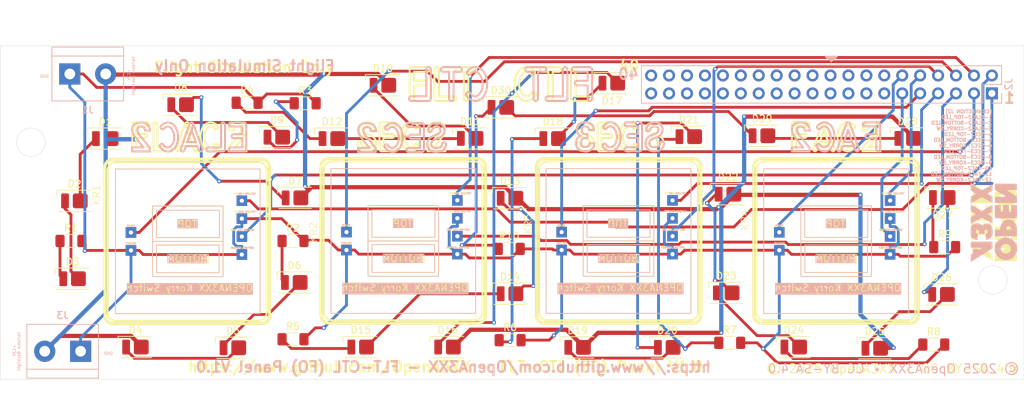
<source format=kicad_pcb>
(kicad_pcb (version 20241229) (generator "pcbnew") (generator_version "9.0")
  (layers (0 "F.Cu" signal) (2 "B.Cu" signal) (13 "F.Paste" user) (15 "B.Paste" user) (5 "F.SilkS" user "F.Silkscreen") (7 "B.SilkS" user "B.Silkscreen") (1 "F.Mask" user) (3 "B.Mask" user) (25 "Edge.Cuts" user))
  (net 0 "")
  (net 1 "+12V")
  (net 2 "Net-(D1-K)")
  (net 3 "Net-(D2-K)")
  (net 4 "Net-(D3-K)")
  (net 5 "Net-(D4-K)")
  (net 6 "Net-(D5-K)")
  (net 7 "Net-(D6-K)")
  (net 8 "Net-(D7-K)")
  (net 9 "Net-(D8-K)")
  (net 10 "Net-(D9-K)")
  (net 11 "Net-(D10-K)")
  (net 12 "Net-(D11-K)")
  (net 13 "Net-(D12-K)")
  (net 14 "Net-(D13-K)")
  (net 15 "Net-(D14-K)")
  (net 16 "Net-(D15-K)")
  (net 17 "Net-(D16-K)")
  (net 18 "Net-(D17-K)")
  (net 19 "Net-(D18-K)")
  (net 20 "Net-(D19-K)")
  (net 21 "Net-(D20-K)")
  (net 22 "Net-(D21-K)")
  (net 23 "Net-(D22-K)")
  (net 24 "Net-(D23-K)")
  (net 25 "Net-(D24-K)")
  (net 26 "GND")
  (net 29 "Net-(J2-Pin_9)")
  (net 31 "Net-(J2-Pin_5)")
  (net 34 "Net-(J2-Pin_8)")
  (net 39 "Net-(J2-Pin_3)")
  (net 40 "Net-(J2-Pin_12)")
  (net 43 "Net-(J2-Pin_6)")
  (net 46 "Net-(J2-Pin_2)")
  (net 47 "Net-(J2-Pin_7)")
  (net 48 "Net-(J2-Pin_10)")
  (net 53 "Net-(J2-Pin_4)")
  (net 60 "Net-(J2-Pin_11)")
  (net 61 "Net-(J2-Pin_1)")
  (net 67 "Net-(D25-K)")
  (net 68 "Net-(D26-K)")
  (net 69 "Net-(D27-K)")
  (net 70 "Net-(D28-K)")
  (net 71 "Net-(D29-K)")
  (net 72 "Net-(D30-K)")
  (footprint "OpenA3XX:LED_Everlight-SMD3528_3.5x2.8mm_67-21ST" (layer "F.Cu") (at 83.675 98.3)
    (property "Reference" "D2")
    (property "Value" "LED")
  )
  (footprint "OpenA3XX:LED_Everlight-SMD3528_3.5x2.8mm_67-21ST" (layer "F.Cu") (at 154.95 119.05)
    (property "Reference" "D19")
    (property "Value" "LED")
  )
  (footprint "Resistor_SMD:R_1206_3216Metric_Pad1.30x1.75mm_HandSolder" (layer "F.Cu") (at 205.375 118.65)
    (property "Reference" "R8")
    (property "Value" "220R")
  )
  (footprint "OpenA3XX:LED_Everlight-SMD3528_3.5x2.8mm_67-21ST" (layer "F.Cu") (at 145.375 97.925)
    (property "Reference" "D13")
    (property "Value" "LED")
  )
  (footprint "OpenA3XX:LED_Everlight-SMD3528_3.5x2.8mm_67-21ST" (layer "F.Cu") (at 170.7 89.2)
    (property "Reference" "D21")
    (property "Value" "LED")
  )
  (footprint "Resistor_SMD:R_1206_3216Metric_Pad1.30x1.75mm_HandSolder" (layer "F.Cu") (at 145.375 118.025)
    (property "Reference" "R6")
    (property "Value" "220R")
  )
  (footprint "OpenA3XX:LED_Everlight-SMD3528_3.5x2.8mm_67-21ST" (layer "F.Cu") (at 176.25 97.35)
    (property "Reference" "D22")
    (property "Value" "LED")
  )
  (footprint "OpenA3XX:LED_Everlight-SMD3528_3.5x2.8mm_67-21ST" (layer "F.Cu") (at 144.075 85.05)
    (property "Reference" "D30")
    (property "Value" "LED")
  )
  (footprint "OpenA3XX:LED_Everlight-SMD3528_3.5x2.8mm_67-21ST" (layer "F.Cu") (at 98.725 84.675)
    (property "Reference" "D8")
    (property "Value" "LED")
  )
  (footprint "OpenA3XX:OpenA3XXLogoSmall" (layer "F.Cu") (at 213.95 101.35 -90)
    (property "Reference" "LogoTop" (hide yes))
    (property "Value" "LOGO" (hide yes))
  )
  (footprint "OpenA3XX:LED_Everlight-SMD3528_3.5x2.8mm_67-21ST" (layer "F.Cu") (at 136.525 119)
    (property "Reference" "D16")
    (property "Value" "LED")
  )
  (footprint "OpenA3XX:LED_Everlight-SMD3528_3.5x2.8mm_67-21ST" (layer "F.Cu") (at 114.925 97.875)
    (property "Reference" "D7")
    (property "Value" "LED")
  )
  (footprint "Resistor_SMD:R_1206_3216Metric_Pad1.30x1.75mm_HandSolder" (layer "F.Cu") (at 114.625 103.975)
    (property "Reference" "R2")
    (property "Value" "220R")
  )
  (footprint "OpenA3XX:Korry Switch" (layer "F.Cu") (at 89.475 93.775)
    (property "Reference" "KR1")
    (property "Value" "~")
  )
  (footprint "OpenA3XX:LED_Everlight-SMD3528_3.5x2.8mm_67-21ST" (layer "F.Cu") (at 151.415 89.475)
    (property "Reference" "D18")
    (property "Value" "LED")
  )
  (footprint "OpenA3XX:LED_Everlight-SMD3528_3.5x2.8mm_67-21ST" (layer "F.Cu") (at 206.6 97.825)
    (property "Reference" "D27")
    (property "Value" "LED")
  )
  (footprint "OpenA3XX:LED_Everlight-SMD3528_3.5x2.8mm_67-21ST" (layer "F.Cu") (at 181.065 89.075)
    (property "Reference" "D29")
    (property "Value" "LED")
  )
  (footprint "OpenA3XX:LED_Everlight-SMD3528_3.5x2.8mm_67-21ST" (layer "F.Cu") (at 201.7 89.45)
    (property "Reference" "D28")
    (property "Value" "LED")
  )
  (footprint "Resistor_SMD:R_1206_3216Metric_Pad1.30x1.75mm_HandSolder" (layer "F.Cu") (at 116.35 84.475)
    (property "Reference" "R3")
    (property "Value" "220R")
  )
  (footprint "Resistor_SMD:R_1206_3216Metric_Pad1.30x1.75mm_HandSolder" (layer "F.Cu") (at 108.125 84.4)
    (property "Reference" "R4")
    (property "Value" "220R")
  )
  (footprint "OpenA3XX:LED_Everlight-SMD3528_3.5x2.8mm_67-21ST" (layer "F.Cu") (at 176 111.325)
    (property "Reference" "D23")
    (property "Value" "LED")
  )
  (footprint "OpenA3XX:LED_Everlight-SMD3528_3.5x2.8mm_67-21ST" (layer "F.Cu") (at 159.8 81.625)
    (property "Reference" "D17")
    (property "Value" "LED")
  )
  (footprint "OpenA3XX:LED_Everlight-SMD3528_3.5x2.8mm_67-21ST" (layer "F.Cu") (at 112.35 89.275)
    (property "Reference" "D9")
    (property "Value" "LED")
  )
  (footprint "OpenA3XX:LED_Everlight-SMD3528_3.5x2.8mm_67-21ST" (layer "F.Cu") (at 120.15 89.475)
    (property "Reference" "D12")
    (property "Value" "LED")
  )
  (footprint "Resistor_SMD:R_1206_3216Metric_Pad1.30x1.75mm_HandSolder" (layer "F.Cu") (at 114.625 117.9)
    (property "Reference" "R5")
    (property "Value" "220R")
  )
  (footprint "OpenA3XX:Korry Switch" (layer "F.Cu") (at 181.3 93.75)
    (property "Reference" "KR4")
    (property "Value" "~")
  )
  (footprint "OpenA3XX:LED_Everlight-SMD3528_3.5x2.8mm_67-21ST" (layer "F.Cu") (at 127.375 81.925)
    (property "Reference" "D10")
    (property "Value" "LED")
  )
  (footprint "OpenA3XX:Korry Switch" (layer "F.Cu") (at 150.475 93.725)
    (property "Reference" "KR3")
    (property "Value" "~")
  )
  (footprint "OpenA3XX:Korry Switch" (layer "F.Cu") (at 120 93.725)
    (property "Reference" "KR2")
    (property "Value" "~")
  )
  (footprint "OpenA3XX:LED_Everlight-SMD3528_3.5x2.8mm_67-21ST" (layer "F.Cu") (at 206.5 111.55)
    (property "Reference" "D26")
    (property "Value" "LED")
  )
  (footprint "OpenA3XX:LED_Everlight-SMD3528_3.5x2.8mm_67-21ST" (layer "F.Cu") (at 83.425 109.325)
    (property "Reference" "D3")
    (property "Value" "LED")
  )
  (footprint "OpenA3XX:LED_Everlight-SMD3528_3.5x2.8mm_67-21ST" (layer "F.Cu") (at 185.565 119)
    (property "Reference" "D24")
    (property "Value" "LED")
  )
  (footprint "Resistor_SMD:R_1206_3216Metric_Pad1.30x1.75mm_HandSolder" (layer "F.Cu") (at 83.175 103.975)
    (property "Reference" "R1")
    (property "Value" "220R")
  )
  (footprint "OpenA3XX:LED_Everlight-SMD3528_3.5x2.8mm_67-21ST" (layer "F.Cu") (at 197.04 119.175)
    (property "Reference" "D25")
    (property "Value" "LED")
  )
  (footprint "OpenA3XX:LED_Everlight-SMD3528_3.5x2.8mm_67-21ST" (layer "F.Cu") (at 124.225 119)
    (property "Reference" "D15")
    (property "Value" "LED")
  )
  (footprint "Resistor_SMD:R_1206_3216Metric_Pad1.30x1.75mm_HandSolder" (layer "F.Cu") (at 145.25 105.1)
    (property "Reference" "R10")
    (property "Value" "220R")
  )
  (footprint "OpenA3XX:LED_Everlight-SMD3528_3.5x2.8mm_67-21ST" (layer "F.Cu") (at 145.375 111.45)
    (property "Reference" "D14")
    (property "Value" "LED")
  )
  (footprint "OpenA3XX:LED_Everlight-SMD3528_3.5x2.8mm_67-21ST" (layer "F.Cu") (at 106.125 119.1)
    (property "Reference" "D5")
    (property "Value" "LED")
  )
  (footprint "OpenA3XX:LED_Everlight-SMD3528_3.5x2.8mm_67-21ST" (layer "F.Cu") (at 88.05 89.475)
    (property "Reference" "D1")
    (property "Value" "LED")
  )
  (footprint "OpenA3XX:LED_Everlight-SMD3528_3.5x2.8mm_67-21ST" (layer "F.Cu") (at 139.74 89.45)
    (property "Reference" "D11")
    (property "Value" "LED")
  )
  (footprint "OpenA3XX:LED_Everlight-SMD3528_3.5x2.8mm_67-21ST" (layer "F.Cu") (at 114.825 109.85)
    (property "Reference" "D6")
    (property "Value" "LED")
  )
  (footprint "Resistor_SMD:R_1206_3216Metric_Pad1.30x1.75mm_HandSolder" (layer "F.Cu") (at 176.475 118.4)
    (property "Reference" "R7")
    (property "Value" "220R")
  )
  (footprint "OpenA3XX:LED_Everlight-SMD3528_3.5x2.8mm_67-21ST" (layer "F.Cu") (at 167.65 119.05)
    (property "Reference" "D20")
    (property "Value" "LED")
  )
  (footprint "Resistor_SMD:R_1206_3216Metric_Pad1.30x1.75mm_HandSolder" (layer "F.Cu") (at 206.925 104.85)
    (property "Reference" "R9")
    (property "Value" "220R")
  )
  (footprint "OpenA3XX:LED_Everlight-SMD3528_3.5x2.8mm_67-21ST" (layer "F.Cu") (at 92.325 119)
    (property "Reference" "D4")
    (property "Value" "LED")
  )
  (footprint "TerminalBlock:TerminalBlock_bornier-2_P5.08mm" (layer "B.Cu") (at 83.01 80.325)
    (property "Reference" "J1")
    (property "Value" "Conn_02x01")
  )
  (footprint "Connector_PinHeader_2.54mm:PinHeader_2x20_P2.54mm_Vertical" (layer "B.Cu") (at 213.61 83.075 90)
    (property "Reference" "J2")
    (property "Value" "Conn_02x20_Counter_Clockwise")
  )
  (footprint "OpenA3XX:OpenA3XXLogoSmall" (layer "B.Cu") (at 213.95 101.35 90)
    (property "Reference" "LogoBottom" (hide yes))
    (property "Value" "LOGO" (hide yes))
  )
  (footprint "TerminalBlock:TerminalBlock_bornier-2_P5.08mm" (layer "B.Cu") (at 84.54 119.6 180)
    (property "Reference" "J3")
    (property "Value" "Conn_02x01")
  )
  (gr_curve (pts (xy 100.607702 91.090991) (xy 100.540197 90.900012) (xy 100.472692 90.709003) (xy 100.405188 90.518024)) (stroke (width 0.279999) (color 51 153 102 1)) (layer "F.SilkS"))
  (gr_curve (pts (xy 148.441259 83.008655) (xy 148.58518 82.846393) (xy 148.737097 82.829639) (xy 148.897131 82.958331)) (stroke (width 0.279999) (color 51 153 102 1)) (layer "F.SilkS"))
  (gr_line (start 110.184851 115.766528) (end 89.109411 115.766528) (stroke (width 0.279999) (color 51 153 102 1)) (layer "F.SilkS"))
  (gr_curve (pts (xy 125.30448 87.751086) (xy 125.261877 87.743732) (xy 125.219213 87.736377) (xy 125.176611 87.729022)) (stroke (width 0.279999) (color 51 153 102 1)) (layer "F.SilkS"))
  (gr_curve (pts (xy 140.325598 92.716327) (xy 140.958227 92.716327) (xy 141.467566 93.225665) (xy 141.467566 93.858325)) (stroke (width 0.279999) (color 51 153 102 1)) (layer "F.SilkS"))
  (gr_line (start 148.967138 83.394763) (end 148.946508 83.425189) (stroke (width 0.279999) (color 51 153 102 1)) (layer "F.SilkS"))
  (gr_line (start 131.143225 83.811298) (end 131.143225 79.683398) (stroke (width 0.279999) (color 51 153 102 1)) (layer "F.SilkS"))
  (gr_line (start 166.360693 90.216144) (end 166.360693 89.924884) (stroke (width 0.279999) (color 51 153 102 1)) (layer "F.SilkS"))
  (gr_line (start 159.954443 87.73595) (end 158.324011 87.73595) (stroke (width 0.279999) (color 51 153 102 1)) (layer "F.SilkS"))
  (gr_curve (pts (xy 165.845068 88.850513) (xy 165.983923 88.850513) (xy 166.090795 88.813861) (xy 166.165747 88.740558)) (stroke (width 0.279999) (color 51 153 102 1)) (layer "F.SilkS"))
  (gr_curve (pts (xy 119.701574 115.694598) (xy 119.042028 115.694598) (xy 118.511023 115.163593) (xy 118.511023 114.504047)) (stroke (width 0.279999) (color 51 153 102 1)) (layer "F.SilkS"))
  (gr_curve (pts (xy 128.667578 88.817188) (xy 128.853735 88.845233) (xy 128.946508 88.940418) (xy 128.945837 89.102741)) (stroke (width 0.279999) (color 51 153 102 1)) (layer "F.SilkS"))
  (gr_curve (pts (xy 147.578833 83.477832) (xy 147.858252 83.567523) (xy 148.131201 83.431415) (xy 148.397619 83.069476)) (stroke (width 0.279999) (color 51 153 102 1)) (layer "F.SilkS"))
  (gr_curve (pts (xy 156.335669 87.221942) (xy 156.40122 87.234638) (xy 156.467443 87.256336) (xy 156.534277 87.287067)) (stroke (width 0.279999) (color 51 153 102 1)) (layer "F.SilkS"))
  (gr_curve (pts (xy 103.501928 88.025745) (xy 103.32633 87.817371) (xy 103.157202 87.717212) (xy 102.994665 87.725208)) (stroke (width 0.279999) (color 51 153 102 1)) (layer "F.SilkS"))
  (gr_curve (pts (xy 164.562414 88.276263) (xy 164.593237 87.904407) (xy 164.714453 87.627795) (xy 164.926062 87.44646)) (stroke (width 0.279999) (color 51 153 102 1)) (layer "F.SilkS"))
  (gr_curve (pts (xy 161.527807 90.13869) (xy 161.685156 90.443317) (xy 161.883459 90.634021) (xy 162.122717 90.710834)) (stroke (width 0.279999) (color 51 153 102 1)) (layer "F.SilkS"))
  (gr_line (start 195.975561 88.312976) (end 195.247168 88.312976) (stroke (width 0.279999) (color 51 153 102 1)) (layer "F.SilkS"))
  (gr_line (start 99.005224 89.955035) (end 100.204626 89.955035) (stroke (width 0.279999) (color 51 153 102 1)) (layer "F.SilkS"))
  (gr_curve (pts (xy 124.002478 88.490527) (xy 123.914648 88.148517) (xy 123.975927 87.841602) (xy 124.186377 87.569721)) (stroke (width 0.279999) (color 51 153 102 1)) (layer "F.SilkS"))
  (gr_line (start 156.685705 89.128711) (end 156.717199 89.146747) (stroke (width 0.279999) (color 51 153 102 1)) (layer "F.SilkS"))
  (gr_curve (pts (xy 197.676306 88.698047) (xy 197.603796 88.876788) (xy 197.497229 89.057361) (xy 197.356604 89.239825)) (stroke (width 0.279999) (color 51 153 102 1)) (layer "F.SilkS"))
  (gr_curve (pts (xy 134.011694 79.682208) (xy 134.011694 79.885822) (xy 133.903784 79.994617) (xy 133.687902 80.008655)) (stroke (width 0.279999) (color 51 153 102 1)) (layer "F.SilkS"))
  (gr_line (start 124.743933 88.639819) (end 124.7656 88.65285) (stroke (width 0.279999) (color 51 153 102 1)) (layer "F.SilkS"))
  (gr_curve (pts (xy 196.143652 87.885638) (xy 196.044836 87.978748) (xy 195.988806 88.114642) (xy 195.975561 88.293384)) (stroke (width 0.279999) (color 51 153 102 1)) (layer "F.SilkS"))
  (gr_line (start 100.204626 89.955035) (end 99.606909 88.272144) (stroke (width 0.279999) (color 51 153 102 1)) (layer "F.SilkS"))
  (gr_curve (pts (xy 103.306311 91.210193) (xy 103.014685 91.315051) (xy 102.72727 91.296008) (xy 102.444128 91.153095)) (stroke (width 0.279999) (color 51 153 102 1)) (layer "F.SilkS"))
  (gr_curve (pts (xy 166.899633 89.413867) (xy 167.020849 89.558582) (xy 167.081457 89.739002) (xy 167.081457 89.955188)) (stroke (width 0.279999) (color 51 153 102 1)) (layer "F.SilkS"))
  (gr_line (start 150.217688 115.694904) (end 150.625708 115.216602) (stroke (width 0.279999)) (layer "F.SilkS"))
  (gr_curve (pts (xy 152.260473 79.351093) (xy 152.471777 79.368274) (xy 152.577795 79.478626) (xy 152.578588 79.682208)) (stroke (width 0.279999) (color 51 153 102 1)) (layer "F.SilkS"))
  (gr_curve (pts (xy 154.321447 84.145923) (xy 154.133154 84.133441) (xy 154.02445 84.025012) (xy 153.995337 83.820667)) (stroke (width 0.279999) (color 51 153 102 1)) (layer "F.SilkS"))
  (gr_line (start 150.772314 83.815967) (end 150.772314 80.011005) (stroke (width 0.279999) (color 51 153 102 1)) (layer "F.SilkS"))
  (gr_curve (pts (xy 202.766272 114.074298) (xy 202.766272 114.706958) (xy 202.256933 115.216327) (xy 201.624243 115.216327)) (stroke (width 0.279999) (color 51 153 102 1)) (layer "F.SilkS"))
  (gr_line (start 92.416418 87.727222) (end 92.416418 88.823108) (stroke (width 0.279999) (color 51 153 102 1)) (layer "F.SilkS"))
  (gr_curve (pts (xy 188.828527 91.063007) (xy 188.74436 91.231769) (xy 188.624731 91.287036) (xy 188.46958 91.228778)) (stroke (width 0.279999) (color 51 153 102 1)) (layer "F.SilkS"))
  (gr_curve (pts (xy 147.226355 80.240344) (xy 147.076269 80.390094) (xy 146.951513 80.581989) (xy 146.851965 80.815997)) (stroke (width 0.279999) (color 51 153 102 1)) (layer "F.SilkS"))
  (gr_line (start 202.07572 92.238025) (end 201.624243 92.716327) (stroke (width 0.279999)) (layer "F.SilkS"))
  (gr_curve (pts (xy 192.498327 90.112598) (xy 192.656103 90.418018) (xy 192.854956 90.609241) (xy 193.094885 90.686267)) (stroke (width 0.279999) (color 51 153 102 1)) (layer "F.SilkS"))
  (gr_curve (pts (xy 192.312963 88.965289) (xy 192.289282 89.160846) (xy 192.291601 89.35744) (xy 192.31986 89.555011)) (stroke (width 0.279999) (color 51 153 102 1)) (layer "F.SilkS"))
  (gr_curve (pts (xy 131.358068 87.719013) (xy 131.195471 87.727039) (xy 131.049902 87.795154) (xy 130.921423 87.923419)) (stroke (width 0.279999) (color 51 153 102 1)) (layer "F.SilkS"))
  (gr_curve (pts (xy 130.921423 87.923419) (xy 130.792944 88.051654) (xy 130.686071 88.215991) (xy 130.600866 88.4164)) (stroke (width 0.279999) (color 51 153 102 1)) (layer "F.SilkS"))
  (gr_curve (pts (xy 124.995703 87.72301) (xy 124.819983 87.725696) (xy 124.685583 87.80318) (xy 124.592504 87.955493)) (stroke (width 0.279999) (color 51 153 102 1)) (layer "F.SilkS"))
  (gr_curve (pts (xy 160.783422 89.067584) (xy 160.805029 88.636737) (xy 160.916479 88.240955) (xy 161.117712 87.880237)) (stroke (width 0.279999) (color 51 153 102 1)) (layer "F.SilkS"))
  (gr_curve (pts (xy 154.962866 89.90224) (xy 155.066442 89.923602) (xy 155.138586 89.989063) (xy 155.179235 90.098621)) (stroke (width 0.279999) (color 51 153 102 1)) (layer "F.SilkS"))
  (gr_curve (pts (xy 152.578588 79.682208) (xy 152.579321 79.885822) (xy 152.473303 79.99541) (xy 152.260473 80.011005)) (stroke (width 0.279999) (color 51 153 102 1)) (layer "F.SilkS"))
  (gr_curve (pts (xy 157.08988 90.780963) (xy 156.985632 90.935291) (xy 156.854895 91.054523) (xy 156.697546 91.13869)) (stroke (width 0.279999) (color 51 153 102 1)) (layer "F.SilkS"))
  (gr_curve (pts (xy 147.093115 84.005512) (xy 146.708837 83.810504) (xy 146.426733 83.479785) (xy 146.246862 83.013324)) (stroke (width 0.279999) (color 51 153 102 1)) (layer "F.SilkS"))
  (gr_curve (pts (xy 119.691504 115.541309) (xy 119.122412 115.541309) (xy 118.664282 115.083057) (xy 118.664282 114.513812)) (stroke (width 0.279999) (color 0 0 255 1)) (layer "F.SilkS"))
  (gr_curve (pts (xy 98.606054 91.076984) (xy 98.522192 91.245258) (xy 98.402929 91.300342) (xy 98.248205 91.242267)) (stroke (width 0.279999) (color 51 153 102 1)) (layer "F.SilkS"))
  (gr_curve (pts (xy 125.269079 90.696887) (xy 125.526037 90.696887) (xy 125.702429 90.573993) (xy 125.798132 90.328174)) (stroke (width 0.279999) (color 51 153 102 1)) (layer "F.SilkS"))
  (gr_line (start 156.396643 89.611652) (end 155.485998 89.204852) (stroke (width 0.279999) (color 51 153 102 1)) (layer "F.SilkS"))
  (gr_line (start 89.109411 92.309955) (end 110.184851 92.309955) (stroke (width 0.279999) (color 51 153 102 1)) (layer "F.SilkS"))
  (gr_line (start 151.419897 80.011005) (end 151.419897 83.815967) (stroke (width 0.279999) (color 51 153 102 1)) (layer "F.SilkS"))
  (gr_curve (pts (xy 130.628393 90.123767) (xy 130.785742 90.428363) (xy 130.984045 90.619067) (xy 131.223303 90.69588)) (stroke (width 0.279999) (color 51 153 102 1)) (layer "F.SilkS"))
  (gr_line (start 129.055029 91.26601) (end 127.15122 91.26601) (stroke (width 0.279999) (color 51 153 102 1)) (layer "F.SilkS"))
  (gr_line (start 93.659094 89.392078) (end 92.416418 89.392078) (stroke (width 0.279999) (color 51 153 102 1)) (layer "F.SilkS"))
  (gr_curve (pts (xy 140.302099 79.351093) (xy 140.513342 79.368274) (xy 140.619421 79.478626) (xy 140.620153 79.682208)) (stroke (width 0.279999) (color 51 153 102 1)) (layer "F.SilkS"))
  (gr_curve (pts (xy 135.853613 87.430438) (xy 136.071142 87.605457) (xy 136.179907 87.858661) (xy 136.179907 88.190051)) (stroke (width 0.279999) (color 51 153 102 1)) (layer "F.SilkS"))
  (gr_curve (pts (xy 141.967566 114.504047) (xy 141.967566 115.163593) (xy 141.436621 115.694598) (xy 140.777014 115.694598)) (stroke (width 0.279999) (color 51 153 102 1)) (layer "F.SilkS"))
  (gr_line (start 194.26914 90.64104) (end 194.259314 90.655109) (stroke (width 0.279999) (color 51 153 102 1)) (layer "F.SilkS"))
  (gr_curve (pts (xy 120.109594 115.216327) (xy 119.476904 115.216327) (xy 118.967566 114.706958) (xy 118.967566 114.074298)) (stroke (width 0.279999) (color 51 153 102 1)) (layer "F.SilkS"))
  (gr_line (start 180.99021 92.391315) (end 202.085791 92.391315) (stroke (width 0.279999) (color 0 0 255 1)) (layer "F.SilkS"))
  (gr_curve (pts (xy 106.93955 88.992297) (xy 107.051611 88.847095) (xy 107.137304 88.707446) (xy 107.19663 88.573413)) (stroke (width 0.279999) (color 51 153 102 1)) (layer "F.SilkS"))
  (gr_curve (pts (xy 155.301123 91.155719) (xy 155.024511 91.076221) (xy 154.827185 90.863483) (xy 154.709143 90.517444)) (stroke (width 0.279999) (color 51 153 102 1)) (layer "F.SilkS"))
  (gr_line (start 134.370459 88.293384) (end 134.370459 88.312976) (stroke (width 0.279999) (color 51 153 102 1)) (layer "F.SilkS"))
  (gr_curve (pts (xy 156.780127 89.184833) (xy 157.039709 89.358508) (xy 157.200354 89.598987) (xy 157.261999 89.906238)) (stroke (width 0.279999) (color 51 153 102 1)) (layer "F.SilkS"))
  (gr_curve (pts (xy 146.676306 82.160358) (xy 146.709204 82.39046) (xy 146.778479 82.606921) (xy 146.88413 82.809741)) (stroke (width 0.279999) (color 51 153 102 1)) (layer "F.SilkS"))
  (gr_curve (pts (xy 137.422155 83.490711) (xy 137.639563 83.515674) (xy 137.747107 83.627582) (xy 137.744848 83.826495)) (stroke (width 0.279999) (color 51 153 102 1)) (layer "F.SilkS"))
  (gr_line (start 134.370459 88.312976) (end 133.642065 88.312976) (stroke (width 0.279999) (color 51 153 102 1)) (layer "F.SilkS"))
  (gr_curve (pts (xy 146.88413 82.809741) (xy 147.067846 83.165424) (xy 147.299414 83.388141) (xy 147.578833 83.477832)) (stroke (width 0.279999) (color 51 153 102 1)) (layer "F.SilkS"))
  (gr_curve (pts (xy 102.731176 87.194293) (xy 102.951391 87.14223) (xy 103.170996 87.163928) (xy 103.389868 87.259418)) (stroke (width 0.279999) (color 51 153 102 1)) (layer "F.SilkS"))
  (gr_line (start 156.747656 89.16579) (end 156.780127 89.184833) (stroke (width 0.279999) (color 51 153 102 1)) (layer "F.SilkS"))
  (gr_line (start 111.222082 93.490741) (end 111.375402 93.500537) (stroke (width 0.279999)) (layer "F.SilkS"))
  (gr_line (start 190.431738 89.937793) (end 189.832251 88.249988) (stroke (width 0.279999) (color 51 153 102 1)) (layer "F.SilkS"))
  (gr_line (start 187.10697 89.371173) (end 185.835058 89.371173) (stroke (width 0.279999) (color 51 153 102 1)) (layer "F.SilkS"))
  (gr_line (start 156.203894 87.76601) (end 156.076025 87.743976) (stroke (width 0.279999) (color 51 153 102 1)) (layer "F.SilkS"))
  (gr_curve (pts (xy 172.33042 114.514117) (xy 172.33042 115.083362) (xy 171.87229 115.541614) (xy 171.303198 115.541614)) (stroke (width 0.279999) (color 0 0 255 1)) (layer "F.SilkS"))
  (gr_curve (pts (xy 159.845251 89.117694) (xy 159.844641 89.280017) (xy 159.751867 89.37453) (xy 159.566992 89.401233)) (stroke (width 0.279999) (color 51 153 102 1)) (layer "F.SilkS"))
  (gr_line (start 133.687902 80.008655) (end 131.78861 80.008655) (stroke (width 0.279999) (color 51 153 102 1)) (layer "F.SilkS"))
  (gr_line (start 202.766272 93.858325) (end 202.766272 114.074298) (stroke (width 0.279999) (color 51 153 102 1)) (layer "F.SilkS"))
  (gr_line (start 98.719152 89.11861) (end 99.351294 87.352588) (stroke (width 0.279999) (color 51 153 102 1)) (layer "F.SilkS"))
  (gr_curve (pts (xy 149.180456 93.419116) (xy 149.180456 92.849872) (xy 149.638586 92.39162) (xy 150.207617 92.39162)) (stroke (width 0.279999) (color 0 0 255 1)) (layer "F.SilkS"))
  (gr_line (start 137.419836 84.145923) (end 134.980871 84.145923) (stroke (width 0.279999) (color 51 153 102 1)) (layer "F.SilkS"))
  (gr_curve (pts (xy 155.665014 88.667804) (xy 155.672216 88.67113) (xy 155.679419 88.674487) (xy 155.686621 88.677814)) (stroke (width 0.279999) (color 51 153 102 1)) (layer "F.SilkS"))
  (gr_line (start 163.284094 90.679767) (end 163.27622 90.691791) (stroke (width 0.279999) (color 51 153 102 1)) (layer "F.SilkS"))
  (gr_curve (pts (xy 172.48374 114.504321) (xy 172.48374 115.163898) (xy 171.952734 115.694904) (xy 171.293127 115.694904)) (stroke (width 0.279999) (color 51 153 102 1)) (layer "F.SilkS"))
  (gr_curve (pts (xy 157.277685 90.276965) (xy 157.25675 90.458667) (xy 157.194128 90.626666) (xy 157.08988 90.780963)) (stroke (width 0.279999) (color 51 153 102 1)) (layer "F.SilkS"))
  (gr_curve (pts (xy 131.143225 79.683398) (xy 131.170813 79.477466) (xy 131.279516 79.366687) (xy 131.469336 79.351093)) (stroke (width 0.279999) (color 51 153 102 1)) (layer "F.SilkS"))
  (gr_curve (pts (xy 93.659094 88.823108) (xy 93.845251 88.851154) (xy 93.937963 88.946307) (xy 93.937292 89.1086)) (stroke (width 0.279999) (color 51 153 102 1)) (layer "F.SilkS"))
  (gr_curve (pts (xy 179.809729 93.428607) (xy 179.809729 92.769031) (xy 180.340673 92.238025) (xy 181.00028 92.238025)) (stroke (width 0.279999) (color 51 153 102 1)) (layer "F.SilkS"))
  (gr_curve (pts (xy 165.811987 91.252185) (xy 165.534277 91.252185) (xy 165.298437 91.212787) (xy 165.104528 91.133991)) (stroke (width 0.279999) (color 51 153 102 1)) (layer "F.SilkS"))
  (gr_curve (pts (xy 105.8552 87.462329) (xy 106.077063 87.266864) (xy 106.376989 87.169116) (xy 106.75498 87.169116)) (stroke (width 0.279999) (color 51 153 102 1)) (layer "F.SilkS"))
  (gr_line (start 131.924475 90.34621) (end 131.961828 90.294086) (stroke (width 0.279999) (color 51 153 102 1)) (layer "F.SilkS"))
  (gr_curve (pts (xy 147.428442 79.381519) (xy 147.685644 79.320667) (xy 147.942114 79.346027) (xy 148.19779 79.457568)) (stroke (width 0.279999) (color 51 153 102 1)) (layer "F.SilkS"))
  (gr_line (start 124.586645 89.189929) (end 124.557104 89.173877) (stroke (width 0.279999) (color 51 153 102 1)) (layer "F.SilkS"))
  (gr_curve (pts (xy 161.50028 88.431323) (xy 161.415014 88.631732) (xy 161.362585 88.819446) (xy 161.342932 88.994434)) (stroke (width 0.279999) (color 51 153 102 1)) (layer "F.SilkS"))
  (gr_curve (pts (xy 137.971045 80.011005) (xy 137.756689 79.993854) (xy 137.649878 79.884235) (xy 137.650671 79.682208)) (stroke (width 0.279999) (color 51 153 102 1)) (layer "F.SilkS"))
  (gr_curve (pts (xy 103.975805 87.938586) (xy 103.940405 88.034076) (xy 103.875524 88.09386) (xy 103.781164 88.117877)) (stroke (width 0.279999) (color 51 153 102 1)) (layer "F.SilkS"))
  (gr_curve (pts (xy 156.539221 88.047565) (xy 156.500524 87.966754) (xy 156.446447 87.899616) (xy 156.376928 87.846179)) (stroke (width 0.279999) (color 51 153 102 1)) (layer "F.SilkS"))
  (gr_curve (pts (xy 128.945837 89.102741) (xy 128.945227 89.265064) (xy 128.852453 89.359576) (xy 128.667578 89.38631)) (stroke (width 0.279999) (color 51 153 102 1)) (layer "F.SilkS"))
  (gr_curve (pts (xy 146.014868 81.558978) (xy 146.040136 81.055835) (xy 146.170263 80.593677) (xy 146.40531 80.172473)) (stroke (width 0.279999) (color 51 153 102 1)) (layer "F.SilkS"))
  (gr_curve (pts (xy 148.100195 84.072223) (xy 147.759497 84.19469) (xy 147.423864 84.172443) (xy 147.093115 84.005512)) (stroke (width 0.279999) (color 51 153 102 1)) (layer "F.SilkS"))
  (gr_curve (pts (xy 124.285681 90.101703) (xy 124.348669 90.39162) (xy 124.458471 90.564624) (xy 124.615149 90.620746)) (stroke (width 0.279999) (color 51 153 102 1)) (layer "F.SilkS"))
  (gr_curve (pts (xy 135.302404 83.49303) (xy 136.009008 83.492267) (xy 136.715551 83.491473) (xy 137.422155 83.490711)) (stroke (width 0.279999) (color 51 153 102 1)) (layer "F.SilkS"))
  (gr_curve (pts (xy 156.168493 90.711841) (xy 156.425451 90.711841) (xy 156.601843 90.588916) (xy 156.697546 90.343097)) (stroke (width 0.279999) (color 51 153 102 1)) (layer "F.SilkS"))
  (gr_curve (pts (xy 158.050634 91.280963) (xy 157.886755 91.259601) (xy 157.793676 91.164722) (xy 157.771337 90.996387)) (stroke (width 0.279999) (color 51 153 102 1)) (layer "F.SilkS"))
  (gr_curve (pts (xy 131.094519 87.187976) (xy 131.314795 87.135852) (xy 131.534399 87.157581) (xy 131.753332 87.253101)) (stroke (width 0.279999) (color 51 153 102 1)) (layer "F.SilkS"))
  (gr_line (start 125.786291 89.113757) (end 125.817785 89.131793) (stroke (width 0.279999) (color 51 153 102 1)) (layer "F.SilkS"))
  (gr_curve (pts (xy 195.293371 90.742145) (xy 195.765783 90.15755) (xy 196.238195 89.572925) (xy 196.710608 88.98833)) (stroke (width 0.279999) (color 51 153 102 1)) (layer "F.SilkS"))
  (gr_curve (pts (xy 100.959631 91.259296) (xy 100.807592 91.314044) (xy 100.690283 91.257953) (xy 100.607702 91.090991)) (stroke (width 0.279999) (color 51 153 102 1)) (layer "F.SilkS"))
  (gr_curve (pts (xy 118.967566 93.858325) (xy 118.967566 93.225665) (xy 119.476904 92.716327) (xy 120.109594 92.716327)) (stroke (width 0.279999) (color 51 153 102 1)) (layer "F.SilkS"))
  (gr_curve (pts (xy 88.072119 93.490741) (xy 88.072119 92.921497) (xy 88.530249 92.463245) (xy 89.09934 92.463245)) (stroke (width 0.279999) (color 0 0 255 1)) (layer "F.SilkS"))
  (gr_curve (pts (xy 125.634863 87.272144) (xy 125.800085 87.35094) (xy 125.926611 87.459155) (xy 126.014441 87.596759)) (stroke (width 0.279999) (color 51 153 102 1)) (layer "F.SilkS"))
  (gr_curve (pts (xy 170.841711 92.716602) (xy 171.474401 92.716602) (xy 171.98374 93.22594) (xy 171.98374 93.85863)) (stroke (width 0.279999) (color 51 153 102 1)) (layer "F.SilkS"))
  (gr_line (start 104.021032 90.670276) (end 104.013159 90.6823) (stroke (width 0.279999) (color 51 153 102 1)) (layer "F.SilkS"))
  (gr_line (start 97.237585 91.273303) (end 95.149511 91.273303) (stroke (width 0.279999) (color 51 153 102 1)) (layer "F.SilkS"))
  (gr_curve (pts (xy 202.085791 92.391315) (xy 202.654821 92.391315) (xy 203.113012 92.849567) (xy 203.113012 93.418811)) (stroke (width 0.279999) (color 0 0 255 1)) (layer "F.SilkS"))
  (gr_line (start 188.309851 90.870105) (end 188.94187 89.098895) (stroke (width 0.279999) (color 51 153 102 1)) (layer "F.SilkS"))
  (gr_curve (pts (xy 160.231726 91.000415) (xy 160.231726 91.160724) (xy 160.139318 91.25423) (xy 159.954443 91.280963)) (stroke (width 0.279999) (color 51 153 102 1)) (layer "F.SilkS"))
  (gr_curve (pts (xy 165.802099 87.745929) (xy 165.65 87.745929) (xy 165.529882 87.788074) (xy 165.441748 87.872363)) (stroke (width 0.279999) (color 51 153 102 1)) (layer "F.SilkS"))
  (gr_curve (pts (xy 181.00028 115.694598) (xy 180.340673 115.694598) (xy 179.809729 115.163593) (xy 179.809729 114.504047)) (stroke (width 0.279999) (color 51 153 102 1)) (layer "F.SilkS"))
  (gr_curve (pts (xy 150.217688 115.694904) (xy 149.558142 115.694904) (xy 149.027136 115.163898) (xy 149.027136 114.504321)) (stroke (width 0.279999) (color 51 153 102 1)) (layer "F.SilkS"))
  (gr_curve (pts (xy 149.48374 93.85863) (xy 149.48374 93.22594) (xy 149.993078 92.716602) (xy 150.625708 92.716602)) (stroke (width 0.279999) (color 51 153 102 1)) (layer "F.SilkS"))
  (gr_line (start 98.088964 90.884631) (end 98.719152 89.11861) (stroke (width 0.279999) (color 51 153 102 1)) (layer "F.SilkS"))
  (gr_line (start 119.701574 92.238025) (end 140.777014 92.238025) (stroke (width 0.279999) (color 51 153 102 1)) (layer "F.SilkS"))
  (gr_line (start 123.80979 90.502521) (end 123.774389 90.366229) (stroke (width 0.279999) (color 51 153 102 1)) (layer "F.SilkS"))
  (gr_curve (pts (xy 156.697546 91.13869) (xy 156.528418 91.229541) (xy 156.353369 91.274951) (xy 156.172399 91.274951)) (stroke (width 0.279999) (color 51 153 102 1)) (layer "F.SilkS"))
  (gr_line (start 157.151831 88.058582) (end 157.169531 88.110706) (stroke (width 0.279999) (color 51 153 102 1)) (layer "F.SilkS"))
  (gr_line (start 150.207617 92.39162) (end 171.303198 92.39162) (stroke (width 0.279999) (color 0 0 255 1)) (layer "F.SilkS"))
  (gr_line (start 135.451513 88.200794) (end 135.451513 88.18999) (stroke (width 0.279999) (color 51 153 102 1)) (layer "F.SilkS"))
  (gr_curve (pts (xy 195.626196 87.458362) (xy 195.84812 87.262866) (xy 196.148046 87.165118) (xy 196.525976 87.165118)) (stroke (width 0.279999) (color 51 153 102 1)) (layer "F.SilkS"))
  (gr_curve (pts (xy 146.40531 80.172473) (xy 146.640295 79.751239) (xy 146.981359 79.487598) (xy 147.428442 79.381519)) (stroke (width 0.279999) (color 51 153 102 1)) (layer "F.SilkS"))
  (gr_curve (pts (xy 101.71958 90.303638) (xy 101.565588 89.904285) (xy 101.499365 89.489246) (xy 101.520971 89.058521)) (stroke (width 0.279999) (color 51 153 102 1)) (layer "F.SilkS"))
  (gr_curve (pts (xy 132.144751 88.111774) (xy 132.043798 88.138507) (xy 131.950659 88.107776) (xy 131.865454 88.019611)) (stroke (width 0.279999) (color 51 153 102 1)) (layer "F.SilkS"))
  (gr_curve (pts (xy 171.293127 92.23833) (xy 171.952734 92.23833) (xy 172.48374 92.769305) (xy 172.48374 93.428882)) (stroke (width 0.279999) (color 51 153 102 1)) (layer "F.SilkS"))
  (gr_curve (pts (xy 159.566992 88.832111) (xy 159.753149 88.860187) (xy 159.845922 88.955371) (xy 159.845251 89.117694)) (stroke (width 0.279999) (color 51 153 102 1)) (layer "F.SilkS"))
  (gr_curve (pts (xy 130.082617 90.298114) (xy 129.928564 89.898639) (xy 129.862341 89.483508) (xy 129.884008 89.052661)) (stroke (width 0.279999) (color 51 153 102 1)) (layer "F.SilkS"))
  (gr_curve (pts (xy 134.65476 79.683398) (xy 134.686926 79.458728) (xy 134.798681 79.348377) (xy 134.990026 79.352283)) (stroke (width 0.279999) (color 51 153 102 1)) (layer "F.SilkS"))
  (gr_curve (pts (xy 135.105444 88.98833) (xy 135.217504 88.843097) (xy 135.303198 88.703479) (xy 135.362524 88.569415)) (stroke (width 0.279999) (color 51 153 102 1)) (layer "F.SilkS"))
  (gr_curve (pts (xy 118.664282 93.418811) (xy 118.664282 92.849567) (xy 119.122412 92.391315) (xy 119.691504 92.391315)) (stroke (width 0.279999) (color 0 0 255 1)) (layer "F.SilkS"))
  (gr_curve (pts (xy 154.71604 89.986408) (xy 154.782263 89.912921) (xy 154.864538 89.884876) (xy 154.962866 89.90224)) (stroke (width 0.279999) (color 51 153 102 1)) (layer "F.SilkS"))
  (gr_line (start 110.194921 115.613239) (end 89.09934 115.613239) (stroke (width 0.279999) (color 0 0 255 1)) (layer "F.SilkS"))
  (gr_line (start 95.42478 87.452747) (end 95.42478 90.714343) (stroke (width 0.279999) (color 51 153 102 1)) (layer "F.SilkS"))
  (gr_line (start 132.394506 90.650806) (end 132.38468 90.664844) (stroke (width 0.279999) (color 51 153 102 1)) (layer "F.SilkS"))
  (gr_curve (pts (xy 110.184851 92.309955) (xy 110.844397 92.309955) (xy 111.375402 92.84093) (xy 111.375402 93.500537)) (stroke (width 0.279999) (color 51 153 102 1)) (layer "F.SilkS"))
  (gr_line (start 202.085791 115.541309) (end 180.99021 115.541309) (stroke (width 0.279999) (color 0 0 255 1)) (layer "F.SilkS"))
  (gr_curve (pts (xy 149.929419 80.011005) (xy 149.715063 79.993854) (xy 149.608313 79.884235) (xy 149.609045 79.682208)) (stroke (width 0.279999) (color 51 153 102 1)) (layer "F.SilkS"))
  (gr_line (start 107.585546 89.243823) (end 106.438574 90.69881) (stroke (width 0.279999) (color 51 153 102 1)) (layer "F.SilkS"))
  (gr_curve (pts (xy 107.28562 88.193958) (xy 107.28562 88.048724) (xy 107.241674 87.937976) (xy 107.153723 87.861621)) (stroke (width 0.279999) (color 51 153 102 1)) (layer "F.SilkS"))
  (gr_curve (pts (xy 202.07572 92.238025) (xy 202.735266 92.238025) (xy 203.266272 92.769031) (xy 203.266272 93.428607)) (stroke (width 0.279999) (color 51 153 102 1)) (layer "F.SilkS"))
  (gr_curve (pts (xy 135.362524 88.569415) (xy 135.42185 88.433521) (xy 135.451513 88.310626) (xy 135.451513 88.200794)) (stroke (width 0.279999) (color 51 153 102 1)) (layer "F.SilkS"))
  (gr_curve (pts (xy 153.995337 79.683398) (xy 154.027502 79.458728) (xy 154.139257 79.348377) (xy 154.330664 79.352283)) (stroke (width 0.279999) (color 51 153 102 1)) (layer "F.SilkS"))
  (gr_curve (pts (xy 140.777014 92.238025) (xy 141.436621 92.238025) (xy 141.967566 92.769031) (xy 141.967566 93.428607)) (stroke (width 0.279999) (color 51 153 102 1)) (layer "F.SilkS"))
  (gr_line (start 190.431738 89.937793) (end 189.832251 88.249988) (stroke (width 0.279999) (color 51 153 102 1)) (layer "F.SilkS"))
  (gr_line (start 189.832251 88.249988) (end 190.431738 89.937793) (stroke (width 0.279999) (color 51 153 102 1)) (layer "F.SilkS"))
  (gr_curve (pts (xy 129.884008 89.052661) (xy 129.905615 88.621783) (xy 130.017065 88.226001) (xy 130.218359 87.865314)) (stroke (width 0.279999) (color 51 153 102 1)) (layer "F.SilkS"))
  (gr_curve (pts (xy 191.951086 90.287402) (xy 191.796667 89.88689) (xy 191.730261 89.47063) (xy 191.751928 89.038623)) (stroke (width 0.279999) (color 51 153 102 1)) (layer "F.SilkS"))
  (gr_curve (pts (xy 155.085791 87.584674) (xy 155.29624 87.312793) (xy 155.572546 87.176868) (xy 155.91477 87.176868)) (stroke (width 0.279999) (color 51 153 102 1)) (layer "F.SilkS"))
  (gr_line (start 104.030859 90.656238) (end 104.021032 90.670276) (stroke (width 0.279999) (color 51 153 102 1)) (layer "F.SilkS"))
  (gr_curve (pts (xy 124.7656 88.65285) (xy 124.772802 88.656207) (xy 124.780004 88.659534) (xy 124.787207 88.662891)) (stroke (width 0.279999) (color 51 153 102 1)) (layer "F.SilkS"))
  (gr_line (start 148.935034 83.441547) (end 148.925817 83.455615) (stroke (width 0.279999) (color 51 153 102 1)) (layer "F.SilkS"))
  (gr_curve (pts (xy 133.69248 79.351093) (xy 133.90531 79.368274) (xy 134.011694 79.478626) (xy 134.011694 79.682208)) (stroke (width 0.279999) (color 51 153 102 1)) (layer "F.SilkS"))
  (gr_curve (pts (xy 166.747595 90.985584) (xy 166.525 91.163287) (xy 166.213171 91.252124) (xy 165.812048 91.252124)) (stroke (width 0.279999) (color 51 153 102 1)) (layer "F.SilkS"))
  (gr_curve (pts (xy 110.875402 114.146228) (xy 110.875402 114.778888) (xy 110.366064 115.288257) (xy 109.733374 115.288257)) (stroke (width 0.279999) (color 51 153 102 1)) (layer "F.SilkS"))
  (gr_curve (pts (xy 165.441748 87.872363) (xy 165.35581 87.956653) (xy 165.301855 88.091266) (xy 165.27976 88.276263)) (stroke (width 0.279999) (color 51 153 102 1)) (layer "F.SilkS"))
  (gr_curve (pts (xy 194.286901 90.614917) (xy 194.280981 90.623615) (xy 194.275061 90.632343) (xy 194.26914 90.64104)) (stroke (width 0.279999) (color 51 153 102 1)) (layer "F.SilkS"))
  (gr_line (start 106.204565 88.316943) (end 105.476171 88.316943) (stroke (width 0.279999) (color 51 153 102 1)) (layer "F.SilkS"))
  (gr_curve (pts (xy 196.710608 88.98833) (xy 196.822668 88.843097) (xy 196.908361 88.703479) (xy 196.967688 88.569415)) (stroke (width 0.279999) (color 51 153 102 1)) (layer "F.SilkS"))
  (gr_line (start 158.050634 87.176868) (end 159.954443 87.176868) (stroke (width 0.279999) (color 51 153 102 1)) (layer "F.SilkS"))
  (gr_line (start 150.772314 80.011005) (end 149.929419 80.011005) (stroke (width 0.279999) (color 51 153 102 1)) (layer "F.SilkS"))
  (gr_line (start 155.643347 88.654773) (end 155.665014 88.667804) (stroke (width 0.279999) (color 51 153 102 1)) (layer "F.SilkS"))
  (gr_curve (pts (xy 94.323645 90.990833) (xy 94.323645 91.151111) (xy 94.231237 91.244586) (xy 94.046423 91.27132)) (stroke (width 0.279999) (color 51 153 102 1)) (layer "F.SilkS"))
  (gr_line (start 185.835058 89.371173) (end 185.835058 90.972583) (stroke (width 0.279999) (color 51 153 102 1)) (layer "F.SilkS"))
  (gr_line (start 89.517431 92.788257) (end 109.733374 92.788257) (stroke (width 0.279999) (color 51 153 102 1)) (layer "F.SilkS"))
  (gr_curve (pts (xy 124.063452 89.887286) (xy 124.167028 89.908679) (xy 124.239172 89.974139) (xy 124.279821 90.083698)) (stroke (width 0.279999) (color 51 153 102 1)) (layer "F.SilkS"))
  (gr_curve (pts (xy 148.925817 83.455615) (xy 148.71604 83.74422) (xy 148.440832 83.949756) (xy 148.100195 84.072223)) (stroke (width 0.279999) (color 51 153 102 1)) (layer "F.SilkS"))
  (gr_line (start 197.785009 88.190051) (end 197.785009 88.198138) (stroke (width 0.279999) (color 51 153 102 1)) (layer "F.SilkS"))
  (gr_curve (pts (xy 166.28153 88.141559) (xy 166.28153 88.015155) (xy 166.239599 87.918079) (xy 166.155798 87.850299)) (stroke (width 0.279999) (color 51 153 102 1)) (layer "F.SilkS"))
  (gr_curve (pts (xy 134.538549 87.885638) (xy 134.439672 87.978748) (xy 134.383642 88.114642) (xy 134.370459 88.293384)) (stroke (width 0.279999) (color 51 153 102 1)) (layer "F.SilkS"))
  (gr_line (start 185.28092 90.972583) (end 185.28092 87.42818) (stroke (width 0.279999) (color 51 153 102 1)) (layer "F.SilkS"))
  (gr_curve (pts (xy 125.798132 90.328174) (xy 125.840063 90.218616) (xy 125.846655 90.104724) (xy 125.817785 89.986499)) (stroke (width 0.279999) (color 51 153 102 1)) (layer "F.SilkS"))
  (gr_curve (pts (xy 195.247168 88.293384) (xy 195.277929 87.930316) (xy 195.404272 87.651996) (xy 195.626196 87.458362)) (stroke (width 0.279999) (color 51 153 102 1)) (layer "F.SilkS"))
  (gr_line (start 189.228796 89.937793) (end 190.431738 89.937793) (stroke (width 0.279999) (color 51 153 102 1)) (layer "F.SilkS"))
  (gr_line (start 125.497229 89.596729) (end 124.586645 89.189929) (stroke (width 0.279999) (color 51 153 102 1)) (layer "F.SilkS"))
  (gr_curve (pts (xy 102.859961 90.701312) (xy 103.099218 90.778125) (xy 103.332861 90.661578) (xy 103.560949 90.351733)) (stroke (width 0.279999) (color 51 153 102 1)) (layer "F.SilkS"))
  (gr_curve (pts (xy 94.870275 87.452747) (xy 94.897802 87.260425) (xy 94.993505 87.165912) (xy 95.157324 87.169269)) (stroke (width 0.279999) (color 51 153 102 1)) (layer "F.SilkS"))
  (gr_curve (pts (xy 126.378332 90.262042) (xy 126.357336 90.443713) (xy 126.294714 90.611713) (xy 126.190466 90.76604)) (stroke (width 0.279999) (color 51 153 102 1)) (layer "F.SilkS"))
  (gr_curve (pts (xy 166.360693 89.924884) (xy 166.360693 89.761859) (xy 166.315527 89.636371) (xy 166.225256 89.54845)) (stroke (width 0.279999) (color 51 153 102 1)) (layer "F.SilkS"))
  (gr_curve (pts (xy 151.081152 84.143573) (xy 150.890539 84.14046) (xy 150.787573 84.031268) (xy 150.772314 83.815967)) (stroke (width 0.279999) (color 51 153 102 1)) (layer "F.SilkS"))
  (gr_curve (pts (xy 133.642065 88.293384) (xy 133.672766 87.930316) (xy 133.799108 87.651996) (xy 134.021093 87.458362)) (stroke (width 0.279999) (color 51 153 102 1)) (layer "F.SilkS"))
  (gr_line (start 104.048559 90.630206) (end 104.030859 90.656238) (stroke (width 0.279999) (color 51 153 102 1)) (layer "F.SilkS"))
  (gr_curve (pts (xy 89.09934 115.613239) (xy 88.530249 115.613239) (xy 88.072119 115.154987) (xy 88.072119 114.585742)) (stroke (width 0.279999) (color 0 0 255 1)) (layer "F.SilkS"))
  (gr_curve (pts (xy 94.046423 87.168262) (xy 94.231237 87.182941) (xy 94.323339 87.276782) (xy 94.322668 87.449756)) (stroke (width 0.279999) (color 51 153 102 1)) (layer "F.SilkS"))
  (gr_curve (pts (xy 156.762732 83.490711) (xy 156.980139 83.515674) (xy 157.087683 83.627582) (xy 157.085424 83.826495)) (stroke (width 0.279999) (color 51 153 102 1)) (layer "F.SilkS"))
  (gr_curve (pts (xy 125.176611 87.729022) (xy 125.116308 87.727008) (xy 125.056005 87.725024) (xy 124.995703 87.72301)) (stroke (width 0.279999) (color 51 153 102 1)) (layer "F.SilkS"))
  (gr_curve (pts (xy 192.470739 88.400684) (xy 192.38529 88.601611) (xy 192.332678 88.789813) (xy 192.312963 88.965289)) (stroke (width 0.279999) (color 51 153 102 1)) (layer "F.SilkS"))
  (gr_line (start 134.604467 90.694812) (end 136.19309 90.694812) (stroke (width 0.279999) (color 51 153 102 1)) (layer "F.SilkS"))
  (gr_curve (pts (xy 131.961828 90.294086) (xy 132.085058 90.15517) (xy 132.215185 90.140796) (xy 132.352209 90.251025)) (stroke (width 0.279999) (color 51 153 102 1)) (layer "F.SilkS"))
  (gr_line (start 149.929419 79.351093) (end 152.260473 79.351093) (stroke (width 0.279999) (color 51 153 102 1)) (layer "F.SilkS"))
  (gr_line (start 156.293371 87.799091) (end 156.203894 87.76601) (stroke (width 0.279999) (color 51 153 102 1)) (layer "F.SilkS"))
  (gr_line (start 156.076025 87.743976) (end 155.895117 87.737964) (stroke (width 0.279999) (color 51 153 102 1)) (layer "F.SilkS"))
  (gr_curve (pts (xy 155.514563 90.6357) (xy 155.67124 90.691791) (xy 155.889196 90.717181) (xy 156.168493 90.711841)) (stroke (width 0.279999) (color 51 153 102 1)) (layer "F.SilkS"))
  (gr_line (start 92.143164 87.168262) (end 94.046423 87.168262) (stroke (width 0.279999) (color 51 153 102 1)) (layer "F.SilkS"))
  (gr_curve (pts (xy 141.467566 114.074298) (xy 141.467566 114.706958) (xy 140.958227 115.216327) (xy 140.325598 115.216327)) (stroke (width 0.279999) (color 51 153 102 1)) (layer "F.SilkS"))
  (gr_curve (pts (xy 134.937353 87.743213) (xy 134.770361 87.743213) (xy 134.637426 87.790698) (xy 134.538549 87.885638)) (stroke (width 0.279999) (color 51 153 102 1)) (layer "F.SilkS"))
  (gr_curve (pts (xy 126.362585 89.891315) (xy 126.386145 90.011554) (xy 126.391394 90.13512) (xy 126.378332 90.262042)) (stroke (width 0.279999) (color 51 153 102 1)) (layer "F.SilkS"))
  (gr_curve (pts (xy 185.835058 90.972583) (xy 185.821875 91.157428) (xy 185.732824 91.251209) (xy 185.567846 91.253894)) (stroke (width 0.279999) (color 51 153 102 1)) (layer "F.SilkS"))
  (gr_curve (pts (xy 187.10697 88.806567) (xy 187.288366 88.819934) (xy 187.380407 88.910358) (xy 187.383032 89.077808)) (stroke (width 0.279999) (color 51 153 102 1)) (layer "F.SilkS"))
  (gr_line (start 141.967566 93.428607) (end 141.967566 114.504047) (stroke (width 0.279999) (color 51 153 102 1)) (layer "F.SilkS"))
  (gr_line (start 185.835058 88.806567) (end 187.10697 88.806567) (stroke (width 0.279999) (color 51 153 102 1)) (layer "F.SilkS"))
  (gr_curve (pts (xy 161.117712 87.880237) (xy 161.319006 87.519519) (xy 161.611059 87.29375) (xy 161.993933 87.202899)) (stroke (width 0.279999) (color 51 153 102 1)) (layer "F.SilkS"))
  (gr_curve (pts (xy 97.239538 90.71236) (xy 97.425695 90.733722) (xy 97.517797 90.829547) (xy 97.515844 90.999835)) (stroke (width 0.279999) (color 51 153 102 1)) (layer "F.SilkS"))
  (gr_curve (pts (xy 123.816626 89.971454) (xy 123.882849 89.897998) (xy 123.965124 89.869922) (xy 124.063452 89.887286)) (stroke (width 0.279999) (color 51 153 102 1)) (layer "F.SilkS"))
  (gr_line (start 171.303198 115.541614) (end 150.207617 115.541614) (stroke (width 0.279999) (color 0 0 255 1)) (layer "F.SilkS"))
  (gr_curve (pts (xy 196.525976 87.165118) (xy 196.93247 87.165118) (xy 197.243383 87.253558) (xy 197.458715 87.430438)) (stroke (width 0.279999) (color 51 153 102 1)) (layer "F.SilkS"))
  (gr_curve (pts (xy 134.920874 87.165118) (xy 135.327368 87.165118) (xy 135.638281 87.253558) (xy 135.853613 87.430438)) (stroke (width 0.279999) (color 51 153 102 1)) (layer "F.SilkS"))
  (gr_curve (pts (xy 125.817785 89.986499) (xy 125.788916 89.868243) (xy 125.731909 89.769733) (xy 125.646704 89.690906)) (stroke (width 0.279999) (color 51 153 102 1)) (layer "F.SilkS"))
  (gr_curve (pts (xy 134.021093 87.458362) (xy 134.243017 87.262866) (xy 134.542944 87.165118) (xy 134.920874 87.165118)) (stroke (width 0.279999) (color 51 153 102 1)) (layer "F.SilkS"))
  (gr_curve (pts (xy 106.372656 87.889606) (xy 106.273779 87.982715) (xy 106.217749 88.11864) (xy 106.204565 88.297351)) (stroke (width 0.279999) (color 51 153 102 1)) (layer "F.SilkS"))
  (gr_curve (pts (xy 179.962988 93.418811) (xy 179.962988 92.849567) (xy 180.421118 92.391315) (xy 180.99021 92.391315)) (stroke (width 0.279999) (color 0 0 255 1)) (layer "F.SilkS"))
  (gr_line (start 94.046423 87.727222) (end 92.416418 87.727222) (stroke (width 0.279999) (color 51 153 102 1)) (layer "F.SilkS"))
  (gr_curve (pts (xy 132.352209 90.251025) (xy 132.489233 90.361224) (xy 132.509253 90.485797) (xy 132.412207 90.624744)) (stroke (width 0.279999) (color 51 153 102 1)) (layer "F.SilkS"))
  (gr_line (start 156.760412 84.145923) (end 154.321447 84.145923) (stroke (width 0.279999) (color 51 153 102 1)) (layer "F.SilkS"))
  (gr_line (start 125.817785 89.131793) (end 125.848242 89.150836) (stroke (width 0.279999) (color 51 153 102 1)) (layer "F.SilkS"))
  (gr_curve (pts (xy 148.897131 82.958331) (xy 149.057104 83.087024) (xy 149.080481 83.232501) (xy 148.967138 83.394763)) (stroke (width 0.279999) (color 51 153 102 1)) (layer "F.SilkS"))
  (gr_line (start 141.967566 93.428607) (end 141.467566 93.858325) (stroke (width 0.279999)) (layer "F.SilkS"))
  (gr_line (start 105.476171 88.316943) (end 105.476171 88.297351) (stroke (width 0.279999) (color 51 153 102 1)) (layer "F.SilkS"))
  (gr_line (start 111.222082 93.490741) (end 111.222082 114.585742) (stroke (width 0.279999) (color 0 0 255 1)) (layer "F.SilkS"))
  (gr_curve (pts (xy 166.843481 88.825824) (xy 166.737707 88.952228) (xy 166.588903 89.052081) (xy 166.397192 89.125354)) (stroke (width 0.279999) (color 51 153 102 1)) (layer "F.SilkS"))
  (gr_curve (pts (xy 171.303198 92.39162) (xy 171.87229 92.39162) (xy 172.33042 92.849872) (xy 172.33042 93.419116)) (stroke (width 0.279999) (color 0 0 255 1)) (layer "F.SilkS"))
  (gr_line (start 92.416418 89.392078) (end 92.416418 90.708331) (stroke (width 0.279999) (color 51 153 102 1)) (layer "F.SilkS"))
  (gr_curve (pts (xy 136.179907 88.198138) (xy 136.179907 88.352679) (xy 136.143652 88.519305) (xy 136.071142 88.698047)) (stroke (width 0.279999) (color 51 153 102 1)) (layer "F.SilkS"))
  (gr_line (start 133.688269 91.267169) (end 133.688269 90.742145) (stroke (width 0.279999) (color 51 153 102 1)) (layer "F.SilkS"))
  (gr_curve (pts (xy 129.055029 87.161914) (xy 129.239904 87.176593) (xy 129.332006 87.270465) (xy 129.331335 87.443469)) (stroke (width 0.279999) (color 51 153 102 1)) (layer "F.SilkS"))
  (gr_line (start 194.166601 87.637134) (end 194.176489 87.651202) (stroke (width 0.279999) (color 51 153 102 1)) (layer "F.SilkS"))
  (gr_curve (pts (xy 129.055029 90.702899) (xy 129.239904 90.730975) (xy 129.332312 90.825153) (xy 129.332312 90.985461)) (stroke (width 0.279999) (color 51 153 102 1)) (layer "F.SilkS"))
  (gr_curve (pts (xy 191.358557 90.880145) (xy 191.397985 91.069019) (xy 191.341467 91.190936) (xy 191.18894 91.245837)) (stroke (width 0.279999) (color 51 153 102 1)) (layer "F.SilkS"))
  (gr_line (start 126.250463 88.274097) (end 126.201269 88.350269) (stroke (width 0.279999) (color 51 153 102 1)) (layer "F.SilkS"))
  (gr_curve (pts (xy 146.246862 83.013324) (xy 146.066931 82.546863) (xy 145.989599 82.062091) (xy 146.014868 81.558978)) (stroke (width 0.279999) (color 51 153 102 1)) (layer "F.SilkS"))
  (gr_line (start 165.27976 88.276263) (end 164.562414 88.276263) (stroke (width 0.279999) (color 51 153 102 1)) (layer "F.SilkS"))
  (gr_curve (pts (xy 149.609045 79.682208) (xy 149.609838 79.480182) (xy 149.716589 79.36983) (xy 149.929419 79.351093)) (stroke (width 0.279999) (color 51 153 102 1)) (layer "F.SilkS"))
  (gr_line (start 148.397619 83.069476) (end 148.441259 83.008655) (stroke (width 0.279999) (color 51 153 102 1)) (layer "F.SilkS"))
  (gr_curve (pts (xy 193.229956 87.701434) (xy 193.066931 87.709461) (xy 192.920996 87.777789) (xy 192.79215 87.90639)) (stroke (width 0.279999) (color 51 153 102 1)) (layer "F.SilkS"))
  (gr_line (start 156.618872 89.096637) (end 156.650305 89.110675) (stroke (width 0.279999) (color 51 153 102 1)) (layer "F.SilkS"))
  (gr_curve (pts (xy 166.691381 87.424487) (xy 166.898535 87.591174) (xy 167.002111 87.826556) (xy 167.002111 88.130664)) (stroke (width 0.279999) (color 51 153 102 1)) (layer "F.SilkS"))
  (gr_line (start 158.324011 90.717853) (end 159.954443 90.717853) (stroke (width 0.279999) (color 51 153 102 1)) (layer "F.SilkS"))
  (gr_curve (pts (xy 156.534277 87.287067) (xy 156.699499 87.365894) (xy 156.826025 87.474109) (xy 156.913855 87.611713)) (stroke (width 0.279999) (color 51 153 102 1)) (layer "F.SilkS"))
  (gr_curve (pts (xy 192.677771 91.139362) (xy 192.347815 90.971912) (xy 192.105566 90.687946) (xy 191.951086 90.287402)) (stroke (width 0.279999) (color 51 153 102 1)) (layer "F.SilkS"))
  (gr_line (start 110.875402 93.930255) (end 110.875402 114.146228) (stroke (width 0.279999) (color 51 153 102 1)) (layer "F.SilkS"))
  (gr_line (start 150.625708 92.716602) (end 170.841711 92.716602) (stroke (width 0.279999) (color 51 153 102 1)) (layer "F.SilkS"))
  (gr_line (start 156.650305 89.110675) (end 156.685705 89.128711) (stroke (width 0.279999) (color 51 153 102 1)) (layer "F.SilkS"))
  (gr_line (start 125.015356 87.161914) (end 125.231726 87.167926) (stroke (width 0.279999) (color 51 153 102 1)) (layer "F.SilkS"))
  (gr_curve (pts (xy 148.19779 79.457568) (xy 148.453466 79.56911) (xy 148.663244 79.725513) (xy 148.827063 79.926746)) (stroke (width 0.279999) (color 51 153 102 1)) (layer "F.SilkS"))
  (gr_curve (pts (xy 203.113012 114.513812) (xy 203.113012 115.083057) (xy 202.654821 115.541309) (xy 202.085791 115.541309)) (stroke (width 0.279999) (color 0 0 255 1)) (layer "F.SilkS"))
  (gr_curve (pts (xy 95.149511 91.273303) (xy 94.988256 91.262622) (xy 94.895178 91.169788) (xy 94.870275 90.99483)) (stroke (width 0.279999) (color 51 153 102 1)) (layer "F.SilkS"))
  (gr_line (start 127.424597 87.721027) (end 127.424597 88.817188) (stroke (width 0.279999) (color 51 153 102 1)) (layer "F.SilkS"))
  (gr_line (start 156.648352 88.285053) (end 156.539221 88.047565) (stroke (width 0.279999) (color 51 153 102 1)) (layer "F.SilkS"))
  (gr_curve (pts (xy 131.477392 84.138904) (xy 131.285254 84.142017) (xy 131.173864 84.032825) (xy 131.143225 83.811298)) (stroke (width 0.279999) (color 51 153 102 1)) (layer "F.SilkS"))
  (gr_curve (pts (xy 154.642981 83.49303) (xy 155.349585 83.492267) (xy 156.056128 83.491473) (xy 156.762732 83.490711)) (stroke (width 0.279999) (color 51 153 102 1)) (layer "F.SilkS"))
  (gr_curve (pts (xy 192.965673 87.168964) (xy 193.18656 87.116718) (xy 193.406774 87.138507) (xy 193.626318 87.234271)) (stroke (width 0.279999) (color 51 153 102 1)) (layer "F.SilkS"))
  (gr_curve (pts (xy 164.926062 87.44646) (xy 165.137609 87.265094) (xy 165.435156 87.174426) (xy 165.81864 87.174426)) (stroke (width 0.279999) (color 51 153 102 1)) (layer "F.SilkS"))
  (gr_line (start 94.870275 90.99483) (end 94.870275 87.452747) (stroke (width 0.279999) (color 51 153 102 1)) (layer "F.SilkS"))
  (gr_line (start 133.688269 90.742145) (end 135.105444 88.98833) (stroke (width 0.279999) (color 51 153 102 1)) (layer "F.SilkS"))
  (gr_line (start 124.787207 88.662891) (end 124.810827 88.6729) (stroke (width 0.279999) (color 51 153 102 1)) (layer "F.SilkS"))
  (gr_line (start 125.848242 89.150836) (end 125.880712 89.169879) (stroke (width 0.279999) (color 51 153 102 1)) (layer "F.SilkS"))
  (gr_line (start 159.954443 91.280963) (end 158.050634 91.280963) (stroke (width 0.279999) (color 51 153 102 1)) (layer "F.SilkS"))
  (gr_curve (pts (xy 131.669775 91.204883) (xy 131.378027 91.309772) (xy 131.090551 91.290729) (xy 130.807348 91.147784)) (stroke (width 0.279999) (color 51 153 102 1)) (layer "F.SilkS"))
  (gr_line (start 153.995337 83.820667) (end 153.995337 79.683398) (stroke (width 0.279999) (color 51 153 102 1)) (layer "F.SilkS"))
  (gr_curve (pts (xy 132.412207 90.624744) (xy 132.406286 90.633441) (xy 132.400427 90.642108) (xy 132.394506 90.650806)) (stroke (width 0.279999) (color 51 153 102 1)) (layer "F.SilkS"))
  (gr_line (start 181.00028 92.238025) (end 202.07572 92.238025) (stroke (width 0.279999) (color 51 153 102 1)) (layer "F.SilkS"))
  (gr_curve (pts (xy 132.339453 87.932422) (xy 132.304052 88.027942) (xy 132.239111 88.087726) (xy 132.144751 88.111774)) (stroke (width 0.279999) (color 51 153 102 1)) (layer "F.SilkS"))
  (gr_curve (pts (xy 157.261999 89.906238) (xy 157.285559 90.026477) (xy 157.290808 90.150073) (xy 157.277685 90.276965)) (stroke (width 0.279999) (color 51 153 102 1)) (layer "F.SilkS"))
  (gr_line (start 99.868383 87.352588) (end 101.128759 90.894672) (stroke (width 0.279999) (color 51 153 102 1)) (layer "F.SilkS"))
  (gr_curve (pts (xy 161.820837 87.938373) (xy 161.692358 88.066608) (xy 161.585485 88.230945) (xy 161.50028 88.431323)) (stroke (width 0.279999) (color 51 153 102 1)) (layer "F.SilkS"))
  (gr_line (start 195.247168 88.312976) (end 195.247168 88.293384) (stroke (width 0.279999) (color 51 153 102 1)) (layer "F.SilkS"))
  (gr_line (start 100.204626 89.955035) (end 99.606909 88.272144) (stroke (width 0.279999) (color 51 153 102 1)) (layer "F.SilkS"))
  (gr_curve (pts (xy 104.013159 90.6823) (xy 103.833593 90.92937) (xy 103.597998 91.105365) (xy 103.306311 91.210193)) (stroke (width 0.279999) (color 51 153 102 1)) (layer "F.SilkS"))
  (gr_curve (pts (xy 160.230749 87.458423) (xy 160.230078 87.631427) (xy 160.137976 87.723926) (xy 159.954443 87.73595)) (stroke (width 0.279999) (color 51 153 102 1)) (layer "F.SilkS"))
  (gr_line (start 133.642065 88.312976) (end 133.642065 88.293384) (stroke (width 0.279999) (color 51 153 102 1)) (layer "F.SilkS"))
  (gr_curve (pts (xy 137.744848 83.826495) (xy 137.742529 84.025409) (xy 137.634191 84.131885) (xy 137.419836 84.145923)) (stroke (width 0.279999) (color 51 153 102 1)) (layer "F.SilkS"))
  (gr_line (start 163.191626 87.669818) (end 163.201452 87.683856) (stroke (width 0.279999) (color 51 153 102 1)) (layer "F.SilkS"))
  (gr_line (start 139.461523 80.011005) (end 139.461523 83.815967) (stroke (width 0.279999) (color 51 153 102 1)) (layer "F.SilkS"))
  (gr_curve (pts (xy 155.491919 87.970416) (xy 155.428991 88.06795) (xy 155.405371 88.176837) (xy 155.421118 88.297076)) (stroke (width 0.279999) (color 51 153 102 1)) (layer "F.SilkS"))
  (gr_line (start 188.94187 89.098895) (end 189.575903 87.327716) (stroke (width 0.279999) (color 51 153 102 1)) (layer "F.SilkS"))
  (gr_curve (pts (xy 160.982031 90.313037) (xy 160.827978 89.913593) (xy 160.761755 89.498431) (xy 160.783422 89.067584)) (stroke (width 0.279999) (color 51 153 102 1)) (layer "F.SilkS"))
  (gr_curve (pts (xy 124.521704 88.282123) (xy 124.540075 88.430408) (xy 124.608252 88.545306) (xy 124.726233 88.626819)) (stroke (width 0.279999) (color 51 153 102 1)) (layer "F.SilkS"))
  (gr_curve (pts (xy 154.330664 79.352283) (xy 154.522009 79.356158) (xy 154.626135 79.466541) (xy 154.642981 79.683398)) (stroke (width 0.279999) (color 51 153 102 1)) (layer "F.SilkS"))
  (gr_curve (pts (xy 103.598303 90.29964) (xy 103.721533 90.160724) (xy 103.851599 90.146381) (xy 103.988623 90.256549)) (stroke (width 0.279999) (color 51 153 102 1)) (layer "F.SilkS"))
  (gr_line (start 135.302404 79.683398) (end 135.302404 83.49303) (stroke (width 0.279999) (color 51 153 102 1)) (layer "F.SilkS"))
  (gr_line (start 106.438574 90.69881) (end 108.027197 90.69881) (stroke (width 0.279999) (color 51 153 102 1)) (layer "F.SilkS"))
  (gr_line (start 157.771337 90.996387) (end 157.771337 87.457416) (stroke (width 0.279999) (color 51 153 102 1)) (layer "F.SilkS"))
  (gr_line (start 148.827063 79.926746) (end 148.838537 79.943134) (stroke (width 0.279999) (color 51 153 102 1)) (layer "F.SilkS"))
  (gr_curve (pts (xy 139.122778 84.143573) (xy 138.932165 84.14046) (xy 138.829199 84.031268) (xy 138.813879 83.815967)) (stroke (width 0.279999) (color 51 153 102 1)) (layer "F.SilkS"))
  (gr_line (start 197.798193 91.267322) (end 195.293371 91.267169) (stroke (width 0.279999) (color 51 153 102 1)) (layer "F.SilkS"))
  (gr_curve (pts (xy 132.302099 87.668903) (xy 132.362402 87.749072) (xy 132.374853 87.836902) (xy 132.339453 87.932422)) (stroke (width 0.279999) (color 51 153 102 1)) (layer "F.SilkS"))
  (gr_curve (pts (xy 148.654821 80.460284) (xy 148.536901 80.491504) (xy 148.428198 80.455615) (xy 148.328711 80.352649)) (stroke (width 0.279999) (color 51 153 102 1)) (layer "F.SilkS"))
  (gr_line (start 131.78861 80.008655) (end 131.78861 81.288684) (stroke (width 0.279999) (color 51 153 102 1)) (layer "F.SilkS"))
  (gr_curve (pts (xy 135.319677 87.857654) (xy 135.231726 87.78136) (xy 135.104284 87.743213) (xy 134.937353 87.743213)) (stroke (width 0.279999) (color 51 153 102 1)) (layer "F.SilkS"))
  (gr_curve (pts (xy 162.569189 91.219836) (xy 162.277441 91.324725) (xy 161.989965 91.305682) (xy 161.706762 91.162738)) (stroke (width 0.279999) (color 51 153 102 1)) (layer "F.SilkS"))
  (gr_curve (pts (xy 194.018713 88.095264) (xy 193.917517 88.122058) (xy 193.824133 88.091235) (xy 193.738684 88.002826)) (stroke (width 0.279999) (color 51 153 102 1)) (layer "F.SilkS"))
  (gr_line (start 132.292212 87.654895) (end 132.302099 87.668903) (stroke (width 0.279999) (color 51 153 102 1)) (layer "F.SilkS"))
  (gr_curve (pts (xy 154.901892 88.505481) (xy 154.814062 88.163471) (xy 154.875341 87.856525) (xy 155.085791 87.584674)) (stroke (width 0.279999) (color 51 153 102 1)) (layer "F.SilkS"))
  (gr_curve (pts (xy 148.882177 80.250873) (xy 148.840857 80.362415) (xy 148.765051 80.432208) (xy 148.654821 80.460284)) (stroke (width 0.279999) (color 51 153 102 1)) (layer "F.SilkS"))
  (gr_line (start 148.946508 83.425189) (end 148.935034 83.441547) (stroke (width 0.279999) (color 51 153 102 1)) (layer "F.SilkS"))
  (gr_line (start 166.28153 88.421832) (end 166.28153 88.141559) (stroke (width 0.279999) (color 51 153 102 1)) (layer "F.SilkS"))
  (gr_curve (pts (xy 193.738684 88.002826) (xy 193.562536 87.793872) (xy 193.392981 87.693408) (xy 193.229956 87.701434)) (stroke (width 0.279999) (color 51 153 102 1)) (layer "F.SilkS"))
  (gr_curve (pts (xy 166.225256 89.54845) (xy 166.134924 89.458667) (xy 166.008215 89.413806) (xy 165.845068 89.413806)) (stroke (width 0.279999) (color 51 153 102 1)) (layer "F.SilkS"))
  (gr_line (start 109.733374 115.288257) (end 89.517431 115.288257) (stroke (width 0.279999) (color 51 153 102 1)) (layer "F.SilkS"))
  (gr_line (start 92.416418 88.823108) (end 93.659094 88.823108) (stroke (width 0.279999) (color 51 153 102 1)) (layer "F.SilkS"))
  (gr_line (start 123.774389 90.366229) (end 123.746801 90.225971) (stroke (width 0.279999) (color 51 153 102 1)) (layer "F.SilkS"))
  (gr_curve (pts (xy 151.419897 83.815967) (xy 151.38468 84.037494) (xy 151.271765 84.146716) (xy 151.081152 84.143573)) (stroke (width 0.279999) (color 51 153 102 1)) (layer "F.SilkS"))
  (gr_curve (pts (xy 102.080358 88.98537) (xy 102.056799 89.180377) (xy 102.059057 89.376392) (xy 102.087255 89.573383)) (stroke (width 0.279999) (color 51 153 102 1)) (layer "F.SilkS"))
  (gr_curve (pts (xy 111.222082 114.585742) (xy 111.222082 115.154987) (xy 110.763952 115.613239) (xy 110.194921 115.613239)) (stroke (width 0.279999) (color 0 0 255 1)) (layer "F.SilkS"))
  (gr_curve (pts (xy 180.266272 93.858325) (xy 180.266272 93.225665) (xy 180.77561 92.716327) (xy 181.4083 92.716327)) (stroke (width 0.279999) (color 51 153 102 1)) (layer "F.SilkS"))
  (gr_curve (pts (xy 93.937292 89.1086) (xy 93.936682 89.270862) (xy 93.843908 89.365375) (xy 93.659094 89.392078)) (stroke (width 0.279999) (color 51 153 102 1)) (layer "F.SilkS"))
  (gr_curve (pts (xy 189.575903 87.327716) (xy 189.619238 87.205798) (xy 189.705358 87.144183) (xy 189.834204 87.142841)) (stroke (width 0.279999) (color 51 153 102 1)) (layer "F.SilkS"))
  (gr_line (start 125.477575 87.831226) (end 125.393957 87.784137) (stroke (width 0.279999) (color 51 153 102 1)) (layer "F.SilkS"))
  (gr_curve (pts (xy 201.624243 92.716327) (xy 202.256933 92.716327) (xy 202.766272 93.225665) (xy 202.766272 93.858325)) (stroke (width 0.279999) (color 51 153 102 1)) (layer "F.SilkS"))
  (gr_curve (pts (xy 155.895117 87.737964) (xy 155.719397 87.740619) (xy 155.584997 87.818134) (xy 155.491919 87.970416)) (stroke (width 0.279999) (color 51 153 102 1)) (layer "F.SilkS"))
  (gr_line (start 134.65476 83.820667) (end 134.65476 79.683398) (stroke (width 0.279999) (color 51 153 102 1)) (layer "F.SilkS"))
  (gr_curve (pts (xy 102.558203 87.929584) (xy 102.429724 88.057788) (xy 102.322912 88.222064) (xy 102.237707 88.422412)) (stroke (width 0.279999) (color 51 153 102 1)) (layer "F.SilkS"))
  (gr_line (start 190.094519 87.327716) (end 191.358557 90.880145) (stroke (width 0.279999) (color 51 153 102 1)) (layer "F.SilkS"))
  (gr_curve (pts (xy 136.071142 88.698047) (xy 135.998632 88.876788) (xy 135.892065 89.057361) (xy 135.75144 89.239825)) (stroke (width 0.279999) (color 51 153 102 1)) (layer "F.SilkS"))
  (gr_curve (pts (xy 125.436254 87.206989) (xy 125.501806 87.219684) (xy 125.568029 87.241412) (xy 125.634863 87.272144)) (stroke (width 0.279999) (color 51 153 102 1)) (layer "F.SilkS"))
  (gr_curve (pts (xy 156.913855 87.611713) (xy 157.001684 87.749316) (xy 157.08103 87.898273) (xy 157.151831 88.058582)) (stroke (width 0.279999) (color 51 153 102 1)) (layer "F.SilkS"))
  (gr_line (start 154.673742 90.381183) (end 154.646215 90.240894) (stroke (width 0.279999) (color 51 153 102 1)) (layer "F.SilkS"))
  (gr_curve (pts (xy 167.002111 88.399921) (xy 167.002111 88.557483) (xy 166.949255 88.699451) (xy 166.843481 88.825824)) (stroke (width 0.279999) (color 51 153 102 1)) (layer "F.SilkS"))
  (gr_line (start 158.324011 88.832111) (end 159.566992 88.832111) (stroke (width 0.279999) (color 51 153 102 1)) (layer "F.SilkS"))
  (gr_line (start 141.814306 93.418811) (end 141.967566 93.428607) (stroke (width 0.279999)) (layer "F.SilkS"))
  (gr_line (start 94.046423 91.27132) (end 92.143164 91.27132) (stroke (width 0.279999) (color 51 153 102 1)) (layer "F.SilkS"))
  (gr_curve (pts (xy 194.25144 90.667163) (xy 194.071325 90.914996) (xy 193.834997 91.09148) (xy 193.542517 91.196613)) (stroke (width 0.279999) (color 51 153 102 1)) (layer "F.SilkS"))
  (gr_line (start 156.13114 87.18288) (end 156.335669 87.221942) (stroke (width 0.279999) (color 51 153 102 1)) (layer "F.SilkS"))
  (gr_curve (pts (xy 193.094885 90.686267) (xy 193.334753 90.763294) (xy 193.569128 90.646411) (xy 193.797888 90.33562)) (stroke (width 0.279999) (color 51 153 102 1)) (layer "F.SilkS"))
  (gr_curve (pts (xy 124.40177 91.140765) (xy 124.125097 91.061267) (xy 123.927771 90.848529) (xy 123.80979 90.502521)) (stroke (width 0.279999) (color 51 153 102 1)) (layer "F.SilkS"))
  (gr_line (start 155.485998 89.204852) (end 155.456518 89.188831) (stroke (width 0.279999) (color 51 153 102 1)) (layer "F.SilkS"))
  (gr_curve (pts (xy 167.081457 90.232715) (xy 167.081457 90.556934) (xy 166.97019 90.80791) (xy 166.747595 90.985584)) (stroke (width 0.279999) (color 51 153 102 1)) (layer "F.SilkS"))
  (gr_line (start 131.469336 79.351093) (end 133.69248 79.351093) (stroke (width 0.279999) (color 51 153 102 1)) (layer "F.SilkS"))
  (gr_curve (pts (xy 196.92478 87.857654) (xy 196.836889 87.78136) (xy 196.709448 87.743213) (xy 196.542456 87.743213)) (stroke (width 0.279999) (color 51 153 102 1)) (layer "F.SilkS"))
  (gr_line (start 196.209631 90.694812) (end 197.798193 90.694812) (stroke (width 0.279999) (color 51 153 102 1)) (layer "F.SilkS"))
  (gr_line (start 170.841711 115.216602) (end 150.625708 115.216602) (stroke (width 0.279999) (color 51 153 102 1)) (layer "F.SilkS"))
  (gr_curve (pts (xy 134.980871 84.145923) (xy 134.792517 84.133441) (xy 134.683813 84.025012) (xy 134.65476 83.820667)) (stroke (width 0.279999) (color 51 153 102 1)) (layer "F.SilkS"))
  (gr_line (start 111.375402 93.500537) (end 110.875402 93.930255) (stroke (width 0.279999)) (layer "F.SilkS"))
  (gr_curve (pts (xy 118.511023 93.428607) (xy 118.511023 92.769031) (xy 119.042028 92.238025) (xy 119.701574 92.238025)) (stroke (width 0.279999) (color 51 153 102 1)) (layer "F.SilkS"))
  (gr_line (start 171.98374 93.85863) (end 171.98374 114.074603) (stroke (width 0.279999) (color 51 153 102 1)) (layer "F.SilkS"))
  (gr_line (start 136.19309 91.267322) (end 133.688269 91.267169) (stroke (width 0.279999) (color 51 153 102 1)) (layer "F.SilkS"))
  (gr_line (start 141.467566 93.858325) (end 141.467566 114.074298) (stroke (width 0.279999) (color 51 153 102 1)) (layer "F.SilkS"))
  (gr_curve (pts (xy 161.342932 88.994434) (xy 161.319311 89.189502) (xy 161.32163 89.385547) (xy 161.349829 89.582599)) (stroke (width 0.279999) (color 51 153 102 1)) (layer "F.SilkS"))
  (gr_curve (pts (xy 156.546118 89.705859) (xy 156.508093 89.672443) (xy 156.458227 89.64104) (xy 156.396643 89.611652)) (stroke (width 0.279999) (color 51 153 102 1)) (layer "F.SilkS"))
  (gr_curve (pts (xy 101.128759 90.894672) (xy 101.168066 91.082996) (xy 101.11167 91.204517) (xy 100.959631 91.259296)) (stroke (width 0.279999) (color 51 153 102 1)) (layer "F.SilkS"))
  (gr_line (start 128.945837 89.102741) (end 129.884008 89.052661) (stroke (width 0.279999)) (layer "F.SilkS"))
  (gr_line (start 185.835058 87.707477) (end 185.835058 88.806567) (stroke (width 0.279999) (color 51 153 102 1)) (layer "F.SilkS"))
  (gr_curve (pts (xy 97.515844 90.999835) (xy 97.51383 91.170123) (xy 97.421118 91.261279) (xy 97.237585 91.273303)) (stroke (width 0.279999) (color 51 153 102 1)) (layer "F.SilkS"))
  (gr_curve (pts (xy 131.78861 83.811298) (xy 131.773291 84.026569) (xy 131.669531 84.135791) (xy 131.477392 84.138904)) (stroke (width 0.279999) (color 51 153 102 1)) (layer "F.SilkS"))
  (gr_curve (pts (xy 102.087255 89.573383) (xy 102.115454 89.770404) (xy 102.17478 89.955707) (xy 102.265234 90.129352)) (stroke (width 0.279999) (color 51 153 102 1)) (layer "F.SilkS"))
  (gr_line (start 150.217688 92.23833) (end 171.293127 92.23833) (stroke (width 0.279999) (color 51 153 102 1)) (layer "F.SilkS"))
  (gr_line (start 203.266272 93.428607) (end 203.266272 114.504047) (stroke (width 0.279999) (color 51 153 102 1)) (layer "F.SilkS"))
  (gr_line (start 124.279821 90.083698) (end 124.285681 90.101703) (stroke (width 0.279999) (color 51 153 102 1)) (layer "F.SilkS"))
  (gr_line (start 92.416418 90.708331) (end 94.046423 90.708331) (stroke (width 0.279999) (color 51 153 102 1)) (layer "F.SilkS"))
  (gr_curve (pts (xy 126.014441 87.596759) (xy 126.102331 87.734363) (xy 126.181616 87.88335) (xy 126.252417 88.043658)) (stroke (width 0.279999) (color 51 153 102 1)) (layer "F.SilkS"))
  (gr_curve (pts (xy 102.265234 90.129352) (xy 102.422522 90.433856) (xy 102.620764 90.62453) (xy 102.859961 90.701312)) (stroke (width 0.279999) (color 51 153 102 1)) (layer "F.SilkS"))
  (gr_line (start 202.07572 115.694598) (end 181.00028 115.694598) (stroke (width 0.279999) (color 51 153 102 1)) (layer "F.SilkS"))
  (gr_curve (pts (xy 98.248205 91.242267) (xy 98.093542 91.184161) (xy 98.040441 91.06496) (xy 98.088964 90.884631)) (stroke (width 0.279999) (color 51 153 102 1)) (layer "F.SilkS"))
  (gr_line (start 119.691504 92.391315) (end 140.787085 92.391315) (stroke (width 0.279999) (color 0 0 255 1)) (layer "F.SilkS"))
  (gr_curve (pts (xy 89.517431 115.288257) (xy 88.884741 115.288257) (xy 88.375402 114.778888) (xy 88.375402 114.146228)) (stroke (width 0.279999) (color 51 153 102 1)) (layer "F.SilkS"))
  (gr_line (start 111.375402 93.500537) (end 111.375402 114.575946) (stroke (width 0.279999) (color 51 153 102 1)) (layer "F.SilkS"))
  (gr_curve (pts (xy 165.203711 90.158557) (xy 165.219152 90.339893) (xy 165.276464 90.472705) (xy 165.375586 90.556964)) (stroke (width 0.279999) (color 51 153 102 1)) (layer "F.SilkS"))
  (gr_line (start 131.78861 81.288684) (end 133.269873 81.288684) (stroke (width 0.279999) (color 51 153 102 1)) (layer "F.SilkS"))
  (gr_line (start 158.324011 89.401233) (end 158.324011 90.717853) (stroke (width 0.279999) (color 51 153 102 1)) (layer "F.SilkS"))
  (gr_curve (pts (xy 193.626318 87.234271) (xy 193.845861 87.330035) (xy 194.025976 87.464343) (xy 194.166601 87.637134)) (stroke (width 0.279999) (color 51 153 102 1)) (layer "F.SilkS"))
  (gr_curve (pts (xy 149.027136 93.428882) (xy 149.027136 92.769305) (xy 149.558142 92.23833) (xy 150.217688 92.23833)) (stroke (width 0.279999) (color 51 153 102 1)) (layer "F.SilkS"))
  (gr_line (start 172.33042 93.419116) (end 172.33042 114.514117) (stroke (width 0.279999) (color 0 0 255 1)) (layer "F.SilkS"))
  (gr_line (start 107.28562 88.204761) (end 107.28562 88.193958) (stroke (width 0.279999) (color 51 153 102 1)) (layer "F.SilkS"))
  (gr_curve (pts (xy 103.389868 87.259418) (xy 103.608801 87.354907) (xy 103.788366 87.488818) (xy 103.928625 87.661121)) (stroke (width 0.279999) (color 51 153 102 1)) (layer "F.SilkS"))
  (gr_line (start 195.975561 88.293384) (end 195.975561 88.312976) (stroke (width 0.279999) (color 51 153 102 1)) (layer "F.SilkS"))
  (gr_line (start 155.686621 88.677814) (end 155.710241 88.687854) (stroke (width 0.279999) (color 51 153 102 1)) (layer "F.SilkS"))
  (gr_curve (pts (xy 163.311621 90.639697) (xy 163.3057 90.648395) (xy 163.299841 90.657062) (xy 163.29392 90.665759)) (stroke (width 0.279999) (color 51 153 102 1)) (layer "F.SilkS"))
  (gr_curve (pts (xy 99.351294 87.352588) (xy 99.394506 87.231036) (xy 99.480383 87.169605) (xy 99.608862 87.168262)) (stroke (width 0.279999) (color 51 153 102 1)) (layer "F.SilkS"))
  (gr_line (start 125.719458 89.081714) (end 125.750891 89.095721) (stroke (width 0.279999) (color 51 153 102 1)) (layer "F.SilkS"))
  (gr_curve (pts (xy 146.668249 81.47356) (xy 146.640722 81.701312) (xy 146.643408 81.930255) (xy 146.676306 82.160358)) (stroke (width 0.279999) (color 51 153 102 1)) (layer "F.SilkS"))
  (gr_curve (pts (xy 165.375586 90.556964) (xy 165.474768 90.639392) (xy 165.614721 90.680591) (xy 165.795446 90.680591)) (stroke (width 0.279999) (color 51 153 102 1)) (layer "F.SilkS"))
  (gr_curve (pts (xy 197.056677 88.18999) (xy 197.056677 88.044757) (xy 197.012732 87.933978) (xy 196.92478 87.857654)) (stroke (width 0.279999) (color 51 153 102 1)) (layer "F.SilkS"))
  (gr_line (start 185.560949 87.142841) (end 187.469824 87.142841) (stroke (width 0.279999) (color 51 153 102 1)) (layer "F.SilkS"))
  (gr_curve (pts (xy 166.21195 90.559619) (xy 166.311132 90.477222) (xy 166.360693 90.36272) (xy 166.360693 90.216144)) (stroke (width 0.279999) (color 51 153 102 1)) (layer "F.SilkS"))
  (gr_curve (pts (xy 197.458715 87.430438) (xy 197.676245 87.605457) (xy 197.785009 87.858661) (xy 197.785009 88.190051)) (stroke (width 0.279999) (color 51 153 102 1)) (layer "F.SilkS"))
  (gr_line (start 126.252417 88.043658) (end 126.270117 88.095752) (stroke (width 0.279999) (color 51 153 102 1)) (layer "F.SilkS"))
  (gr_curve (pts (xy 124.557104 89.173877) (xy 124.259497 89.013568) (xy 124.074621 88.785785) (xy 124.002478 88.490527)) (stroke (width 0.279999) (color 51 153 102 1)) (layer "F.SilkS"))
  (gr_line (start 155.625647 88.641742) (end 155.643347 88.654773) (stroke (width 0.279999) (color 51 153 102 1)) (layer "F.SilkS"))
  (gr_curve (pts (xy 101.855261 87.871478) (xy 102.056433 87.510852) (xy 102.348425 87.285144) (xy 102.731176 87.194293)) (stroke (width 0.279999) (color 51 153 102 1)) (layer "F.SilkS"))
  (gr_line (start 125.750891 89.095721) (end 125.786291 89.113757) (stroke (width 0.279999) (color 51 153 102 1)) (layer "F.SilkS"))
  (gr_curve (pts (xy 130.218359 87.865314) (xy 130.419592 87.504596) (xy 130.711645 87.278796) (xy 131.094519 87.187976)) (stroke (width 0.279999) (color 51 153 102 1)) (layer "F.SilkS"))
  (gr_line (start 136.19309 90.694812) (end 136.19309 91.267322) (stroke (width 0.279999) (color 51 153 102 1)) (layer "F.SilkS"))
  (gr_curve (pts (xy 155.456518 89.188831) (xy 155.158911 89.028522) (xy 154.974035 88.800739) (xy 154.901892 88.505481)) (stroke (width 0.279999) (color 51 153 102 1)) (layer "F.SilkS"))
  (gr_curve (pts (xy 188.46958 91.228778) (xy 188.314489 91.17049) (xy 188.261206 91.050952) (xy 188.309851 90.870105)) (stroke (width 0.279999) (color 51 153 102 1)) (layer "F.SilkS"))
  (gr_curve (pts (xy 105.476171 88.297351) (xy 105.506872 87.934314) (xy 105.633215 87.655963) (xy 105.8552 87.462329)) (stroke (width 0.279999) (color 51 153 102 1)) (layer "F.SilkS"))
  (gr_curve (pts (xy 130.443518 88.979511) (xy 130.419897 89.174548) (xy 130.422216 89.370593) (xy 130.450415 89.567676)) (stroke (width 0.279999) (color 51 153 102 1)) (layer "F.SilkS"))
  (gr_curve (pts (xy 140.787085 92.391315) (xy 141.356176 92.391315) (xy 141.814306 92.849567) (xy 141.814306 93.418811)) (stroke (width 0.279999) (color 0 0 255 1)) (layer "F.SilkS"))
  (gr_curve (pts (xy 126.190466 90.76604) (xy 126.086218 90.920337) (xy 125.955481 91.039569) (xy 125.798132 91.123737)) (stroke (width 0.279999) (color 51 153 102 1)) (layer "F.SilkS"))
  (gr_line (start 152.260473 80.011005) (end 151.419897 80.011005) (stroke (width 0.279999) (color 51 153 102 1)) (layer "F.SilkS"))
  (gr_line (start 189.228796 89.937793) (end 189.025671 90.502399) (stroke (width 0.279999)) (layer "F.SilkS"))
  (gr_curve (pts (xy 130.450415 89.567676) (xy 130.478613 89.764728) (xy 130.537939 89.950092) (xy 130.628393 90.123767)) (stroke (width 0.279999) (color 51 153 102 1)) (layer "F.SilkS"))
  (gr_curve (pts (xy 94.046423 90.708331) (xy 94.231237 90.736377) (xy 94.323645 90.830554) (xy 94.323645 90.990833)) (stroke (width 0.279999) (color 51 153 102 1)) (layer "F.SilkS"))
  (gr_curve (pts (xy 165.812048 91.252124) (xy 165.812048 91.252155) (xy 165.811987 91.252155) (xy 165.811987 91.252185)) (stroke (width 0.279999) (color 51 153 102 1)) (layer "F.SilkS"))
  (gr_line (start 88.072119 114.585742) (end 88.072119 93.490741) (stroke (width 0.279999) (color 0 0 255 1)) (layer "F.SilkS"))
  (gr_curve (pts (xy 187.469824 87.142841) (xy 187.652563 87.157581) (xy 187.743933 87.252368) (xy 187.743933 87.427173)) (stroke (width 0.279999) (color 51 153 102 1)) (layer "F.SilkS"))
  (gr_curve (pts (xy 157.771337 87.457416) (xy 157.79624 87.281055) (xy 157.889379 87.187549) (xy 158.050634 87.176868)) (stroke (width 0.279999) (color 51 153 102 1)) (layer "F.SilkS"))
  (gr_line (start 156.376928 87.846179) (end 156.293371 87.799091) (stroke (width 0.279999) (color 51 153 102 1)) (layer "F.SilkS"))
  (gr_curve (pts (xy 185.567846 91.253894) (xy 185.402868 91.25658) (xy 185.307226 91.162799) (xy 185.28092 90.972583)) (stroke (width 0.279999) (color 51 153 102 1)) (layer "F.SilkS"))
  (gr_line (start 129.055029 87.721027) (end 127.424597 87.721027) (stroke (width 0.279999) (color 51 153 102 1)) (layer "F.SilkS"))
  (gr_line (start 105.522314 90.746112) (end 106.93955 88.992297) (stroke (width 0.279999) (color 51 153 102 1)) (layer "F.SilkS"))
  (gr_line (start 187.465857 87.707477) (end 185.835058 87.707477) (stroke (width 0.279999) (color 51 153 102 1)) (layer "F.SilkS"))
  (gr_curve (pts (xy 162.652746 87.268024) (xy 162.87174 87.363544) (xy 163.051367 87.497485) (xy 163.191626 87.669818)) (stroke (width 0.279999) (color 51 153 102 1)) (layer "F.SilkS"))
  (gr_curve (pts (xy 125.935766 88.430408) (xy 125.854528 88.4117) (xy 125.792212 88.358264) (xy 125.748938 88.270099)) (stroke (width 0.279999) (color 51 153 102 1)) (layer "F.SilkS"))
  (gr_curve (pts (xy 125.272985 91.259998) (xy 124.968847 91.259998) (xy 124.678381 91.220264) (xy 124.40177 91.140765)) (stroke (width 0.279999) (color 51 153 102 1)) (layer "F.SilkS"))
  (gr_line (start 127.15122 87.161914) (end 129.055029 87.161914) (stroke (width 0.279999) (color 51 153 102 1)) (layer "F.SilkS"))
  (gr_curve (pts (xy 164.661535 90.771289) (xy 164.55802 90.608264) (xy 164.49851 90.40401) (xy 164.483007 90.158557)) (stroke (width 0.279999) (color 51 153 102 1)) (layer "F.SilkS"))
  (gr_line (start 125.393957 87.784137) (end 125.30448 87.751086) (stroke (width 0.279999) (color 51 153 102 1)) (layer "F.SilkS"))
  (gr_curve (pts (xy 107.19663 88.573413) (xy 107.255957 88.437488) (xy 107.28562 88.314624) (xy 107.28562 88.204761)) (stroke (width 0.279999) (color 51 153 102 1)) (layer "F.SilkS"))
  (gr_curve (pts (xy 162.861242 90.309039) (xy 162.984472 90.170093) (xy 163.114599 90.15575) (xy 163.251623 90.265949)) (stroke (width 0.279999) (color 51 153 102 1)) (layer "F.SilkS"))
  (gr_line (start 125.748938 88.270099) (end 125.639807 88.032642) (stroke (width 0.279999) (color 51 153 102 1)) (layer "F.SilkS"))
  (gr_line (start 154.709143 90.517444) (end 154.673742 90.381183) (stroke (width 0.279999) (color 51 153 102 1)) (layer "F.SilkS"))
  (gr_curve (pts (xy 107.905249 88.702045) (xy 107.832739 88.880756) (xy 107.726171 89.061359) (xy 107.585546 89.243823)) (stroke (width 0.279999) (color 51 153 102 1)) (layer "F.SilkS"))
  (gr_line (start 99.606909 88.272144) (end 100.204626 89.955035) (stroke (width 0.279999) (color 51 153 102 1)) (layer "F.SilkS"))
  (gr_curve (pts (xy 139.461523 83.815967) (xy 139.426306 84.037494) (xy 139.313391 84.146716) (xy 139.122778 84.143573)) (stroke (width 0.279999) (color 51 153 102 1)) (layer "F.SilkS"))
  (gr_curve (pts (xy 162.257483 87.733966) (xy 162.094885 87.741962) (xy 161.949316 87.810107) (xy 161.820837 87.938373)) (stroke (width 0.279999) (color 51 153 102 1)) (layer "F.SilkS"))
  (gr_line (start 140.325598 115.216327) (end 120.109594 115.216327) (stroke (width 0.279999) (color 51 153 102 1)) (layer "F.SilkS"))
  (gr_curve (pts (xy 102.237707 88.422412) (xy 102.152502 88.62276) (xy 102.100073 88.810413) (xy 102.080358 88.98537)) (stroke (width 0.279999) (color 51 153 102 1)) (layer "F.SilkS"))
  (gr_line (start 103.928625 87.661121) (end 103.938452 87.675128) (stroke (width 0.279999) (color 51 153 102 1)) (layer "F.SilkS"))
  (gr_curve (pts (xy 161.349829 89.582599) (xy 161.378027 89.779651) (xy 161.437353 89.965015) (xy 161.527807 90.13869)) (stroke (width 0.279999) (color 51 153 102 1)) (layer "F.SilkS"))
  (gr_line (start 165.504553 88.850513) (end 165.845068 88.850513) (stroke (width 0.279999) (color 51 153 102 1)) (layer "F.SilkS"))
  (gr_curve (pts (xy 123.746801 90.225971) (xy 123.727148 90.129779) (xy 123.750463 90.04494) (xy 123.816626 89.971454)) (stroke (width 0.279999) (color 51 153 102 1)) (layer "F.SilkS"))
  (gr_curve (pts (xy 163.251623 90.265949) (xy 163.388647 90.376178) (xy 163.408667 90.500751) (xy 163.311621 90.639697)) (stroke (width 0.279999) (color 51 153 102 1)) (layer "F.SilkS"))
  (gr_line (start 202.085791 92.391315) (end 202.07572 92.238025) (stroke (width 0.279999)) (layer "F.SilkS"))
  (gr_line (start 120.109594 92.716327) (end 140.325598 92.716327) (stroke (width 0.279999) (color 51 153 102 1)) (layer "F.SilkS"))
  (gr_line (start 171.293127 115.694904) (end 150.217688 115.694904) (stroke (width 0.279999) (color 51 153 102 1)) (layer "F.SilkS"))
  (gr_line (start 165.845068 89.413806) (end 165.504553 89.413806) (stroke (width 0.279999) (color 51 153 102 1)) (layer "F.SilkS"))
  (gr_curve (pts (xy 126.270117 88.095752) (xy 126.284582 88.161212) (xy 126.27799 88.22066) (xy 126.250463 88.274097)) (stroke (width 0.279999) (color 51 153 102 1)) (layer "F.SilkS"))
  (gr_curve (pts (xy 181.4083 115.216327) (xy 180.77561 115.216327) (xy 180.266272 114.706958) (xy 180.266272 114.074298)) (stroke (width 0.279999) (color 51 153 102 1)) (layer "F.SilkS"))
  (gr_line (start 197.056677 88.200794) (end 197.056677 88.18999) (stroke (width 0.279999) (color 51 153 102 1)) (layer "F.SilkS"))
  (gr_curve (pts (xy 126.871923 87.442462) (xy 126.896887 87.266132) (xy 126.989965 87.172595) (xy 127.15122 87.161914)) (stroke (width 0.279999) (color 51 153 102 1)) (layer "F.SilkS"))
  (gr_curve (pts (xy 99.608862 87.168262) (xy 99.737341 87.166919) (xy 99.823828 87.228351) (xy 99.868383 87.352588)) (stroke (width 0.279999) (color 51 153 102 1)) (layer "F.SilkS"))
  (gr_line (start 149.180456 114.514117) (end 149.180456 93.419116) (stroke (width 0.279999) (color 0 0 255 1)) (layer "F.SilkS"))
  (gr_curve (pts (xy 130.807348 91.147784) (xy 130.478247 90.980792) (xy 130.23667 90.697559) (xy 130.082617 90.298114)) (stroke (width 0.279999) (color 51 153 102 1)) (layer "F.SilkS"))
  (gr_line (start 124.810827 88.6729) (end 125.719458 89.081714) (stroke (width 0.279999) (color 51 153 102 1)) (layer "F.SilkS"))
  (gr_curve (pts (xy 194.226782 90.240192) (xy 194.364172 90.350696) (xy 194.384191 90.475604) (xy 194.286901 90.614917)) (stroke (width 0.279999) (color 51 153 102 1)) (layer "F.SilkS"))
  (gr_line (start 138.813879 83.815967) (end 138.813879 80.011005) (stroke (width 0.279999) (color 51 153 102 1)) (layer "F.SilkS"))
  (gr_curve (pts (xy 133.591406 81.604602) (xy 133.594458 81.799609) (xy 133.48728 81.913501) (xy 133.269873 81.946246)) (stroke (width 0.279999) (color 51 153 102 1)) (layer "F.SilkS"))
  (gr_curve (pts (xy 135.75144 89.239825) (xy 135.369116 89.724811) (xy 134.986792 90.209827) (xy 134.604467 90.694812)) (stroke (width 0.279999) (color 51 153 102 1)) (layer "F.SilkS"))
  (gr_line (start 89.09934 92.463245) (end 110.194921 92.463245) (stroke (width 0.279999) (color 0 0 255 1)) (layer "F.SilkS"))
  (gr_curve (pts (xy 193.542517 91.196613) (xy 193.249975 91.301776) (xy 192.961767 91.282672) (xy 192.677771 91.139362)) (stroke (width 0.279999) (color 51 153 102 1)) (layer "F.SilkS"))
  (gr_line (start 88.375402 114.146228) (end 88.375402 93.930255) (stroke (width 0.279999) (color 51 153 102 1)) (layer "F.SilkS"))
  (gr_curve (pts (xy 129.332312 90.985461) (xy 129.332312 91.14577) (xy 129.239904 91.239307) (xy 129.055029 91.26601)) (stroke (width 0.279999) (color 51 153 102 1)) (layer "F.SilkS"))
  (gr_curve (pts (xy 134.990026 79.352283) (xy 135.181433 79.356158) (xy 135.285559 79.466541) (xy 135.302404 79.683398)) (stroke (width 0.279999) (color 51 153 102 1)) (layer "F.SilkS"))
  (gr_curve (pts (xy 89.109411 115.766528) (xy 88.449804 115.766528) (xy 87.918798 115.235523) (xy 87.918798 114.575946)) (stroke (width 0.279999) (color 51 153 102 1)) (layer "F.SilkS"))
  (gr_curve (pts (xy 131.223303 90.69588) (xy 131.462622 90.772723) (xy 131.696325 90.656146) (xy 131.924475 90.34621)) (stroke (width 0.279999) (color 51 153 102 1)) (layer "F.SilkS"))
  (gr_line (start 180.266272 114.074298) (end 180.266272 93.858325) (stroke (width 0.279999) (color 51 153 102 1)) (layer "F.SilkS"))
  (gr_curve (pts (xy 185.28092 87.42818) (xy 185.304602 87.251361) (xy 185.397924 87.156238) (xy 185.560949 87.142841)) (stroke (width 0.279999) (color 51 153 102 1)) (layer "F.SilkS"))
  (gr_curve (pts (xy 157.059423 88.401263) (xy 156.991247 88.450702) (xy 156.916479 88.465411) (xy 156.83518 88.445361)) (stroke (width 0.279999) (color 51 153 102 1)) (layer "F.SilkS"))
  (gr_line (start 127.424597 90.702899) (end 129.055029 90.702899) (stroke (width 0.279999) (color 51 153 102 1)) (layer "F.SilkS"))
  (gr_curve (pts (xy 203.266272 114.504047) (xy 203.266272 115.163593) (xy 202.735266 115.694598) (xy 202.07572 115.694598)) (stroke (width 0.279999) (color 51 153 102 1)) (layer "F.SilkS"))
  (gr_line (start 154.642981 79.683398) (end 154.642981 83.49303) (stroke (width 0.279999) (color 51 153 102 1)) (layer "F.SilkS"))
  (gr_curve (pts (xy 156.83518 88.445361) (xy 156.753881 88.426654) (xy 156.691626 88.373218) (xy 156.648352 88.285053)) (stroke (width 0.279999) (color 51 153 102 1)) (layer "F.SilkS"))
  (gr_line (start 103.560949 90.351733) (end 103.598303 90.29964) (stroke (width 0.279999) (color 51 153 102 1)) (layer "F.SilkS"))
  (gr_line (start 157.100683 88.365192) (end 157.059423 88.401263) (stroke (width 0.279999) (color 51 153 102 1)) (layer "F.SilkS"))
  (gr_curve (pts (xy 161.993933 87.202899) (xy 162.214209 87.150806) (xy 162.433813 87.172504) (xy 162.652746 87.268024)) (stroke (width 0.279999) (color 51 153 102 1)) (layer "F.SilkS"))
  (gr_line (start 118.511023 114.504047) (end 118.511023 93.428607) (stroke (width 0.279999) (color 51 153 102 1)) (layer "F.SilkS"))
  (gr_curve (pts (xy 135.451513 88.18999) (xy 135.451513 88.044757) (xy 135.407568 87.933978) (xy 135.319677 87.857654)) (stroke (width 0.279999) (color 51 153 102 1)) (layer "F.SilkS"))
  (gr_line (start 162.823889 90.361133) (end 162.861242 90.309039) (stroke (width 0.279999) (color 51 153 102 1)) (layer "F.SilkS"))
  (gr_line (start 195.293371 91.267169) (end 195.293371 90.742145) (stroke (width 0.279999) (color 51 153 102 1)) (layer "F.SilkS"))
  (gr_line (start 164.483007 90.158557) (end 165.203711 90.158557) (stroke (width 0.279999) (color 51 153 102 1)) (layer "F.SilkS"))
  (gr_curve (pts (xy 148.838537 79.943134) (xy 148.908972 80.036731) (xy 148.923498 80.139331) (xy 148.882177 80.250873)) (stroke (width 0.279999) (color 51 153 102 1)) (layer "F.SilkS"))
  (gr_curve (pts (xy 101.520971 89.058521) (xy 101.542639 88.627765) (xy 101.654028 88.232074) (xy 101.855261 87.871478)) (stroke (width 0.279999) (color 51 153 102 1)) (layer "F.SilkS"))
  (gr_curve (pts (xy 194.176489 87.651202) (xy 194.236975 87.731586) (xy 194.249426 87.819659) (xy 194.213964 87.915424)) (stroke (width 0.279999) (color 51 153 102 1)) (layer "F.SilkS"))
  (gr_line (start 99.606909 88.272144) (end 99.005224 89.955035) (stroke (width 0.279999) (color 51 153 102 1)) (layer "F.SilkS"))
  (gr_curve (pts (xy 191.751928 89.038623) (xy 191.773657 88.606616) (xy 191.885412 88.209796) (xy 192.087194 87.848102)) (stroke (width 0.279999) (color 51 153 102 1)) (layer "F.SilkS"))
  (gr_curve (pts (xy 92.143164 91.27132) (xy 91.979284 91.249927) (xy 91.886206 91.155109) (xy 91.863928 90.986804)) (stroke (width 0.279999) (color 51 153 102 1)) (layer "F.SilkS"))
  (gr_line (start 167.081457 89.955188) (end 167.081457 90.232715) (stroke (width 0.279999) (color 51 153 102 1)) (layer "F.SilkS"))
  (gr_line (start 95.42478 90.714343) (end 97.239538 90.71236) (stroke (width 0.279999) (color 51 153 102 1)) (layer "F.SilkS"))
  (gr_curve (pts (xy 95.157324 87.169269) (xy 95.321203 87.172595) (xy 95.410315 87.267108) (xy 95.42478 87.452747)) (stroke (width 0.279999) (color 51 153 102 1)) (layer "F.SilkS"))
  (gr_curve (pts (xy 156.717199 90.001422) (xy 156.68833 89.883197) (xy 156.631323 89.784686) (xy 156.546118 89.705859)) (stroke (width 0.279999) (color 51 153 102 1)) (layer "F.SilkS"))
  (gr_curve (pts (xy 150.625708 115.216602) (xy 149.993078 115.216602) (xy 149.48374 114.707263) (xy 149.48374 114.074603)) (stroke (width 0.279999) (color 51 153 102 1)) (layer "F.SilkS"))
  (gr_curve (pts (xy 91.863928 87.448749) (xy 91.88883 87.272449) (xy 91.981909 87.178943) (xy 92.143164 87.168262)) (stroke (width 0.279999) (color 51 153 102 1)) (layer "F.SilkS"))
  (gr_curve (pts (xy 148.328711 80.352649) (xy 148.12351 80.109271) (xy 147.926001 79.992267) (xy 147.736181 80.001636)) (stroke (width 0.279999) (color 51 153 102 1)) (layer "F.SilkS"))
  (gr_curve (pts (xy 130.600866 88.4164) (xy 130.515661 88.616779) (xy 130.463171 88.804492) (xy 130.443518 88.979511)) (stroke (width 0.279999) (color 51 153 102 1)) (layer "F.SilkS"))
  (gr_line (start 167.002111 88.130664) (end 167.002111 88.399921) (stroke (width 0.279999) (color 51 153 102 1)) (layer "F.SilkS"))
  (gr_curve (pts (xy 159.954443 90.717853) (xy 160.139318 90.745898) (xy 160.231726 90.840106) (xy 160.231726 91.000415)) (stroke (width 0.279999) (color 51 153 102 1)) (layer "F.SilkS"))
  (gr_curve (pts (xy 94.322668 87.449756) (xy 94.322058 87.622699) (xy 94.229956 87.715198) (xy 94.046423 87.727222)) (stroke (width 0.279999) (color 51 153 102 1)) (layer "F.SilkS"))
  (gr_curve (pts (xy 124.186377 87.569721) (xy 124.396826 87.297839) (xy 124.673132 87.161914) (xy 125.015356 87.161914)) (stroke (width 0.279999) (color 51 153 102 1)) (layer "F.SilkS"))
  (gr_curve (pts (xy 196.542456 87.743213) (xy 196.375463 87.743213) (xy 196.242529 87.790698) (xy 196.143652 87.885638)) (stroke (width 0.279999) (color 51 153 102 1)) (layer "F.SilkS"))
  (gr_line (start 118.967566 114.074298) (end 118.967566 93.858325) (stroke (width 0.279999) (color 51 153 102 1)) (layer "F.SilkS"))
  (gr_line (start 108.027197 90.69881) (end 108.027197 91.27132) (stroke (width 0.279999) (color 51 153 102 1)) (layer "F.SilkS"))
  (gr_curve (pts (xy 156.172399 91.274951) (xy 155.8682 91.274951) (xy 155.577795 91.235217) (xy 155.301123 91.155719)) (stroke (width 0.279999) (color 51 153 102 1)) (layer "F.SilkS"))
  (gr_line (start 106.204565 88.297351) (end 106.204565 88.316943) (stroke (width 0.279999) (color 51 153 102 1)) (layer "F.SilkS"))
  (gr_line (start 179.962988 114.513812) (end 179.962988 93.418811) (stroke (width 0.279999) (color 0 0 255 1)) (layer "F.SilkS"))
  (gr_curve (pts (xy 189.834204 87.142841) (xy 189.963049 87.141498) (xy 190.04978 87.203113) (xy 190.094519 87.327716)) (stroke (width 0.279999) (color 51 153 102 1)) (layer "F.SilkS"))
  (gr_curve (pts (xy 192.087194 87.848102) (xy 192.288977 87.486438) (xy 192.581823 87.260059) (xy 192.965673 87.168964)) (stroke (width 0.279999) (color 51 153 102 1)) (layer "F.SilkS"))
  (gr_curve (pts (xy 137.650671 79.682208) (xy 137.651403 79.480182) (xy 137.758215 79.36983) (xy 137.971045 79.351093)) (stroke (width 0.279999) (color 51 153 102 1)) (layer "F.SilkS"))
  (gr_curve (pts (xy 111.375402 114.575946) (xy 111.375402 115.235523) (xy 110.844397 115.766528) (xy 110.184851 115.766528)) (stroke (width 0.279999) (color 51 153 102 1)) (layer "F.SilkS"))
  (gr_line (start 105.522314 91.271137) (end 105.522314 90.746112) (stroke (width 0.279999) (color 51 153 102 1)) (layer "F.SilkS"))
  (gr_curve (pts (xy 154.646215 90.240894) (xy 154.626562 90.144702) (xy 154.649816 90.059894) (xy 154.71604 89.986408)) (stroke (width 0.279999) (color 51 153 102 1)) (layer "F.SilkS"))
  (gr_line (start 126.201269 88.350269) (end 126.160009 88.38634) (stroke (width 0.279999) (color 51 153 102 1)) (layer "F.SilkS"))
  (gr_curve (pts (xy 107.687658 87.434406) (xy 107.905188 87.609424) (xy 108.013952 87.862628) (xy 108.013952 88.194019)) (stroke (width 0.279999) (color 51 153 102 1)) (layer "F.SilkS"))
  (gr_curve (pts (xy 124.615149 90.620746) (xy 124.771826 90.676868) (xy 124.989782 90.702228) (xy 125.269079 90.696887)) (stroke (width 0.279999) (color 51 153 102 1)) (layer "F.SilkS"))
  (gr_line (start 131.78861 81.946246) (end 131.78861 83.811298) (stroke (width 0.279999) (color 51 153 102 1)) (layer "F.SilkS"))
  (gr_line (start 98.80271 90.518024) (end 98.606054 91.076984) (stroke (width 0.279999) (color 51 153 102 1)) (layer "F.SilkS"))
  (gr_line (start 156.717199 89.146747) (end 156.747656 89.16579) (stroke (width 0.279999) (color 51 153 102 1)) (layer "F.SilkS"))
  (gr_curve (pts (xy 162.122717 90.710834) (xy 162.362036 90.787647) (xy 162.595739 90.6711) (xy 162.823889 90.361133)) (stroke (width 0.279999) (color 51 153 102 1)) (layer "F.SilkS"))
  (gr_curve (pts (xy 197.785009 88.198138) (xy 197.785009 88.352679) (xy 197.748754 88.519305) (xy 197.676306 88.698047)) (stroke (width 0.279999) (color 51 153 102 1)) (layer "F.SilkS"))
  (gr_curve (pts (xy 106.771399 87.74718) (xy 106.604467 87.74718) (xy 106.471533 87.794666) (xy 106.372656 87.889606)) (stroke (width 0.279999) (color 51 153 102 1)) (layer "F.SilkS"))
  (gr_curve (pts (xy 146.851965 80.815997) (xy 146.752478 81.050006) (xy 146.691198 81.269183) (xy 146.668249 81.47356)) (stroke (width 0.279999) (color 51 153 102 1)) (layer "F.SilkS"))
  (gr_line (start 140.777014 115.694598) (end 119.701574 115.694598) (stroke (width 0.279999) (color 51 153 102 1)) (layer "F.SilkS"))
  (gr_line (start 126.871923 90.981464) (end 126.871923 87.442462) (stroke (width 0.279999) (color 51 153 102 1)) (layer "F.SilkS"))
  (gr_line (start 201.624243 115.216327) (end 181.4083 115.216327) (stroke (width 0.279999) (color 51 153 102 1)) (layer "F.SilkS"))
  (gr_curve (pts (xy 109.733374 92.788257) (xy 110.366064 92.788257) (xy 110.875402 93.297565) (xy 110.875402 93.930255)) (stroke (width 0.279999) (color 51 153 102 1)) (layer "F.SilkS"))
  (gr_curve (pts (xy 156.697546 90.343097) (xy 156.739477 90.233569) (xy 156.746069 90.119678) (xy 156.717199 90.001422)) (stroke (width 0.279999) (color 51 153 102 1)) (layer "F.SilkS"))
  (gr_curve (pts (xy 161.706762 91.162738) (xy 161.377661 90.995746) (xy 161.136084 90.712512) (xy 160.982031 90.313037)) (stroke (width 0.279999) (color 51 153 102 1)) (layer "F.SilkS"))
  (gr_line (start 118.664282 114.513812) (end 118.664282 93.418811) (stroke (width 0.279999) (color 0 0 255 1)) (layer "F.SilkS"))
  (gr_line (start 100.405188 90.518024) (end 98.80271 90.518024) (stroke (width 0.279999) (color 51 153 102 1)) (layer "F.SilkS"))
  (gr_line (start 108.027197 91.27132) (end 105.522314 91.271137) (stroke (width 0.279999) (color 51 153 102 1)) (layer "F.SilkS"))
  (gr_curve (pts (xy 126.160009 88.38634) (xy 126.091833 88.435748) (xy 126.017065 88.450458) (xy 125.935766 88.430408)) (stroke (width 0.279999) (color 51 153 102 1)) (layer "F.SilkS"))
  (gr_curve (pts (xy 155.185095 90.116657) (xy 155.248022 90.406574) (xy 155.357885 90.579578) (xy 155.514563 90.6357)) (stroke (width 0.279999) (color 51 153 102 1)) (layer "F.SilkS"))
  (gr_curve (pts (xy 192.79215 87.90639) (xy 192.663305 88.034992) (xy 192.556189 88.199756) (xy 192.470739 88.400684)) (stroke (width 0.279999) (color 51 153 102 1)) (layer "F.SilkS"))
  (gr_curve (pts (xy 147.736181 80.001636) (xy 147.546301 80.011005) (xy 147.376379 80.090564) (xy 147.226355 80.240344)) (stroke (width 0.279999) (color 51 153 102 1)) (layer "F.SilkS"))
  (gr_curve (pts (xy 125.639807 88.032642) (xy 125.60111 87.951801) (xy 125.547033 87.884662) (xy 125.477575 87.831226)) (stroke (width 0.279999) (color 51 153 102 1)) (layer "F.SilkS"))
  (gr_poly (pts (xy 191.666593 77.848894) (xy 190.866593 78.548894) (xy 190.066593 77.848894)) (stroke (width 0.2)) (fill yes) (layer "F.SilkS"))
  (gr_curve (pts (xy 163.238867 87.947376) (xy 163.203466 88.042896) (xy 163.138525 88.102679) (xy 163.044165 88.126727)) (stroke (width 0.279999) (color 51 153 102 1)) (layer "F.SilkS"))
  (gr_line (start 128.667578 89.38631) (end 127.424597 89.38631) (stroke (width 0.279999) (color 51 153 102 1)) (layer "F.SilkS"))
  (gr_curve (pts (xy 103.988623 90.256549) (xy 104.125586 90.366748) (xy 104.145544 90.49129) (xy 104.048559 90.630206)) (stroke (width 0.279999) (color 51 153 102 1)) (layer "F.SilkS"))
  (gr_line (start 127.424597 89.38631) (end 127.424597 90.702899) (stroke (width 0.279999) (color 51 153 102 1)) (layer "F.SilkS"))
  (gr_curve (pts (xy 166.155798 87.850299) (xy 166.074255 87.780719) (xy 165.956335 87.745929) (xy 165.802099 87.745929)) (stroke (width 0.279999) (color 51 153 102 1)) (layer "F.SilkS"))
  (gr_curve (pts (xy 125.798132 91.123737) (xy 125.629004 91.214587) (xy 125.453955 91.259998) (xy 125.272985 91.259998)) (stroke (width 0.279999) (color 51 153 102 1)) (layer "F.SilkS"))
  (gr_line (start 99.606909 88.272144) (end 99.351294 87.352588) (stroke (width 0.279999)) (layer "F.SilkS"))
  (gr_line (start 138.813879 80.011005) (end 137.971045 80.011005) (stroke (width 0.279999) (color 51 153 102 1)) (layer "F.SilkS"))
  (gr_line (start 193.797888 90.33562) (end 193.835363 90.283405) (stroke (width 0.279999) (color 51 153 102 1)) (layer "F.SilkS"))
  (gr_curve (pts (xy 106.75498 87.169116) (xy 107.161413 87.169116) (xy 107.472326 87.257556) (xy 107.687658 87.434406)) (stroke (width 0.279999) (color 51 153 102 1)) (layer "F.SilkS"))
  (gr_curve (pts (xy 150.207617 115.541614) (xy 149.638586 115.541614) (xy 149.180456 115.083362) (xy 149.180456 114.514117)) (stroke (width 0.279999) (color 0 0 255 1)) (layer "F.SilkS"))
  (gr_curve (pts (xy 131.753332 87.253101) (xy 131.972326 87.348621) (xy 132.151953 87.482532) (xy 132.292212 87.654895)) (stroke (width 0.279999) (color 51 153 102 1)) (layer "F.SilkS"))
  (gr_curve (pts (xy 108.013952 88.202136) (xy 108.013952 88.356677) (xy 107.977697 88.523303) (xy 107.905249 88.702045)) (stroke (width 0.279999) (color 51 153 102 1)) (layer "F.SilkS"))
  (gr_line (start 141.814306 93.418811) (end 141.814306 114.513812) (stroke (width 0.279999) (color 0 0 255 1)) (layer "F.SilkS"))
  (gr_curve (pts (xy 131.865454 88.019611) (xy 131.689795 87.811206) (xy 131.520605 87.710986) (xy 131.358068 87.719013)) (stroke (width 0.279999) (color 51 153 102 1)) (layer "F.SilkS"))
  (gr_curve (pts (xy 165.795446 90.680591) (xy 165.973974 90.680591) (xy 166.112768 90.640277) (xy 166.21195 90.559619)) (stroke (width 0.279999) (color 51 153 102 1)) (layer "F.SilkS"))
  (gr_curve (pts (xy 103.781164 88.117877) (xy 103.680212 88.144611) (xy 103.587133 88.113879) (xy 103.501928 88.025745)) (stroke (width 0.279999) (color 51 153 102 1)) (layer "F.SilkS"))
  (gr_line (start 165.504553 89.413806) (end 165.504553 88.850513) (stroke (width 0.279999) (color 51 153 102 1)) (layer "F.SilkS"))
  (gr_curve (pts (xy 132.376806 90.676868) (xy 132.19718 90.923999) (xy 131.961523 91.100024) (xy 131.669775 91.204883)) (stroke (width 0.279999) (color 51 153 102 1)) (layer "F.SilkS"))
  (gr_curve (pts (xy 103.938452 87.675128) (xy 103.998754 87.755267) (xy 104.011206 87.843097) (xy 103.975805 87.938586)) (stroke (width 0.279999) (color 51 153 102 1)) (layer "F.SilkS"))
  (gr_curve (pts (xy 124.592504 87.955493) (xy 124.529577 88.052997) (xy 124.505957 88.161884) (xy 124.521704 88.282123)) (stroke (width 0.279999) (color 51 153 102 1)) (layer "F.SilkS"))
  (gr_line (start 189.025671 90.502399) (end 188.828527 91.063007) (stroke (width 0.279999) (color 51 153 102 1)) (layer "F.SilkS"))
  (gr_curve (pts (xy 127.15122 91.26601) (xy 126.987341 91.244647) (xy 126.894262 91.149799) (xy 126.871923 90.981464)) (stroke (width 0.279999) (color 51 153 102 1)) (layer "F.SilkS"))
  (gr_curve (pts (xy 193.835363 90.283405) (xy 193.958899 90.144092) (xy 194.089392 90.129688) (xy 194.226782 90.240192)) (stroke (width 0.279999) (color 51 153 102 1)) (layer "F.SilkS"))
  (gr_curve (pts (xy 159.954443 87.176868) (xy 160.139318 87.191547) (xy 160.23142 87.285388) (xy 160.230749 87.458423)) (stroke (width 0.279999) (color 51 153 102 1)) (layer "F.SilkS"))
  (gr_curve (pts (xy 187.743933 87.427173) (xy 187.743933 87.601978) (xy 187.65122 87.695422) (xy 187.465857 87.707477)) (stroke (width 0.279999) (color 51 153 102 1)) (layer "F.SilkS"))
  (gr_curve (pts (xy 163.27622 90.691791) (xy 163.096594 90.938953) (xy 162.860937 91.114978) (xy 162.569189 91.219836)) (stroke (width 0.279999) (color 51 153 102 1)) (layer "F.SilkS"))
  (gr_line (start 197.798193 90.694812) (end 197.798193 91.267322) (stroke (width 0.279999) (color 51 153 102 1)) (layer "F.SilkS"))
  (gr_curve (pts (xy 125.646704 89.690906) (xy 125.608679 89.65752) (xy 125.558813 89.626117) (xy 125.497229 89.596729)) (stroke (width 0.279999) (color 51 153 102 1)) (layer "F.SilkS"))
  (gr_curve (pts (xy 88.375402 93.930255) (xy 88.375402 93.297565) (xy 88.884741 92.788257) (xy 89.517431 92.788257)) (stroke (width 0.279999) (color 51 153 102 1)) (layer "F.SilkS"))
  (gr_line (start 124.726233 88.626819) (end 124.743933 88.639819) (stroke (width 0.279999) (color 51 153 102 1)) (layer "F.SilkS"))
  (gr_curve (pts (xy 180.99021 115.541309) (xy 180.421118 115.541309) (xy 179.962988 115.083057) (xy 179.962988 114.513812)) (stroke (width 0.279999) (color 0 0 255 1)) (layer "F.SilkS"))
  (gr_line (start 125.231726 87.167926) (end 125.436254 87.206989) (stroke (width 0.279999) (color 51 153 102 1)) (layer "F.SilkS"))
  (gr_line (start 133.269873 81.946246) (end 131.78861 81.946246) (stroke (width 0.279999) (color 51 153 102 1)) (layer "F.SilkS"))
  (gr_curve (pts (xy 189.832251 88.249988) (xy 189.631079 88.812579) (xy 189.429968 89.375201) (xy 189.228796 89.937793)) (stroke (width 0.279999) (color 51 153 102 1)) (layer "F.SilkS"))
  (gr_line (start 150.207617 115.541614) (end 150.217688 115.694904) (stroke (width 0.279999)) (layer "F.SilkS"))
  (gr_curve (pts (xy 166.165747 88.740558) (xy 166.242895 88.665515) (xy 166.28153 88.559253) (xy 166.28153 88.421832)) (stroke (width 0.279999) (color 51 153 102 1)) (layer "F.SilkS"))
  (gr_curve (pts (xy 107.153723 87.861621) (xy 107.065832 87.785327) (xy 106.938391 87.74718) (xy 106.771399 87.74718)) (stroke (width 0.279999) (color 51 153 102 1)) (layer "F.SilkS"))
  (gr_curve (pts (xy 163.044165 88.126727) (xy 162.943212 88.153461) (xy 162.850073 88.12273) (xy 162.764868 88.034534)) (stroke (width 0.279999) (color 51 153 102 1)) (layer "F.SilkS"))
  (gr_line (start 181.4083 92.716327) (end 201.624243 92.716327) (stroke (width 0.279999) (color 51 153 102 1)) (layer "F.SilkS"))
  (gr_line (start 140.302099 80.011005) (end 139.461523 80.011005) (stroke (width 0.279999) (color 51 153 102 1)) (layer "F.SilkS"))
  (gr_curve (pts (xy 165.81864 87.174426) (xy 166.195471 87.174426) (xy 166.486425 87.25777) (xy 166.691381 87.424487)) (stroke (width 0.279999) (color 51 153 102 1)) (layer "F.SilkS"))
  (gr_curve (pts (xy 163.201452 87.683856) (xy 163.261816 87.764026) (xy 163.274267 87.851856) (xy 163.238867 87.947376)) (stroke (width 0.279999) (color 51 153 102 1)) (layer "F.SilkS"))
  (gr_curve (pts (xy 157.169531 88.110706) (xy 157.183935 88.176166) (xy 157.177404 88.235614) (xy 157.149878 88.28905)) (stroke (width 0.279999) (color 51 153 102 1)) (layer "F.SilkS"))
  (gr_line (start 108.013952 88.194019) (end 108.013952 88.202136) (stroke (width 0.279999) (color 51 153 102 1)) (layer "F.SilkS"))
  (gr_curve (pts (xy 192.31986 89.555011) (xy 192.34812 89.752612) (xy 192.407629 89.938464) (xy 192.498327 90.112598)) (stroke (width 0.279999) (color 51 153 102 1)) (layer "F.SilkS"))
  (gr_line (start 157.149878 88.28905) (end 157.100683 88.365192) (stroke (width 0.279999) (color 51 153 102 1)) (layer "F.SilkS"))
  (gr_curve (pts (xy 191.18894 91.245837) (xy 191.036474 91.300769) (xy 190.918798 91.244495) (xy 190.835974 91.077075)) (stroke (width 0.279999) (color 51 153 102 1)) (layer "F.SilkS"))
  (gr_curve (pts (xy 165.104528 91.133991) (xy 164.912756 91.053363) (xy 164.765112 90.932452) (xy 164.661535 90.771289)) (stroke (width 0.279999) (color 51 153 102 1)) (layer "F.SilkS"))
  (gr_curve (pts (xy 140.620153 79.682208) (xy 140.620947 79.885822) (xy 140.514929 79.99541) (xy 140.302099 80.011005)) (stroke (width 0.279999) (color 51 153 102 1)) (layer "F.SilkS"))
  (gr_line (start 136.179907 88.190051) (end 136.179907 88.198138) (stroke (width 0.279999) (color 51 153 102 1)) (layer "F.SilkS"))
  (gr_line (start 127.424597 88.817188) (end 128.667578 88.817188) (stroke (width 0.279999) (color 51 153 102 1)) (layer "F.SilkS"))
  (gr_line (start 159.566992 89.401233) (end 158.324011 89.401233) (stroke (width 0.279999) (color 51 153 102 1)) (layer "F.SilkS"))
  (gr_line (start 190.835974 91.077075) (end 190.632849 90.502399) (stroke (width 0.279999) (color 51 153 102 1)) (layer "F.SilkS"))
  (gr_line (start 163.29392 90.665759) (end 163.284094 90.679767) (stroke (width 0.279999) (color 51 153 102 1)) (layer "F.SilkS"))
  (gr_curve (pts (xy 87.918798 93.500537) (xy 87.918798 92.84093) (xy 88.449804 92.309955) (xy 89.109411 92.309955)) (stroke (width 0.279999) (color 51 153 102 1)) (layer "F.SilkS"))
  (gr_line (start 179.809729 114.504047) (end 179.809729 93.428607) (stroke (width 0.279999) (color 51 153 102 1)) (layer "F.SilkS"))
  (gr_curve (pts (xy 155.421118 88.297076) (xy 155.439489 88.445361) (xy 155.507666 88.56026) (xy 155.625647 88.641742)) (stroke (width 0.279999) (color 51 153 102 1)) (layer "F.SilkS"))
  (gr_curve (pts (xy 141.814306 114.513812) (xy 141.814306 115.083057) (xy 141.356176 115.541309) (xy 140.787085 115.541309)) (stroke (width 0.279999) (color 0 0 255 1)) (layer "F.SilkS"))
  (gr_curve (pts (xy 187.383032 89.077808) (xy 187.385656 89.245258) (xy 187.293676 89.343036) (xy 187.10697 89.371173)) (stroke (width 0.279999) (color 51 153 102 1)) (layer "F.SilkS"))
  (gr_line (start 137.971045 79.351093) (end 140.302099 79.351093) (stroke (width 0.279999) (color 51 153 102 1)) (layer "F.SilkS"))
  (gr_curve (pts (xy 129.331335 87.443469) (xy 129.330664 87.616473) (xy 129.238562 87.709003) (xy 129.055029 87.721027)) (stroke (width 0.279999) (color 51 153 102 1)) (layer "F.SilkS"))
  (gr_curve (pts (xy 194.213964 87.915424) (xy 194.178442 88.011188) (xy 194.113379 88.071155) (xy 194.018713 88.095264)) (stroke (width 0.279999) (color 51 153 102 1)) (layer "F.SilkS"))
  (gr_line (start 155.710241 88.687854) (end 156.618872 89.096637) (stroke (width 0.279999) (color 51 153 102 1)) (layer "F.SilkS"))
  (gr_line (start 190.632849 90.502399) (end 189.025671 90.502399) (stroke (width 0.279999) (color 51 153 102 1)) (layer "F.SilkS"))
  (gr_curve (pts (xy 171.98374 114.074603) (xy 171.98374 114.707263) (xy 171.474401 115.216602) (xy 170.841711 115.216602)) (stroke (width 0.279999) (color 51 153 102 1)) (layer "F.SilkS"))
  (gr_curve (pts (xy 166.397192 89.125354) (xy 166.613134 89.173023) (xy 166.780676 89.269183) (xy 166.899633 89.413867)) (stroke (width 0.279999) (color 51 153 102 1)) (layer "F.SilkS"))
  (gr_curve (pts (xy 133.269873 81.288684) (xy 133.481176 81.304279) (xy 133.588354 81.409595) (xy 133.591406 81.604602)) (stroke (width 0.279999) (color 51 153 102 1)) (layer "F.SilkS"))
  (gr_line (start 140.787085 115.541309) (end 119.691504 115.541309) (stroke (width 0.279999) (color 0 0 255 1)) (layer "F.SilkS"))
  (gr_line (start 91.863928 90.986804) (end 91.863928 87.448749) (stroke (width 0.279999) (color 51 153 102 1)) (layer "F.SilkS"))
  (gr_curve (pts (xy 194.259314 90.655109) (xy 194.256689 90.659137) (xy 194.254065 90.663165) (xy 194.25144 90.667163)) (stroke (width 0.279999) (color 51 153 102 1)) (layer "F.SilkS"))
  (gr_curve (pts (xy 162.764868 88.034534) (xy 162.589148 87.826129) (xy 162.420019 87.72594) (xy 162.257483 87.733966)) (stroke (width 0.279999) (color 51 153 102 1)) (layer "F.SilkS"))
  (gr_line (start 149.027136 114.504321) (end 149.027136 93.428882) (stroke (width 0.279999) (color 51 153 102 1)) (layer "F.SilkS"))
  (gr_line (start 87.918798 114.575946) (end 87.918798 93.500537) (stroke (width 0.279999) (color 51 153 102 1)) (layer "F.SilkS"))
  (gr_curve (pts (xy 197.356604 89.239825) (xy 196.974279 89.724811) (xy 196.591955 90.209827) (xy 196.209631 90.694812)) (stroke (width 0.279999) (color 51 153 102 1)) (layer "F.SilkS"))
  (gr_curve (pts (xy 102.444128 91.153095) (xy 102.115149 90.986163) (xy 101.873632 90.702991) (xy 101.71958 90.303638)) (stroke (width 0.279999) (color 51 153 102 1)) (layer "F.SilkS"))
  (gr_curve (pts (xy 157.085424 83.826495) (xy 157.083105 84.025409) (xy 156.974768 84.131885) (xy 156.760412 84.145923)) (stroke (width 0.279999) (color 51 153 102 1)) (layer "F.SilkS"))
  (gr_line (start 158.324011 87.73595) (end 158.324011 88.832111) (stroke (width 0.279999) (color 51 153 102 1)) (layer "F.SilkS"))
  (gr_line (start 149.48374 114.074603) (end 149.48374 93.85863) (stroke (width 0.279999) (color 51 153 102 1)) (layer "F.SilkS"))
  (gr_line (start 155.179235 90.098621) (end 155.185095 90.116657) (stroke (width 0.279999) (color 51 153 102 1)) (layer "F.SilkS"))
  (gr_curve (pts (xy 102.994665 87.725208) (xy 102.832129 87.733234) (xy 102.686621 87.801349) (xy 102.558203 87.929584)) (stroke (width 0.279999) (color 51 153 102 1)) (layer "F.SilkS"))
  (gr_line (start 155.91477 87.176868) (end 156.13114 87.18288) (stroke (width 0.279999) (color 51 153 102 1)) (layer "F.SilkS"))
  (gr_line (start 203.113012 93.418811) (end 203.113012 114.513812) (stroke (width 0.279999) (color 0 0 255 1)) (layer "F.SilkS"))
  (gr_curve (pts (xy 110.194921 92.463245) (xy 110.763952 92.463245) (xy 111.222082 92.921497) (xy 111.222082 93.490741)) (stroke (width 0.279999) (color 0 0 255 1)) (layer "F.SilkS"))
  (gr_line (start 132.38468 90.664844) (end 132.376806 90.676868) (stroke (width 0.279999) (color 51 153 102 1)) (layer "F.SilkS"))
  (gr_line (start 172.48374 93.428882) (end 172.48374 114.504321) (stroke (width 0.279999) (color 51 153 102 1)) (layer "F.SilkS"))
  (gr_curve (pts (xy 125.880712 89.169879) (xy 126.140356 89.343555) (xy 126.30094 89.584033) (xy 126.362585 89.891315)) (stroke (width 0.279999) (color 51 153 102 1)) (layer "F.SilkS"))
  (gr_curve (pts (xy 196.967688 88.569415) (xy 197.027014 88.433521) (xy 197.056677 88.310626) (xy 197.056677 88.200794)) (stroke (width 0.279999) (color 51 153 102 1)) (layer "F.SilkS"))
  (gr_curve (pts (xy 163.772767 91.270379) (xy 163.936646 91.249017) (xy 164.029725 91.154138) (xy 164.052064 90.985803)) (stroke (width 0.279999) (color 51 153 102 1)) (layer "B.SilkS"))
  (gr_curve (pts (xy 156.999999 79.681903) (xy 156.972411 79.475971) (xy 156.863708 79.365192) (xy 156.673888 79.349598)) (stroke (width 0.279999) (color 51 153 102 1)) (layer "B.SilkS"))
  (gr_curve (pts (xy 166.73761 87.57409) (xy 166.527161 87.302209) (xy 166.250855 87.166284) (xy 165.908631 87.166284)) (stroke (width 0.279999) (color 51 153 102 1)) (layer "B.SilkS"))
  (gr_curve (pts (xy 97.776672 89.602063) (xy 97.748473 89.799084) (xy 97.689147 89.984387) (xy 97.598693 90.158032)) (stroke (width 0.279999) (color 51 153 102 1)) (layer "B.SilkS"))
  (gr_curve (pts (xy 98.008666 87.900158) (xy 97.807494 87.539532) (xy 97.515502 87.313824) (xy 97.132751 87.222973)) (stroke (width 0.279999) (color 51 153 102 1)) (layer "B.SilkS"))
  (gr_curve (pts (xy 93.108947 87.197796) (xy 92.702514 87.197796) (xy 92.391601 87.286236) (xy 92.176269 87.463086)) (stroke (width 0.279999) (color 51 153 102 1)) (layer "B.SilkS"))
  (gr_curve (pts (xy 126.019039 87.56604) (xy 125.797115 87.370544) (xy 125.497188 87.272796) (xy 125.119258 87.272796)) (stroke (width 0.279999) (color 51 153 102 1)) (layer "B.SilkS"))
  (gr_line (start 193.248668 88.282666) (end 192.649181 89.970471) (stroke (width 0.279999) (color 51 153 102 1)) (layer "B.SilkS"))
  (gr_curve (pts (xy 133.500243 83.491535) (xy 132.793639 83.490772) (xy 132.087096 83.489978) (xy 131.380492 83.489216)) (stroke (width 0.279999) (color 51 153 102 1)) (layer "B.SilkS"))
  (gr_curve (pts (xy 190.761059 89.587689) (xy 190.732799 89.78529) (xy 190.67329 89.971142) (xy 190.582592 90.145276)) (stroke (width 0.279999) (color 51 153 102 1)) (layer "B.SilkS"))
  (gr_line (start 163.49939 87.725366) (end 163.49939 88.821527) (stroke (width 0.279999) (color 51 153 102 1)) (layer "B.SilkS"))
  (gr_curve (pts (xy 96.265624 90.32832) (xy 96.142394 90.189404) (xy 96.012328 90.175061) (xy 95.875304 90.285229)) (stroke (width 0.279999) (color 51 153 102 1)) (layer "B.SilkS"))
  (gr_line (start 136.723327 80.00951) (end 136.723327 83.814472) (stroke (width 0.279999) (color 51 153 102 1)) (layer "B.SilkS"))
  (gr_line (start 154.873351 81.944751) (end 156.354614 81.944751) (stroke (width 0.279999) (color 51 153 102 1)) (layer "B.SilkS"))
  (gr_curve (pts (xy 162.256409 88.821527) (xy 162.070252 88.849603) (xy 161.977479 88.944787) (xy 161.97815 89.10711)) (stroke (width 0.279999) (color 51 153 102 1)) (layer "B.SilkS"))
  (gr_line (start 165.619507 87.755426) (end 165.747376 87.733392) (stroke (width 0.279999) (color 51 153 102 1)) (layer "B.SilkS"))
  (gr_curve (pts (xy 159.829468 87.192315) (xy 159.609192 87.140222) (xy 159.389588 87.16192) (xy 159.170655 87.25744)) (stroke (width 0.279999) (color 51 153 102 1)) (layer "B.SilkS"))
  (gr_curve (pts (xy 190.403148 91.17204) (xy 190.733104 91.00459) (xy 190.975353 90.720624) (xy 191.129833 90.32008)) (stroke (width 0.279999) (color 51 153 102 1)) (layer "B.SilkS"))
  (gr_line (start 164.722718 88.354608) (end 164.763978 88.390679) (stroke (width 0.279999) (color 51 153 102 1)) (layer "B.SilkS"))
  (gr_curve (pts (xy 129.118709 88.031097) (xy 129.247188 88.159332) (xy 129.354061 88.323669) (xy 129.439266 88.524078)) (stroke (width 0.279999) (color 51 153 102 1)) (layer "B.SilkS"))
  (gr_curve (pts (xy 142.128356 81.557483) (xy 142.103088 81.05434) (xy 141.972961 80.592182) (xy 141.737914 80.170978)) (stroke (width 0.279999) (color 51 153 102 1)) (layer "B.SilkS"))
  (gr_line (start 194.055248 90.535077) (end 194.252392 91.095685) (stroke (width 0.279999) (color 51 153 102 1)) (layer "B.SilkS"))
  (gr_curve (pts (xy 159.058533 88.02395) (xy 159.234253 87.815545) (xy 159.403382 87.715356) (xy 159.565918 87.723382)) (stroke (width 0.279999) (color 51 153 102 1)) (layer "B.SilkS"))
  (gr_curve (pts (xy 124.588619 88.297668) (xy 124.588619 88.152435) (xy 124.632564 88.041656) (xy 124.720455 87.965332)) (stroke (width 0.279999) (color 51 153 102 1)) (layer "B.SilkS"))
  (gr_curve (pts (xy 165.125855 90.332513) (xy 165.083924 90.222985) (xy 165.077332 90.109094) (xy 165.106202 89.990838)) (stroke (width 0.279999) (color 51 153 102 1)) (layer "B.SilkS"))
  (gr_line (start 133.838863 88.457947) (end 133.880123 88.494018) (stroke (width 0.279999) (color 51 153 102 1)) (layer "B.SilkS"))
  (gr_curve (pts (xy 136.723327 83.814472) (xy 136.758544 84.035999) (xy 136.871459 84.145221) (xy 137.062072 84.142078)) (stroke (width 0.279999) (color 51 153 102 1)) (layer "B.SilkS"))
  (gr_line (start 134.542903 89.704407) (end 135.453487 89.297607) (stroke (width 0.279999) (color 51 153 102 1)) (layer "B.SilkS"))
  (gr_curve (pts (xy 148.681701 83.814472) (xy 148.716918 84.035999) (xy 148.829833 84.145221) (xy 149.020446 84.142078)) (stroke (width 0.279999) (color 51 153 102 1)) (layer "B.SilkS"))
  (gr_line (start 165.426758 89.601068) (end 166.337403 89.194268) (stroke (width 0.279999) (color 51 153 102 1)) (layer "B.SilkS"))
  (gr_curve (pts (xy 128.370357 91.312561) (xy 128.662105 91.41745) (xy 128.949581 91.398407) (xy 129.232784 91.255462)) (stroke (width 0.279999) (color 51 153 102 1)) (layer "B.SilkS"))
  (gr_curve (pts (xy 92.578307 88.222638) (xy 92.578307 88.077404) (xy 92.622253 87.966656) (xy 92.710204 87.890301)) (stroke (width 0.279999) (color 51 153 102 1)) (layer "B.SilkS"))
  (gr_curve (pts (xy 190.993725 87.88078) (xy 190.791942 87.519116) (xy 190.499096 87.292737) (xy 190.115246 87.201642)) (stroke (width 0.279999) (color 51 153 102 1)) (layer "B.SilkS"))
  (gr_curve (pts (xy 96.557616 91.238873) (xy 96.849242 91.343731) (xy 97.136657 91.324688) (xy 97.419799 91.181775)) (stroke (width 0.279999) (color 51 153 102 1)) (layer "B.SilkS"))
  (gr_curve (pts (xy 191.129833 90.32008) (xy 191.284252 89.919568) (xy 191.350658 89.503308) (xy 191.328991 89.071301)) (stroke (width 0.279999) (color 51 153 102 1)) (layer "B.SilkS"))
  (gr_curve (pts (xy 167.177186 90.23031) (xy 167.196839 90.134118) (xy 167.173585 90.04931) (xy 167.107361 89.975824)) (stroke (width 0.279999) (color 51 153 102 1)) (layer "B.SilkS"))
  (gr_curve (pts (xy 134.242 91.231415) (xy 134.411128 91.322265) (xy 134.586177 91.367676) (xy 134.767147 91.367676)) (stroke (width 0.279999) (color 51 153 102 1)) (layer "B.SilkS"))
  (gr_curve (pts (xy 186.113231 88.602093) (xy 186.053905 88.466199) (xy 186.024242 88.343304) (xy 186.024242 88.233472)) (stroke (width 0.279999) (color 51 153 102 1)) (layer "B.SilkS"))
  (gr_line (start 187.105358 88.326062) (end 187.105358 88.345654) (stroke (width 0.279999) (color 51 153 102 1)) (layer "B.SilkS"))
  (gr_curve (pts (xy 156.354614 83.809803) (xy 156.369933 84.025074) (xy 156.473693 84.134296) (xy 156.665832 84.137409)) (stroke (width 0.279999) (color 51 153 102 1)) (layer "B.SilkS"))
  (gr_curve (pts (xy 186.370311 89.021008) (xy 186.258251 88.875775) (xy 186.172558 88.736157) (xy 186.113231 88.602093)) (stroke (width 0.279999) (color 51 153 102 1)) (layer "B.SilkS"))
  (gr_line (start 165.204529 89.086053) (end 165.173096 89.100091) (stroke (width 0.279999) (color 51 153 102 1)) (layer "B.SilkS"))
  (gr_line (start 101.061217 90.546704) (end 101.257873 91.105664) (stroke (width 0.279999) (color 51 153 102 1)) (layer "B.SilkS"))
  (gr_curve (pts (xy 186.554943 87.197796) (xy 186.148449 87.197796) (xy 185.837536 87.286236) (xy 185.622204 87.463116)) (stroke (width 0.279999) (color 51 153 102 1)) (layer "B.SilkS"))
  (gr_curve (pts (xy 191.328991 89.071301) (xy 191.307262 88.639294) (xy 191.195507 88.242474) (xy 190.993725 87.88078)) (stroke (width 0.279999) (color 51 153 102 1)) (layer "B.SilkS"))
  (gr_line (start 188.811779 90.673718) (end 188.821605 90.687787) (stroke (width 0.279999) (color 51 153 102 1)) (layer "B.SilkS"))
  (gr_curve (pts (xy 147.841125 79.349598) (xy 147.629882 79.366779) (xy 147.523803 79.477131) (xy 147.523071 79.680713)) (stroke (width 0.279999) (color 51 153 102 1)) (layer "B.SilkS"))
  (gr_curve (pts (xy 134.222347 90.094177) (xy 134.251216 89.975921) (xy 134.308223 89.877411) (xy 134.393428 89.798584)) (stroke (width 0.279999) (color 51 153 102 1)) (layer "B.SilkS"))
  (gr_line (start 186.871288 90.72749) (end 185.282726 90.72749) (stroke (width 0.279999) (color 51 153 102 1)) (layer "B.SilkS"))
  (gr_line (start 107.447509 89.420758) (end 107.447509 90.737011) (stroke (width 0.279999) (color 51 153 102 1)) (layer "B.SilkS"))
  (gr_curve (pts (xy 165.125855 91.128106) (xy 165.294983 91.218957) (xy 165.470032 91.264367) (xy 165.651002 91.264367)) (stroke (width 0.279999) (color 51 153 102 1)) (layer "B.SilkS"))
  (gr_line (start 135.882751 80.00951) (end 136.723327 80.00951) (stroke (width 0.279999) (color 51 153 102 1)) (layer "B.SilkS"))
  (gr_curve (pts (xy 165.928284 87.72738) (xy 166.104004 87.730035) (xy 166.238404 87.80755) (xy 166.331482 87.959832)) (stroke (width 0.279999) (color 51 153 102 1)) (layer "B.SilkS"))
  (gr_curve (pts (xy 102.624389 90.74104) (xy 102.438232 90.762402) (xy 102.34613 90.858227) (xy 102.348083 91.028515)) (stroke (width 0.279999) (color 51 153 102 1)) (layer "B.SilkS"))
  (gr_curve (pts (xy 165.28418 88.036981) (xy 165.322877 87.95617) (xy 165.376954 87.889032) (xy 165.446473 87.835595)) (stroke (width 0.279999) (color 51 153 102 1)) (layer "B.SilkS"))
  (gr_curve (pts (xy 159.170655 87.25744) (xy 158.951661 87.35296) (xy 158.772034 87.486901) (xy 158.631775 87.659234)) (stroke (width 0.279999) (color 51 153 102 1)) (layer "B.SilkS"))
  (gr_curve (pts (xy 138.213805 80.00951) (xy 138.428161 79.992359) (xy 138.534911 79.88274) (xy 138.534179 79.680713)) (stroke (width 0.279999) (color 51 153 102 1)) (layer "B.SilkS"))
  (gr_curve (pts (xy 165.277283 89.695275) (xy 165.315308 89.661859) (xy 165.365174 89.630456) (xy 165.426758 89.601068)) (stroke (width 0.279999) (color 51 153 102 1)) (layer "B.SilkS"))
  (gr_curve (pts (xy 98.342956 89.087201) (xy 98.321288 88.656445) (xy 98.209899 88.260754) (xy 98.008666 87.900158)) (stroke (width 0.279999) (color 51 153 102 1)) (layer "B.SilkS"))
  (gr_line (start 197.245861 89.403851) (end 197.245861 91.005261) (stroke (width 0.279999) (color 51 153 102 1)) (layer "B.SilkS"))
  (gr_curve (pts (xy 154.82129 88.389337) (xy 154.82129 88.546899) (xy 154.874146 88.688867) (xy 154.97992 88.81524)) (stroke (width 0.279999) (color 51 153 102 1)) (layer "B.SilkS"))
  (gr_curve (pts (xy 135.882751 79.349598) (xy 135.671447 79.366779) (xy 135.565429 79.477131) (xy 135.564636 79.680713)) (stroke (width 0.279999) (color 51 153 102 1)) (layer "B.SilkS"))
  (gr_curve (pts (xy 155.13202 87.413903) (xy 154.924866 87.58059) (xy 154.82129 87.815972) (xy 154.82129 88.12008)) (stroke (width 0.279999) (color 51 153 102 1)) (layer "B.SilkS"))
  (gr_curve (pts (xy 189.062206 88.127942) (xy 189.163402 88.154736) (xy 189.256786 88.123913) (xy 189.342235 88.035504)) (stroke (width 0.279999) (color 51 153 102 1)) (layer "B.SilkS"))
  (gr_line (start 134.320674 89.189392) (end 134.289241 89.203399) (stroke (width 0.279999) (color 51 153 102 1)) (layer "B.SilkS"))
  (gr_curve (pts (xy 139.217407 83.45412) (xy 139.427184 83.742725) (xy 139.702392 83.948261) (xy 140.043029 84.070728)) (stroke (width 0.279999) (color 51 153 102 1)) (layer "B.SilkS"))
  (gr_line (start 100.257018 88.300824) (end 100.858703 89.983715) (stroke (width 0.279999) (color 51 153 102 1)) (layer "B.SilkS"))
  (gr_line (start 155.462708 90.20556) (end 155.462708 89.9143) (stroke (width 0.279999) (color 51 153 102 1)) (layer "B.SilkS"))
  (gr_curve (pts (xy 127.663326 90.784546) (xy 127.842952 91.031677) (xy 128.078609 91.207702) (xy 128.370357 91.312561)) (stroke (width 0.279999) (color 51 153 102 1)) (layer "B.SilkS"))
  (gr_line (start 92.578307 88.233441) (end 92.578307 88.222638) (stroke (width 0.279999) (color 51 153 102 1)) (layer "B.SilkS"))
  (gr_curve (pts (xy 136.293331 90.333649) (xy 136.312984 90.237457) (xy 136.289669 90.152618) (xy 136.223506 90.079132)) (stroke (width 0.279999) (color 51 153 102 1)) (layer "B.SilkS"))
  (gr_line (start 107.999999 91.015484) (end 107.999999 87.477429) (stroke (width 0.279999) (color 51 153 102 1)) (layer "B.SilkS"))
  (gr_line (start 128.115657 90.453888) (end 128.078304 90.401764) (stroke (width 0.279999) (color 51 153 102 1)) (layer "B.SilkS"))
  (gr_curve (pts (xy 133.168209 87.55014) (xy 133.143245 87.37381) (xy 133.050167 87.280273) (xy 132.888912 87.269592)) (stroke (width 0.279999) (color 51 153 102 1)) (layer "B.SilkS"))
  (gr_curve (pts (xy 166.366883 89.178247) (xy 166.66449 89.017938) (xy 166.849366 88.790155) (xy 166.921509 88.494897)) (stroke (width 0.279999) (color 51 153 102 1)) (layer "B.SilkS"))
  (gr_curve (pts (xy 135.424983 90.728424) (xy 135.268306 90.784546) (xy 135.05035 90.809906) (xy 134.771053 90.804565)) (stroke (width 0.279999) (color 51 153 102 1)) (layer "B.SilkS"))
  (gr_line (start 137.37091 80.00951) (end 138.213805 80.00951) (stroke (width 0.279999) (color 51 153 102 1)) (layer "B.SilkS"))
  (gr_line (start 166.13678 88.66723) (end 166.11316 88.67727) (stroke (width 0.279999) (color 51 153 102 1)) (layer "B.SilkS"))
  (gr_curve (pts (xy 164.65387 88.100122) (xy 164.639466 88.165582) (xy 164.645997 88.22503) (xy 164.673523 88.278466)) (stroke (width 0.279999) (color 51 153 102 1)) (layer "B.SilkS"))
  (gr_curve (pts (xy 134.405269 87.379822) (xy 134.240047 87.458618) (xy 134.113521 87.566833) (xy 134.025691 87.704437)) (stroke (width 0.279999) (color 51 153 102 1)) (layer "B.SilkS"))
  (gr_curve (pts (xy 165.043274 89.174249) (xy 164.783692 89.347924) (xy 164.623047 89.588403) (xy 164.561402 89.895654)) (stroke (width 0.279999) (color 51 153 102 1)) (layer "B.SilkS"))
  (gr_line (start 192.244945 91.109753) (end 192.44807 90.535077) (stroke (width 0.279999) (color 51 153 102 1)) (layer "B.SilkS"))
  (gr_line (start 187.787548 91.299847) (end 187.787548 90.774823) (stroke (width 0.279999) (color 51 153 102 1)) (layer "B.SilkS"))
  (gr_curve (pts (xy 156.665832 84.137409) (xy 156.85797 84.140522) (xy 156.96936 84.03133) (xy 156.999999 83.809803)) (stroke (width 0.279999) (color 51 153 102 1)) (layer "B.SilkS"))
  (gr_line (start 123.860225 88.297729) (end 123.860225 88.305816) (stroke (width 0.279999) (color 51 153 102 1)) (layer "B.SilkS"))
  (gr_line (start 132.615535 90.810577) (end 130.985103 90.810577) (stroke (width 0.279999) (color 51 153 102 1)) (layer "B.SilkS"))
  (gr_curve (pts (xy 158.962159 90.298455) (xy 158.838929 90.159509) (xy 158.708802 90.145166) (xy 158.571778 90.255365)) (stroke (width 0.279999) (color 51 153 102 1)) (layer "B.SilkS"))
  (gr_line (start 107.720763 87.196942) (end 105.817504 87.196942) (stroke (width 0.279999) (color 51 153 102 1)) (layer "B.SilkS"))
  (gr_line (start 132.615535 89.493988) (end 132.615535 90.810577) (stroke (width 0.279999) (color 51 153 102 1)) (layer "B.SilkS"))
  (gr_curve (pts (xy 140.916869 80.238849) (xy 141.066955 80.388599) (xy 141.191711 80.580494) (xy 141.291259 80.814502)) (stroke (width 0.279999) (color 51 153 102 1)) (layer "B.SilkS"))
  (gr_curve (pts (xy 125.501583 87.993316) (xy 125.60046 88.086426) (xy 125.65649 88.22232) (xy 125.669673 88.401062)) (stroke (width 0.279999) (color 51 153 102 1)) (layer "B.SilkS"))
  (gr_line (start 164.673523 88.278466) (end 164.722718 88.354608) (stroke (width 0.279999) (color 51 153 102 1)) (layer "B.SilkS"))
  (gr_curve (pts (xy 154.873351 81.287189) (xy 154.662048 81.302784) (xy 154.55487 81.4081) (xy 154.551818 81.603107)) (stroke (width 0.279999) (color 51 153 102 1)) (layer "B.SilkS"))
  (gr_curve (pts (xy 97.132751 87.222973) (xy 96.912536 87.17091) (xy 96.692931 87.192608) (xy 96.474059 87.288098)) (stroke (width 0.279999) (color 51 153 102 1)) (layer "B.SilkS"))
  (gr_line (start 135.313899 88.734497) (end 135.296199 88.747497) (stroke (width 0.279999) (color 51 153 102 1)) (layer "B.SilkS"))
  (gr_curve (pts (xy 159.254212 91.209252) (xy 159.54596 91.314141) (xy 159.833436 91.295098) (xy 160.116639 91.152154)) (stroke (width 0.279999) (color 51 153 102 1)) (layer "B.SilkS"))
  (gr_line (start 150.172179 79.349598) (end 147.841125 79.349598) (stroke (width 0.279999) (color 51 153 102 1)) (layer "B.SilkS"))
  (gr_curve (pts (xy 154.741944 90.222131) (xy 154.741944 90.54635) (xy 154.853211 90.797326) (xy 155.075806 90.975)) (stroke (width 0.279999) (color 51 153 102 1)) (layer "B.SilkS"))
  (gr_line (start 152.84082 79.681903) (end 152.84082 83.491535) (stroke (width 0.279999) (color 51 153 102 1)) (layer "B.SilkS"))
  (gr_curve (pts (xy 94.387756 88.326031) (xy 94.357055 87.962994) (xy 94.230712 87.684643) (xy 94.008727 87.491009)) (stroke (width 0.279999) (color 51 153 102 1)) (layer "B.SilkS"))
  (gr_curve (pts (xy 138.534179 79.680713) (xy 138.533386 79.478687) (xy 138.426635 79.368335) (xy 138.213805 79.349598)) (stroke (width 0.279999) (color 51 153 102 1)) (layer "B.SilkS"))
  (gr_line (start 94.341613 90.774792) (end 92.924377 89.020977) (stroke (width 0.279999) (color 51 153 102 1)) (layer "B.SilkS"))
  (gr_curve (pts (xy 104.706603 87.197949) (xy 104.542724 87.201275) (xy 104.453612 87.295788) (xy 104.439147 87.481427)) (stroke (width 0.279999) (color 51 153 102 1)) (layer "B.SilkS"))
  (gr_curve (pts (xy 95.875304 90.285229) (xy 95.738341 90.395428) (xy 95.718383 90.51997) (xy 95.815368 90.658886)) (stroke (width 0.279999) (color 51 153 102 1)) (layer "B.SilkS"))
  (gr_curve (pts (xy 191.891979 91.278515) (xy 192.044445 91.333447) (xy 192.162121 91.277173) (xy 192.244945 91.109753)) (stroke (width 0.279999) (color 51 153 102 1)) (layer "B.SilkS"))
  (gr_curve (pts (xy 188.821605 90.687787) (xy 188.82423 90.691815) (xy 188.826854 90.695843) (xy 188.829479 90.699841)) (stroke (width 0.279999) (color 51 153 102 1)) (layer "B.SilkS"))
  (gr_line (start 139.20819 83.440052) (end 139.217407 83.45412) (stroke (width 0.279999) (color 51 153 102 1)) (layer "B.SilkS"))
  (gr_line (start 165.53003 87.788507) (end 165.619507 87.755426) (stroke (width 0.279999) (color 51 153 102 1)) (layer "B.SilkS"))
  (gr_curve (pts (xy 165.651002 91.264367) (xy 165.955201 91.264367) (xy 166.245606 91.224633) (xy 166.522278 91.145135)) (stroke (width 0.279999) (color 51 153 102 1)) (layer "B.SilkS"))
  (gr_curve (pts (xy 188.866955 87.948102) (xy 188.902477 88.043866) (xy 188.96754 88.103833) (xy 189.062206 88.127942)) (stroke (width 0.279999) (color 51 153 102 1)) (layer "B.SilkS"))
  (gr_curve (pts (xy 164.909546 87.601129) (xy 164.821717 87.738732) (xy 164.742371 87.887689) (xy 164.67157 88.047998)) (stroke (width 0.279999) (color 51 153 102 1)) (layer "B.SilkS"))
  (gr_curve (pts (xy 158.621949 87.673272) (xy 158.561585 87.753442) (xy 158.549134 87.841272) (xy 158.584534 87.936792)) (stroke (width 0.279999) (color 51 153 102 1)) (layer "B.SilkS"))
  (gr_line (start 105.817504 91.3) (end 107.720763 91.3) (stroke (width 0.279999) (color 51 153 102 1)) (layer "B.SilkS"))
  (gr_line (start 139.196716 83.423694) (end 139.20819 83.440052) (stroke (width 0.279999) (color 51 153 102 1)) (layer "B.SilkS"))
  (gr_line (start 135.453487 89.297607) (end 135.483028 89.281555) (stroke (width 0.279999) (color 51 153 102 1)) (layer "B.SilkS"))
  (gr_line (start 135.760311 90.191376) (end 135.754451 90.209381) (stroke (width 0.279999) (color 51 153 102 1)) (layer "B.SilkS"))
  (gr_line (start 135.229305 88.780578) (end 134.320674 89.189392) (stroke (width 0.279999) (color 51 153 102 1)) (layer "B.SilkS"))
  (gr_curve (pts (xy 186.156139 87.890332) (xy 186.24403 87.814038) (xy 186.371471 87.775891) (xy 186.538463 87.775891)) (stroke (width 0.279999) (color 51 153 102 1)) (layer "B.SilkS"))
  (gr_line (start 125.435665 90.80249) (end 123.847042 90.80249) (stroke (width 0.279999) (color 51 153 102 1)) (layer "B.SilkS"))
  (gr_curve (pts (xy 190.288769 87.939068) (xy 190.417614 88.06767) (xy 190.52473 88.232434) (xy 190.61018 88.433362)) (stroke (width 0.279999) (color 51 153 102 1)) (layer "B.SilkS"))
  (gr_curve (pts (xy 166.860535 89.891656) (xy 166.756959 89.913018) (xy 166.684815 89.978479) (xy 166.644166 90.088037)) (stroke (width 0.279999) (color 51 153 102 1)) (layer "B.SilkS"))
  (gr_curve (pts (xy 158.584534 87.936792) (xy 158.619935 88.032312) (xy 158.684876 88.092095) (xy 158.779236 88.116143)) (stroke (width 0.279999) (color 51 153 102 1)) (layer "B.SilkS"))
  (gr_curve (pts (xy 130.985103 87.269592) (xy 130.800228 87.284271) (xy 130.708126 87.378143) (xy 130.708797 87.551147)) (stroke (width 0.279999) (color 51 153 102 1)) (layer "B.SilkS"))
  (gr_line (start 156.673888 79.349598) (end 154.450744 79.349598) (stroke (width 0.279999) (color 51 153 102 1)) (layer "B.SilkS"))
  (gr_curve (pts (xy 128.682064 87.826691) (xy 128.844661 87.834717) (xy 128.99023 87.902832) (xy 129.118709 88.031097)) (stroke (width 0.279999) (color 51 153 102 1)) (layer "B.SilkS"))
  (gr_line (start 135.296199 88.747497) (end 135.274532 88.760528) (stroke (width 0.279999) (color 51 153 102 1)) (layer "B.SilkS"))
  (gr_line (start 194.771068 90.902783) (end 194.139049 89.131573) (stroke (width 0.279999) (color 51 153 102 1)) (layer "B.SilkS"))
  (gr_curve (pts (xy 139.945434 79.456073) (xy 139.689758 79.567615) (xy 139.47998 79.724018) (xy 139.316161 79.925251)) (stroke (width 0.279999) (color 51 153 102 1)) (layer "B.SilkS"))
  (gr_line (start 104.439147 87.481427) (end 104.439147 90.743023) (stroke (width 0.279999) (color 51 153 102 1)) (layer "B.SilkS"))
  (gr_line (start 100.257018 88.300824) (end 100.512633 87.381268) (stroke (width 0.279999)) (layer "B.SilkS"))
  (gr_curve (pts (xy 150.492553 79.680713) (xy 150.491821 79.478687) (xy 150.385009 79.368335) (xy 150.172179 79.349598)) (stroke (width 0.279999) (color 51 153 102 1)) (layer "B.SilkS"))
  (gr_line (start 194.139049 89.131573) (end 193.505016 87.360394) (stroke (width 0.279999) (color 51 153 102 1)) (layer "B.SilkS"))
  (gr_curve (pts (xy 100.255065 87.196942) (xy 100.126586 87.195599) (xy 100.040099 87.257031) (xy 99.995544 87.381268)) (stroke (width 0.279999) (color 51 153 102 1)) (layer "B.SilkS"))
  (gr_curve (pts (xy 190.61018 88.433362) (xy 190.695629 88.634289) (xy 190.748241 88.822491) (xy 190.767956 88.997967)) (stroke (width 0.279999) (color 51 153 102 1)) (layer "B.SilkS"))
  (gr_line (start 149.329345 83.814472) (end 149.329345 80.00951) (stroke (width 0.279999) (color 51 153 102 1)) (layer "B.SilkS"))
  (gr_line (start 134.19189 89.258514) (end 134.15942 89.277557) (stroke (width 0.279999) (color 51 153 102 1)) (layer "B.SilkS"))
  (gr_line (start 156.318848 89.403222) (end 156.318848 88.839929) (stroke (width 0.279999) (color 51 153 102 1)) (layer "B.SilkS"))
  (gr_line (start 166.197754 88.631158) (end 166.180054 88.644189) (stroke (width 0.279999) (color 51 153 102 1)) (layer "B.SilkS"))
  (gr_curve (pts (xy 189.454601 87.266949) (xy 189.235058 87.362713) (xy 189.054943 87.497021) (xy 188.914318 87.669812)) (stroke (width 0.279999) (color 51 153 102 1)) (layer "B.SilkS"))
  (gr_curve (pts (xy 133.849666 90.873718) (xy 133.953914 91.028015) (xy 134.084651 91.147247) (xy 134.242 91.231415)) (stroke (width 0.279999) (color 51 153 102 1)) (layer "B.SilkS"))
  (gr_curve (pts (xy 158.779236 88.116143) (xy 158.880189 88.142877) (xy 158.973328 88.112146) (xy 159.058533 88.02395)) (stroke (width 0.279999) (color 51 153 102 1)) (layer "B.SilkS"))
  (gr_curve (pts (xy 191.722362 90.912823) (xy 191.682934 91.101697) (xy 191.739452 91.223614) (xy 191.891979 91.278515)) (stroke (width 0.279999) (color 51 153 102 1)) (layer "B.SilkS"))
  (gr_curve (pts (xy 193.246715 87.175519) (xy 193.11787 87.174176) (xy 193.031139 87.235791) (xy 192.9864 87.360394)) (stroke (width 0.279999) (color 51 153 102 1)) (layer "B.SilkS"))
  (gr_line (start 166.180054 88.644189) (end 166.158387 88.65722) (stroke (width 0.279999) (color 51 153 102 1)) (layer "B.SilkS"))
  (gr_curve (pts (xy 128.174678 88.127289) (xy 128.350337 87.918884) (xy 128.519527 87.818664) (xy 128.682064 87.826691)) (stroke (width 0.279999) (color 51 153 102 1)) (layer "B.SilkS"))
  (gr_curve (pts (xy 197.513073 91.286572) (xy 197.678051 91.289258) (xy 197.773693 91.195477) (xy 197.799999 91.005261)) (stroke (width 0.279999) (color 51 153 102 1)) (layer "B.SilkS"))
  (gr_curve (pts (xy 135.518428 88.389801) (xy 135.500057 88.538086) (xy 135.43188 88.652984) (xy 135.313899 88.734497)) (stroke (width 0.279999) (color 51 153 102 1)) (layer "B.SilkS"))
  (gr_curve (pts (xy 141.259094 82.808246) (xy 141.075378 83.163929) (xy 140.84381 83.386646) (xy 140.564391 83.476337)) (stroke (width 0.279999) (color 51 153 102 1)) (layer "B.SilkS"))
  (gr_curve (pts (xy 135.638362 91.248443) (xy 135.915035 91.168945) (xy 136.112361 90.956207) (xy 136.230342 90.610199)) (stroke (width 0.279999) (color 51 153 102 1)) (layer "B.SilkS"))
  (gr_curve (pts (xy 159.565918 87.723382) (xy 159.728516 87.731378) (xy 159.874085 87.799523) (xy 160.002564 87.927789)) (stroke (width 0.279999) (color 51 153 102 1)) (layer "B.SilkS"))
  (gr_line (start 95.935302 87.689801) (end 95.925475 87.703808) (stroke (width 0.279999) (color 51 153 102 1)) (layer "B.SilkS"))
  (gr_curve (pts (xy 164.561402 89.895654) (xy 164.537842 90.015893) (xy 164.532593 90.139489) (xy 164.545716 90.266381)) (stroke (width 0.279999) (color 51 153 102 1)) (layer "B.SilkS"))
  (gr_curve (pts (xy 97.598693 90.158032) (xy 97.441405 90.462536) (xy 97.243163 90.65321) (xy 97.003966 90.729992)) (stroke (width 0.279999) (color 51 153 102 1)) (layer "B.SilkS"))
  (gr_line (start 150.723388 84.144428) (end 153.162353 84.144428) (stroke (width 0.279999) (color 51 153 102 1)) (layer "B.SilkS"))
  (gr_curve (pts (xy 107.720763 91.3) (xy 107.884643 91.278607) (xy 107.977721 91.183789) (xy 107.999999 91.015484)) (stroke (width 0.279999) (color 51 153 102 1)) (layer "B.SilkS"))
  (gr_curve (pts (xy 99.256225 91.119671) (xy 99.32373 90.928692) (xy 99.391235 90.737683) (xy 99.458739 90.546704)) (stroke (width 0.279999) (color 51 153 102 1)) (layer "B.SilkS"))
  (gr_line (start 91.849975 88.222699) (end 91.849975 88.230816) (stroke (width 0.279999) (color 51 153 102 1)) (layer "B.SilkS"))
  (gr_line (start 99.995544 87.381268) (end 98.735168 90.923352) (stroke (width 0.279999) (color 51 153 102 1)) (layer "B.SilkS"))
  (gr_curve (pts (xy 141.474975 81.472065) (xy 141.502502 81.699817) (xy 141.499816 81.92876) (xy 141.466918 82.158863)) (stroke (width 0.279999) (color 51 153 102 1)) (layer "B.SilkS"))
  (gr_line (start 92.278381 89.272503) (end 93.425353 90.72749) (stroke (width 0.279999) (color 51 153 102 1)) (layer "B.SilkS"))
  (gr_line (start 163.49939 90.707269) (end 161.868958 90.707269) (stroke (width 0.279999) (color 51 153 102 1)) (layer "B.SilkS"))
  (gr_line (start 135.252925 88.770569) (end 135.229305 88.780578) (stroke (width 0.279999) (color 51 153 102 1)) (layer "B.SilkS"))
  (gr_line (start 156.354614 80.00716) (end 156.354614 81.287189) (stroke (width 0.279999) (color 51 153 102 1)) (layer "B.SilkS"))
  (gr_curve (pts (xy 190.767956 88.997967) (xy 190.791637 89.193524) (xy 190.789318 89.390118) (xy 190.761059 89.587689)) (stroke (width 0.279999) (color 51 153 102 1)) (layer "B.SilkS"))
  (gr_curve (pts (xy 155.611451 90.549035) (xy 155.512269 90.466638) (xy 155.462708 90.352136) (xy 155.462708 90.20556)) (stroke (width 0.279999) (color 51 153 102 1)) (layer "B.SilkS"))
  (gr_line (start 165.747376 87.733392) (end 165.928284 87.72738) (stroke (width 0.279999) (color 51 153 102 1)) (layer "B.SilkS"))
  (gr_curve (pts (xy 139.701965 83.00716) (xy 139.558044 82.844898) (xy 139.406127 82.828144) (xy 139.246093 82.956836)) (stroke (width 0.279999) (color 51 153 102 1)) (layer "B.SilkS"))
  (gr_curve (pts (xy 134.147887 79.681903) (xy 134.115722 79.457233) (xy 134.003967 79.346882) (xy 133.81256 79.350788)) (stroke (width 0.279999) (color 51 153 102 1)) (layer "B.SilkS"))
  (gr_curve (pts (xy 133.677547 89.998993) (xy 133.653987 90.119232) (xy 133.648738 90.242798) (xy 133.6618 90.36972)) (stroke (width 0.279999) (color 51 153 102 1)) (layer "B.SilkS"))
  (gr_curve (pts (xy 123.860225 88.305816) (xy 123.860225 88.460357) (xy 123.89648 88.626983) (xy 123.96899 88.805725)) (stroke (width 0.279999) (color 51 153 102 1)) (layer "B.SilkS"))
  (gr_curve (pts (xy 106.204833 88.851788) (xy 106.018676 88.879834) (xy 105.925964 88.974987) (xy 105.926635 89.13728)) (stroke (width 0.279999) (color 51 153 102 1)) (layer "B.SilkS"))
  (gr_curve (pts (xy 123.96899 88.805725) (xy 124.0415 88.984466) (xy 124.148067 89.165039) (xy 124.288692 89.347503)) (stroke (width 0.279999) (color 51 153 102 1)) (layer "B.SilkS"))
  (gr_curve (pts (xy 149.020446 84.142078) (xy 149.211059 84.138965) (xy 149.314025 84.029773) (xy 149.329345 83.814472)) (stroke (width 0.279999) (color 51 153 102 1)) (layer "B.SilkS"))
  (gr_line (start 134.291194 88.377777) (end 134.400325 88.14032) (stroke (width 0.279999) (color 51 153 102 1)) (layer "B.SilkS"))
  (gr_line (start 197.245861 87.740155) (end 197.245861 88.839245) (stroke (width 0.279999) (color 51 153 102 1)) (layer "B.SilkS"))
  (gr_curve (pts (xy 195.973949 88.839245) (xy 195.792553 88.852612) (xy 195.700512 88.943036) (xy 195.697887 89.110486)) (stroke (width 0.279999) (color 51 153 102 1)) (layer "B.SilkS"))
  (gr_curve (pts (xy 135.853755 87.677399) (xy 135.643306 87.405517) (xy 135.367 87.269592) (xy 135.024776 87.269592)) (stroke (width 0.279999) (color 51 153 102 1)) (layer "B.SilkS"))
  (gr_curve (pts (xy 128.078304 90.401764) (xy 127.955074 90.262848) (xy 127.824947 90.248474) (xy 127.687923 90.358703)) (stroke (width 0.279999) (color 51 153 102 1)) (layer "B.SilkS"))
  (gr_line (start 156.543641 88.265679) (end 157.260987 88.265679) (stroke (width 0.279999) (color 51 153 102 1)) (layer "B.SilkS"))
  (gr_line (start 164.67157 88.047998) (end 164.65387 88.100122) (stroke (width 0.279999) (color 51 153 102 1)) (layer "B.SilkS"))
  (gr_line (start 164.052064 90.985803) (end 164.052064 87.446832) (stroke (width 0.279999) (color 51 153 102 1)) (layer "B.SilkS"))
  (gr_line (start 107.447509 87.755902) (end 107.447509 88.851788) (stroke (width 0.279999) (color 51 153 102 1)) (layer "B.SilkS"))
  (gr_line (start 136.265743 90.473907) (end 136.293331 90.333649) (stroke (width 0.279999) (color 51 153 102 1)) (layer "B.SilkS"))
  (gr_line (start 165.137696 89.118127) (end 165.106202 89.136163) (stroke (width 0.279999) (color 51 153 102 1)) (layer "B.SilkS"))
  (gr_curve (pts (xy 141.896362 83.011829) (xy 142.076293 82.545368) (xy 142.153625 82.060596) (xy 142.128356 81.557483)) (stroke (width 0.279999) (color 51 153 102 1)) (layer "B.SilkS"))
  (gr_line (start 132.615535 87.828705) (end 132.615535 88.924866) (stroke (width 0.279999) (color 51 153 102 1)) (layer "B.SilkS"))
  (gr_curve (pts (xy 195.336986 87.459851) (xy 195.336986 87.634656) (xy 195.429699 87.7281) (xy 195.615062 87.740155)) (stroke (width 0.279999) (color 51 153 102 1)) (layer "B.SilkS"))
  (gr_curve (pts (xy 131.094295 89.210419) (xy 131.094905 89.372742) (xy 131.187679 89.467254) (xy 131.372554 89.493988)) (stroke (width 0.279999) (color 51 153 102 1)) (layer "B.SilkS"))
  (gr_curve (pts (xy 188.829479 90.699841) (xy 189.009594 90.947674) (xy 189.245922 91.124158) (xy 189.538402 91.229291)) (stroke (width 0.279999) (color 51 153 102 1)) (layer "B.SilkS"))
  (gr_line (start 104.439147 90.743023) (end 102.624389 90.74104) (stroke (width 0.279999) (color 51 153 102 1)) (layer "B.SilkS"))
  (gr_curve (pts (xy 155.667603 87.839715) (xy 155.749146 87.770135) (xy 155.867066 87.735345) (xy 156.021302 87.735345)) (stroke (width 0.279999) (color 51 153 102 1)) (layer "B.SilkS"))
  (gr_curve (pts (xy 166.402283 88.286492) (xy 166.383912 88.434777) (xy 166.315735 88.549676) (xy 166.197754 88.631158)) (stroke (width 0.279999) (color 51 153 102 1)) (layer "B.SilkS"))
  (gr_curve (pts (xy 166.331482 87.959832) (xy 166.39441 88.057366) (xy 166.41803 88.166253) (xy 166.402283 88.286492)) (stroke (width 0.279999) (color 51 153 102 1)) (layer "B.SilkS"))
  (gr_curve (pts (xy 124.677608 88.677093) (xy 124.618282 88.541199) (xy 124.588619 88.418304) (xy 124.588619 88.308472)) (stroke (width 0.279999) (color 51 153 102 1)) (layer "B.SilkS"))
  (gr_line (start 195.615062 87.740155) (end 197.245861 87.740155) (stroke (width 0.279999) (color 51 153 102 1)) (layer "B.SilkS"))
  (gr_curve (pts (xy 124.288692 89.347503) (xy 124.671016 89.832489) (xy 125.05334 90.317505) (xy 125.435665 90.80249)) (stroke (width 0.279999) (color 51 153 102 1)) (layer "B.SilkS"))
  (gr_curve (pts (xy 190.582592 90.145276) (xy 190.424816 90.450696) (xy 190.225963 90.641919) (xy 189.986034 90.718945)) (stroke (width 0.279999) (color 51 153 102 1)) (layer "B.SilkS"))
  (gr_line (start 165.173096 89.100091) (end 165.137696 89.118127) (stroke (width 0.279999) (color 51 153 102 1)) (layer "B.SilkS"))
  (gr_line (start 96.302978 90.380413) (end 96.265624 90.32832) (stroke (width 0.279999) (color 51 153 102 1)) (layer "B.SilkS"))
  (gr_curve (pts (xy 156.718873 91.123407) (xy 156.910645 91.042779) (xy 157.058289 90.921868) (xy 157.161866 90.760705)) (stroke (width 0.279999) (color 51 153 102 1)) (layer "B.SilkS"))
  (gr_curve (pts (xy 165.654908 90.701257) (xy 165.39795 90.701257) (xy 165.221558 90.578332) (xy 165.125855 90.332513)) (stroke (width 0.279999) (color 51 153 102 1)) (layer "B.SilkS"))
  (gr_curve (pts (xy 194.252392 91.095685) (xy 194.336559 91.264447) (xy 194.456188 91.319714) (xy 194.611339 91.261456)) (stroke (width 0.279999) (color 51 153 102 1)) (layer "B.SilkS"))
  (gr_line (start 163.49939 88.821527) (end 162.256409 88.821527) (stroke (width 0.279999) (color 51 153 102 1)) (layer "B.SilkS"))
  (gr_curve (pts (xy 93.092528 87.77586) (xy 93.25946 87.77586) (xy 93.392394 87.823346) (xy 93.491271 87.918286)) (stroke (width 0.279999) (color 51 153 102 1)) (layer "B.SilkS"))
  (gr_line (start 95.815368 90.658886) (end 95.833068 90.684918) (stroke (width 0.279999) (color 51 153 102 1)) (layer "B.SilkS"))
  (gr_line (start 133.789669 88.381775) (end 133.838863 88.457947) (stroke (width 0.279999) (color 51 153 102 1)) (layer "B.SilkS"))
  (gr_curve (pts (xy 127.627925 90.732422) (xy 127.633846 90.741119) (xy 127.639705 90.749786) (xy 127.645626 90.758484)) (stroke (width 0.279999) (color 51 153 102 1)) (layer "B.SilkS"))
  (gr_line (start 156.354614 81.287189) (end 154.873351 81.287189) (stroke (width 0.279999) (color 51 153 102 1)) (layer "B.SilkS"))
  (gr_curve (pts (xy 160.323121 88.420739) (xy 160.408387 88.621148) (xy 160.460816 88.808862) (xy 160.480469 88.98385)) (stroke (width 0.279999) (color 51 153 102 1)) (layer "B.SilkS"))
  (gr_curve (pts (xy 97.62622 88.451092) (xy 97.711425 88.65144) (xy 97.763854 88.839093) (xy 97.783569 89.01405)) (stroke (width 0.279999) (color 51 153 102 1)) (layer "B.SilkS"))
  (gr_curve (pts (xy 166.522278 91.145135) (xy 166.79889 91.065637) (xy 166.996216 90.852899) (xy 167.114258 90.50686)) (stroke (width 0.279999) (color 51 153 102 1)) (layer "B.SilkS"))
  (gr_curve (pts (xy 134.393428 89.798584) (xy 134.431453 89.765198) (xy 134.481319 89.733795) (xy 134.542903 89.704407)) (stroke (width 0.279999) (color 51 153 102 1)) (layer "B.SilkS"))
  (gr_curve (pts (xy 161.592652 87.447839) (xy 161.593323 87.620843) (xy 161.685425 87.713342) (xy 161.868958 87.725366)) (stroke (width 0.279999) (color 51 153 102 1)) (layer "B.SilkS"))
  (gr_curve (pts (xy 130.985103 90.810577) (xy 130.800228 90.838653) (xy 130.70782 90.932831) (xy 130.70782 91.093139)) (stroke (width 0.279999) (color 51 153 102 1)) (layer "B.SilkS"))
  (gr_curve (pts (xy 127.738033 87.776581) (xy 127.67773 87.85675) (xy 127.665279 87.94458) (xy 127.700679 88.0401)) (stroke (width 0.279999) (color 51 153 102 1)) (layer "B.SilkS"))
  (gr_line (start 106.204833 89.420758) (end 107.447509 89.420758) (stroke (width 0.279999) (color 51 153 102 1)) (layer "B.SilkS"))
  (gr_curve (pts (xy 166.638306 90.106073) (xy 166.575379 90.39599) (xy 166.465516 90.568994) (xy 166.308838 90.625116)) (stroke (width 0.279999) (color 51 153 102 1)) (layer "B.SilkS"))
  (gr_line (start 192.9864 87.360394) (end 191.722362 90.912823) (stroke (width 0.279999) (color 51 153 102 1)) (layer "B.SilkS"))
  (gr_curve (pts (xy 135.274532 88.760528) (xy 135.26733 88.763885) (xy 135.260128 88.767212) (xy 135.252925 88.770569)) (stroke (width 0.279999) (color 51 153 102 1)) (layer "B.SilkS"))
  (gr_curve (pts (xy 98.735168 90.923352) (xy 98.695861 91.111676) (xy 98.752257 91.233197) (xy 98.904296 91.287976)) (stroke (width 0.279999) (color 51 153 102 1)) (layer "B.SilkS"))
  (gr_line (start 163.49939 89.390649) (end 163.49939 90.707269) (stroke (width 0.279999) (color 51 153 102 1)) (layer "B.SilkS"))
  (gr_line (start 99.458739 90.546704) (end 101.061217 90.546704) (stroke (width 0.279999) (color 51 153 102 1)) (layer "B.SilkS"))
  (gr_curve (pts (xy 158.571778 90.255365) (xy 158.434754 90.365594) (xy 158.414734 90.490167) (xy 158.51178 90.629113)) (stroke (width 0.279999) (color 51 153 102 1)) (layer "B.SilkS"))
  (gr_curve (pts (xy 150.398376 83.825) (xy 150.400695 84.023914) (xy 150.509033 84.13039) (xy 150.723388 84.144428)) (stroke (width 0.279999) (color 51 153 102 1)) (layer "B.SilkS"))
  (gr_line (start 130.985103 87.828705) (end 132.615535 87.828705) (stroke (width 0.279999) (color 51 153 102 1)) (layer "B.SilkS"))
  (gr_curve (pts (xy 140.407043 80.000141) (xy 140.596923 80.00951) (xy 140.766845 80.089069) (xy 140.916869 80.238849)) (stroke (width 0.279999) (color 51 153 102 1)) (layer "B.SilkS"))
  (gr_line (start 156.318848 88.839929) (end 155.978333 88.839929) (stroke (width 0.279999) (color 51 153 102 1)) (layer "B.SilkS"))
  (gr_curve (pts (xy 189.986034 90.718945) (xy 189.746166 90.795972) (xy 189.511791 90.679089) (xy 189.283031 90.368298)) (stroke (width 0.279999) (color 51 153 102 1)) (layer "B.SilkS"))
  (gr_curve (pts (xy 139.304687 79.941639) (xy 139.234252 80.035236) (xy 139.219726 80.137836) (xy 139.261047 80.249378)) (stroke (width 0.279999) (color 51 153 102 1)) (layer "B.SilkS"))
  (gr_curve (pts (xy 156.004761 87.163842) (xy 155.62793 87.163842) (xy 155.336976 87.247186) (xy 155.13202 87.413903)) (stroke (width 0.279999) (color 51 153 102 1)) (layer "B.SilkS"))
  (gr_line (start 165.446473 87.835595) (end 165.53003 87.788507) (stroke (width 0.279999) (color 51 153 102 1)) (layer "B.SilkS"))
  (gr_curve (pts (xy 135.97668 89.994964) (xy 135.873104 90.016357) (xy 135.80096 90.081817) (xy 135.760311 90.191376)) (stroke (width 0.279999) (color 51 153 102 1)) (layer "B.SilkS"))
  (gr_curve (pts (xy 134.15942 89.277557) (xy 133.899776 89.451233) (xy 133.739192 89.691711) (xy 133.677547 89.998993)) (stroke (width 0.279999) (color 51 153 102 1)) (layer "B.SilkS"))
  (gr_curve (pts (xy 105.817504 90.737011) (xy 105.63269 90.765057) (xy 105.540282 90.859234) (xy 105.540282 91.019513)) (stroke (width 0.279999) (color 51 153 102 1)) (layer "B.SilkS"))
  (gr_curve (pts (xy 92.176269 87.463086) (xy 91.958739 87.638104) (xy 91.849975 87.891308) (xy 91.849975 88.222699)) (stroke (width 0.279999) (color 51 153 102 1)) (layer "B.SilkS"))
  (gr_curve (pts (xy 152.84082 83.491535) (xy 152.134216 83.490772) (xy 151.427673 83.489978) (xy 150.721069 83.489216)) (stroke (width 0.279999) (color 51 153 102 1)) (layer "B.SilkS"))
  (gr_curve (pts (xy 158.547181 90.681207) (xy 158.726807 90.928369) (xy 158.962464 91.104394) (xy 159.254212 91.209252)) (stroke (width 0.279999) (color 51 153 102 1)) (layer "B.SilkS"))
  (gr_curve (pts (xy 164.733521 90.770379) (xy 164.837769 90.924707) (xy 164.968506 91.043939) (xy 165.125855 91.128106)) (stroke (width 0.279999) (color 51 153 102 1)) (layer "B.SilkS"))
  (gr_curve (pts (xy 185.724315 89.272503) (xy 186.10664 89.757489) (xy 186.488964 90.242505) (xy 186.871288 90.72749)) (stroke (width 0.279999) (color 51 153 102 1)) (layer "B.SilkS"))
  (gr_line (start 101.144775 89.14729) (end 100.512633 87.381268) (stroke (width 0.279999) (color 51 153 102 1)) (layer "B.SilkS"))
  (gr_curve (pts (xy 189.245556 90.316083) (xy 189.12202 90.17677) (xy 188.991527 90.162366) (xy 188.854137 90.27287)) (stroke (width 0.279999) (color 51 153 102 1)) (layer "B.SilkS"))
  (gr_curve (pts (xy 161.039979 89.057) (xy 161.018372 88.626153) (xy 160.906922 88.230371) (xy 160.705689 87.869653)) (stroke (width 0.279999) (color 51 153 102 1)) (layer "B.SilkS"))
  (gr_line (start 134.646175 87.891815) (end 134.735652 87.858764) (stroke (width 0.279999) (color 51 153 102 1)) (layer "B.SilkS"))
  (gr_curve (pts (xy 156.011353 91.24154) (xy 156.011353 91.241571) (xy 156.011414 91.241571) (xy 156.011414 91.241601)) (stroke (width 0.279999) (color 51 153 102 1)) (layer "B.SilkS"))
  (gr_line (start 126.398067 88.420654) (end 126.398067 88.401062) (stroke (width 0.279999) (color 51 153 102 1)) (layer "B.SilkS"))
  (gr_curve (pts (xy 194.611339 91.261456) (xy 194.76643 91.203168) (xy 194.819713 91.08363) (xy 194.771068 90.902783)) (stroke (width 0.279999) (color 51 153 102 1)) (layer "B.SilkS"))
  (gr_curve (pts (xy 186.937267 87.918316) (xy 187.036083 88.011426) (xy 187.092113 88.14732) (xy 187.105358 88.326062)) (stroke (width 0.279999) (color 51 153 102 1)) (layer "B.SilkS"))
  (gr_line (start 167.149659 90.370599) (end 167.177186 90.23031) (stroke (width 0.279999) (color 51 153 102 1)) (layer "B.SilkS"))
  (gr_line (start 125.669673 88.401062) (end 125.669673 88.420654) (stroke (width 0.279999) (color 51 153 102 1)) (layer "B.SilkS"))
  (gr_line (start 134.147887 83.819172) (end 134.147887 79.681903) (stroke (width 0.279999) (color 51 153 102 1)) (layer "B.SilkS"))
  (gr_curve (pts (xy 165.106202 89.990838) (xy 165.135071 89.872613) (xy 165.192078 89.774102) (xy 165.277283 89.695275)) (stroke (width 0.279999) (color 51 153 102 1)) (layer "B.SilkS"))
  (gr_line (start 155.541871 88.411248) (end 155.541871 88.130975) (stroke (width 0.279999) (color 51 153 102 1)) (layer "B.SilkS"))
  (gr_line (start 192.649181 89.970471) (end 193.248668 88.282666) (stroke (width 0.279999) (color 51 153 102 1)) (layer "B.SilkS"))
  (gr_curve (pts (xy 155.462708 89.9143) (xy 155.462708 89.751275) (xy 155.507874 89.625787) (xy 155.598145 89.537866)) (stroke (width 0.279999) (color 51 153 102 1)) (layer "B.SilkS"))
  (gr_curve (pts (xy 101.615722 91.270947) (xy 101.770385 91.212841) (xy 101.823486 91.09364) (xy 101.774963 90.913311)) (stroke (width 0.279999) (color 51 153 102 1)) (layer "B.SilkS"))
  (gr_curve (pts (xy 140.564391 83.476337) (xy 140.284972 83.566028) (xy 140.012023 83.42992) (xy 139.745605 83.067981)) (stroke (width 0.279999) (color 51 153 102 1)) (layer "B.SilkS"))
  (gr_line (start 166.644166 90.088037) (end 166.638306 90.106073) (stroke (width 0.279999) (color 51 153 102 1)) (layer "B.SilkS"))
  (gr_line (start 153.488464 83.819172) (end 153.488464 79.681903) (stroke (width 0.279999) (color 51 153 102 1)) (layer "B.SilkS"))
  (gr_line (start 134.222347 89.239471) (end 134.19189 89.258514) (stroke (width 0.279999) (color 51 153 102 1)) (layer "B.SilkS"))
  (gr_line (start 93.425353 90.72749) (end 91.83673 90.72749) (stroke (width 0.279999) (color 51 153 102 1)) (layer "B.SilkS"))
  (gr_curve (pts (xy 134.400325 88.14032) (xy 134.439022 88.059479) (xy 134.493099 87.99234) (xy 134.562557 87.938904)) (stroke (width 0.279999) (color 51 153 102 1)) (layer "B.SilkS"))
  (gr_curve (pts (xy 129.439266 88.524078) (xy 129.524471 88.724457) (xy 129.576961 88.91217) (xy 129.596614 89.087189)) (stroke (width 0.279999) (color 51 153 102 1)) (layer "B.SilkS"))
  (gr_curve (pts (xy 130.70782 91.093139) (xy 130.70782 91.253448) (xy 130.800228 91.346985) (xy 130.985103 91.373688)) (stroke (width 0.279999) (color 51 153 102 1)) (layer "B.SilkS"))
  (gr_line (start 163.772767 87.166284) (end 161.868958 87.166284) (stroke (width 0.279999) (color 51 153 102 1)) (layer "B.SilkS"))
  (gr_curve (pts (xy 154.13153 79.680713) (xy 154.13153 79.884327) (xy 154.23944 79.993122) (xy 154.455322 80.00716)) (stroke (width 0.279999) (color 51 153 102 1)) (layer "B.SilkS"))
  (gr_curve (pts (xy 139.246093 82.956836) (xy 139.08612 83.085529) (xy 139.062743 83.231006) (xy 139.176086 83.393268)) (stroke (width 0.279999) (color 51 153 102 1)) (layer "B.SilkS"))
  (gr_curve (pts (xy 155.657654 88.729974) (xy 155.580506 88.654931) (xy 155.541871 88.548669) (xy 155.541871 88.411248)) (stroke (width 0.279999) (color 51 153 102 1)) (layer "B.SilkS"))
  (gr_curve (pts (xy 155.598145 89.537866) (xy 155.688477 89.448083) (xy 155.815186 89.403222) (xy 155.978333 89.403222)) (stroke (width 0.279999) (color 51 153 102 1)) (layer "B.SilkS"))
  (gr_line (start 93.659362 88.345623) (end 94.387756 88.345623) (stroke (width 0.279999) (color 51 153 102 1)) (layer "B.SilkS"))
  (gr_line (start 147.841125 80.00951) (end 148.681701 80.00951) (stroke (width 0.279999) (color 51 153 102 1)) (layer "B.SilkS"))
  (gr_curve (pts (xy 134.242 90.435852) (xy 134.200069 90.326294) (xy 134.193477 90.212402) (xy 134.222347 90.094177)) (stroke (width 0.279999) (color 51 153 102 1)) (layer "B.SilkS"))
  (gr_curve (pts (xy 136.223506 90.079132) (xy 136.157283 90.005676) (xy 136.075008 89.9776) (xy 135.97668 89.994964)) (stroke (width 0.279999) (color 51 153 102 1)) (layer "B.SilkS"))
  (gr_curve (pts (xy 141.050109 84.004017) (xy 141.434387 83.809009) (xy 141.716491 83.47829) (xy 141.896362 83.011829)) (stroke (width 0.279999) (color 51 153 102 1)) (layer "B.SilkS"))
  (gr_curve (pts (xy 187.454723 87.49104) (xy 187.232799 87.295544) (xy 186.932873 87.197796) (xy 186.554943 87.197796)) (stroke (width 0.279999) (color 51 153 102 1)) (layer "B.SilkS"))
  (gr_curve (pts (xy 154.450744 79.349598) (xy 154.237914 79.366779) (xy 154.13153 79.477131) (xy 154.13153 79.680713)) (stroke (width 0.279999) (color 51 153 102 1)) (layer "B.SilkS"))
  (gr_curve (pts (xy 107.999999 87.477429) (xy 107.975097 87.301129) (xy 107.882018 87.207623) (xy 107.720763 87.196942)) (stroke (width 0.279999) (color 51 153 102 1)) (layer "B.SilkS"))
  (gr_curve (pts (xy 128.2868 87.360779) (xy 128.067806 87.456299) (xy 127.888179 87.59021) (xy 127.74792 87.762573)) (stroke (width 0.279999) (color 51 153 102 1)) (layer "B.SilkS"))
  (gr_line (start 133.787715 88.151336) (end 133.770015 88.20343) (stroke (width 0.279999) (color 51 153 102 1)) (layer "B.SilkS"))
  (gr_curve (pts (xy 161.868958 90.707269) (xy 161.684083 90.735314) (xy 161.591675 90.829522) (xy 161.591675 90.989831)) (stroke (width 0.279999) (color 51 153 102 1)) (layer "B.SilkS"))
  (gr_curve (pts (xy 135.754451 90.209381) (xy 135.691463 90.499298) (xy 135.581661 90.672302) (xy 135.424983 90.728424)) (stroke (width 0.279999) (color 51 153 102 1)) (layer "B.SilkS"))
  (gr_curve (pts (xy 134.771053 90.804565) (xy 134.514095 90.804565) (xy 134.337703 90.681671) (xy 134.242 90.435852)) (stroke (width 0.279999) (color 51 153 102 1)) (layer "B.SilkS"))
  (gr_curve (pts (xy 129.232784 91.255462) (xy 129.561885 91.08847) (xy 129.803462 90.805237) (xy 129.957515 90.405792)) (stroke (width 0.279999) (color 51 153 102 1)) (layer "B.SilkS"))
  (gr_curve (pts (xy 140.714782 79.380024) (xy 140.45758 79.319172) (xy 140.20111 79.344532) (xy 139.945434 79.456073)) (stroke (width 0.279999) (color 51 153 102 1)) (layer "B.SilkS"))
  (gr_curve (pts (xy 155.541871 88.130975) (xy 155.541871 88.004571) (xy 155.583802 87.907495) (xy 155.667603 87.839715)) (stroke (width 0.279999) (color 51 153 102 1)) (layer "B.SilkS"))
  (gr_line (start 102.626342 91.301983) (end 104.714416 91.301983) (stroke (width 0.279999) (color 51 153 102 1)) (layer "B.SilkS"))
  (gr_line (start 197.51997 87.175519) (end 195.611095 87.175519) (stroke (width 0.279999) (color 51 153 102 1)) (layer "B.SilkS"))
  (gr_curve (pts (xy 141.291259 80.814502) (xy 141.390746 81.048511) (xy 141.452026 81.267688) (xy 141.474975 81.472065)) (stroke (width 0.279999) (color 51 153 102 1)) (layer "B.SilkS"))
  (gr_curve (pts (xy 128.945613 87.295654) (xy 128.725337 87.24353) (xy 128.505733 87.265259) (xy 128.2868 87.360779)) (stroke (width 0.279999) (color 51 153 102 1)) (layer "B.SilkS"))
  (gr_curve (pts (xy 137.062072 84.142078) (xy 137.252685 84.138965) (xy 137.355651 84.029773) (xy 137.37091 83.814472)) (stroke (width 0.279999) (color 51 153 102 1)) (layer "B.SilkS"))
  (gr_curve (pts (xy 133.821777 84.144428) (xy 134.01007 84.131946) (xy 134.118774 84.023517) (xy 134.147887 83.819172)) (stroke (width 0.279999) (color 51 153 102 1)) (layer "B.SilkS"))
  (gr_line (start 107.447509 90.737011) (end 105.817504 90.737011) (stroke (width 0.279999) (color 51 153 102 1)) (layer "B.SilkS"))
  (gr_curve (pts (xy 136.037654 88.598205) (xy 136.125484 88.256195) (xy 136.064205 87.94928) (xy 135.853755 87.677399)) (stroke (width 0.279999) (color 51 153 102 1)) (layer "B.SilkS"))
  (gr_curve (pts (xy 153.153198 79.350788) (xy 152.961791 79.354663) (xy 152.857665 79.465046) (xy 152.84082 79.681903)) (stroke (width 0.279999) (color 51 153 102 1)) (layer "B.SilkS"))
  (gr_line (start 155.978333 89.403222) (end 156.318848 89.403222) (stroke (width 0.279999) (color 51 153 102 1)) (layer "B.SilkS"))
  (gr_curve (pts (xy 139.488403 80.458789) (xy 139.606323 80.490009) (xy 139.715026 80.45412) (xy 139.814513 80.351154)) (stroke (width 0.279999) (color 51 153 102 1)) (layer "B.SilkS"))
  (gr_curve (pts (xy 132.888912 91.373688) (xy 133.052791 91.352325) (xy 133.14587 91.257477) (xy 133.168209 91.089142)) (stroke (width 0.279999) (color 51 153 102 1)) (layer "B.SilkS"))
  (gr_line (start 94.341613 91.299817) (end 94.341613 90.774792) (stroke (width 0.279999) (color 51 153 102 1)) (layer "B.SilkS"))
  (gr_curve (pts (xy 98.144347 90.332318) (xy 98.298339 89.932965) (xy 98.364562 89.517926) (xy 98.342956 89.087201)) (stroke (width 0.279999) (color 51 153 102 1)) (layer "B.SilkS"))
  (gr_line (start 154.455322 80.00716) (end 156.354614 80.00716) (stroke (width 0.279999) (color 51 153 102 1)) (layer "B.SilkS"))
  (gr_curve (pts (xy 161.97815 89.10711) (xy 161.97876 89.269433) (xy 162.071534 89.363946) (xy 162.256409 89.390649)) (stroke (width 0.279999) (color 51 153 102 1)) (layer "B.SilkS"))
  (gr_curve (pts (xy 160.84137 90.302453) (xy 160.995423 89.903009) (xy 161.061646 89.487847) (xy 161.039979 89.057)) (stroke (width 0.279999) (color 51 153 102 1)) (layer "B.SilkS"))
  (gr_curve (pts (xy 97.003966 90.729992) (xy 96.764709 90.806805) (xy 96.531066 90.690258) (xy 96.302978 90.380413)) (stroke (width 0.279999) (color 51 153 102 1)) (layer "B.SilkS"))
  (gr_curve (pts (xy 156.61969 90.147973) (xy 156.604249 90.329309) (xy 156.546937 90.462121) (xy 156.447815 90.54638)) (stroke (width 0.279999) (color 51 153 102 1)) (layer "B.SilkS"))
  (gr_curve (pts (xy 189.538402 91.229291) (xy 189.830944 91.334454) (xy 190.119152 91.31535) (xy 190.403148 91.17204)) (stroke (width 0.279999) (color 51 153 102 1)) (layer "B.SilkS"))
  (gr_line (start 156.354614 81.944751) (end 156.354614 83.809803) (stroke (width 0.279999) (color 51 153 102 1)) (layer "B.SilkS"))
  (gr_curve (pts (xy 128.816829 90.803558) (xy 128.57751 90.880401) (xy 128.343807 90.763824) (xy 128.115657 90.453888)) (stroke (width 0.279999) (color 51 153 102 1)) (layer "B.SilkS"))
  (gr_curve (pts (xy 157.260987 88.265679) (xy 157.230164 87.893823) (xy 157.108948 87.617211) (xy 156.897339 87.435876)) (stroke (width 0.279999) (color 51 153 102 1)) (layer "B.SilkS"))
  (gr_line (start 126.351863 90.849823) (end 124.934688 89.096008) (stroke (width 0.279999) (color 51 153 102 1)) (layer "B.SilkS"))
  (gr_curve (pts (xy 129.596614 89.087189) (xy 129.620235 89.282226) (xy 129.617916 89.478271) (xy 129.589717 89.675354)) (stroke (width 0.279999) (color 51 153 102 1)) (layer "B.SilkS"))
  (gr_curve (pts (xy 160.473572 89.572015) (xy 160.445374 89.769067) (xy 160.386048 89.954431) (xy 160.295594 90.128106)) (stroke (width 0.279999) (color 51 153 102 1)) (layer "B.SilkS"))
  (gr_line (start 158.999512 90.350549) (end 158.962159 90.298455) (stroke (width 0.279999) (color 51 153 102 1)) (layer "B.SilkS"))
  (gr_line (start 154.741944 89.944604) (end 154.741944 90.222131) (stroke (width 0.279999) (color 51 153 102 1)) (layer "B.SilkS"))
  (gr_line (start 158.539307 90.669183) (end 158.547181 90.681207) (stroke (width 0.279999) (color 51 153 102 1)) (layer "B.SilkS"))
  (gr_curve (pts (xy 189.342235 88.035504) (xy 189.518383 87.82655) (xy 189.687938 87.726086) (xy 189.850963 87.734112)) (stroke (width 0.279999) (color 51 153 102 1)) (layer "B.SilkS"))
  (gr_curve (pts (xy 92.667297 88.602093) (xy 92.60797 88.466168) (xy 92.578307 88.343304) (xy 92.578307 88.233441)) (stroke (width 0.279999) (color 51 153 102 1)) (layer "B.SilkS"))
  (gr_curve (pts (xy 195.611095 87.175519) (xy 195.428356 87.190259) (xy 195.336986 87.285046) (xy 195.336986 87.459851)) (stroke (width 0.279999) (color 51 153 102 1)) (layer "B.SilkS"))
  (gr_curve (pts (xy 187.787548 90.774823) (xy 187.315136 90.190228) (xy 186.842724 89.605603) (xy 186.370311 89.021008)) (stroke (width 0.279999) (color 51 153 102 1)) (layer "B.SilkS"))
  (gr_line (start 91.83673 91.3) (end 94.341613 91.299817) (stroke (width 0.279999) (color 51 153 102 1)) (layer "B.SilkS"))
  (gr_line (start 161.868958 91.270379) (end 163.772767 91.270379) (stroke (width 0.279999) (color 51 153 102 1)) (layer "B.SilkS"))
  (gr_curve (pts (xy 93.491271 87.918286) (xy 93.590148 88.011395) (xy 93.646178 88.14732) (xy 93.659362 88.326031)) (stroke (width 0.279999) (color 51 153 102 1)) (layer "B.SilkS"))
  (gr_curve (pts (xy 134.735652 87.858764) (xy 134.778255 87.85141) (xy 134.820919 87.844055) (xy 134.863521 87.8367)) (stroke (width 0.279999) (color 51 153 102 1)) (layer "B.SilkS"))
  (gr_curve (pts (xy 105.541259 87.478436) (xy 105.541869 87.651379) (xy 105.633971 87.743878) (xy 105.817504 87.755902)) (stroke (width 0.279999) (color 51 153 102 1)) (layer "B.SilkS"))
  (gr_curve (pts (xy 154.923768 89.403283) (xy 154.802552 89.547998) (xy 154.741944 89.728418) (xy 154.741944 89.944604)) (stroke (width 0.279999) (color 51 153 102 1)) (layer "B.SilkS"))
  (gr_curve (pts (xy 126.398067 88.401062) (xy 126.367366 88.037994) (xy 126.241024 87.759674) (xy 126.019039 87.56604)) (stroke (width 0.279999) (color 51 153 102 1)) (layer "B.SilkS"))
  (gr_line (start 131.094295 89.210419) (end 130.156124 89.160339) (stroke (width 0.279999)) (layer "B.SilkS"))
  (gr_curve (pts (xy 166.158387 88.65722) (xy 166.151185 88.660546) (xy 166.143982 88.663903) (xy 166.13678 88.66723)) (stroke (width 0.279999) (color 51 153 102 1)) (layer "B.SilkS"))
  (gr_curve (pts (xy 164.988221 88.434777) (xy 165.06952 88.41607) (xy 165.131775 88.362634) (xy 165.175049 88.274469)) (stroke (width 0.279999) (color 51 153 102 1)) (layer "B.SilkS"))
  (gr_curve (pts (xy 131.0578 83.825) (xy 131.060119 84.023914) (xy 131.168456 84.13039) (xy 131.382812 84.144428)) (stroke (width 0.279999) (color 51 153 102 1)) (layer "B.SilkS"))
  (gr_line (start 124.588619 88.308472) (end 124.588619 88.297668) (stroke (width 0.279999) (color 51 153 102 1)) (layer "B.SilkS"))
  (gr_curve (pts (xy 156.897339 87.435876) (xy 156.685792 87.25451) (xy 156.388245 87.163842) (xy 156.004761 87.163842)) (stroke (width 0.279999) (color 51 153 102 1)) (layer "B.SilkS"))
  (gr_curve (pts (xy 158.51178 90.629113) (xy 158.517701 90.637811) (xy 158.52356 90.646478) (xy 158.529481 90.655175)) (stroke (width 0.279999) (color 51 153 102 1)) (layer "B.SilkS"))
  (gr_line (start 100.257018 88.300824) (end 99.659301 89.983715) (stroke (width 0.279999) (color 51 153 102 1)) (layer "B.SilkS"))
  (gr_line (start 158.631775 87.659234) (end 158.621949 87.673272) (stroke (width 0.279999) (color 51 153 102 1)) (layer "B.SilkS"))
  (gr_line (start 166.11316 88.67727) (end 165.204529 89.086053) (stroke (width 0.279999) (color 51 153 102 1)) (layer "B.SilkS"))
  (gr_line (start 195.973949 89.403851) (end 197.245861 89.403851) (stroke (width 0.279999) (color 51 153 102 1)) (layer "B.SilkS"))
  (gr_line (start 165.908631 87.166284) (end 165.692261 87.172296) (stroke (width 0.279999) (color 51 153 102 1)) (layer "B.SilkS"))
  (gr_curve (pts (xy 193.248668 88.282666) (xy 193.44984 88.845257) (xy 193.650951 89.407879) (xy 193.852123 89.970471)) (stroke (width 0.279999) (color 51 153 102 1)) (layer "B.SilkS"))
  (gr_line (start 139.176086 83.393268) (end 139.196716 83.423694) (stroke (width 0.279999) (color 51 153 102 1)) (layer "B.SilkS"))
  (gr_line (start 148.681701 80.00951) (end 148.681701 83.814472) (stroke (width 0.279999) (color 51 153 102 1)) (layer "B.SilkS"))
  (gr_curve (pts (xy 156.011414 91.241601) (xy 156.289124 91.241601) (xy 156.524964 91.202203) (xy 156.718873 91.123407)) (stroke (width 0.279999) (color 51 153 102 1)) (layer "B.SilkS"))
  (gr_curve (pts (xy 124.720455 87.965332) (xy 124.808406 87.889038) (xy 124.935848 87.850891) (xy 125.102779 87.850891)) (stroke (width 0.279999) (color 51 153 102 1)) (layer "B.SilkS"))
  (gr_curve (pts (xy 97.783569 89.01405) (xy 97.807128 89.209057) (xy 97.80487 89.405072) (xy 97.776672 89.602063)) (stroke (width 0.279999) (color 51 153 102 1)) (layer "B.SilkS"))
  (gr_curve (pts (xy 92.924377 89.020977) (xy 92.812316 88.875775) (xy 92.726623 88.736126) (xy 92.667297 88.602093)) (stroke (width 0.279999) (color 51 153 102 1)) (layer "B.SilkS"))
  (gr_curve (pts (xy 153.488464 79.681903) (xy 153.456298 79.457233) (xy 153.344543 79.346882) (xy 153.153198 79.350788)) (stroke (width 0.279999) (color 51 153 102 1)) (layer "B.SilkS"))
  (gr_curve (pts (xy 164.545716 90.266381) (xy 164.566651 90.448083) (xy 164.629273 90.616082) (xy 164.733521 90.770379)) (stroke (width 0.279999) (color 51 153 102 1)) (layer "B.SilkS"))
  (gr_line (start 166.337403 89.194268) (end 166.366883 89.178247) (stroke (width 0.279999) (color 51 153 102 1)) (layer "B.SilkS"))
  (gr_curve (pts (xy 156.381653 87.861779) (xy 156.467591 87.946069) (xy 156.521546 88.080682) (xy 156.543641 88.265679)) (stroke (width 0.279999) (color 51 153 102 1)) (layer "B.SilkS"))
  (gr_curve (pts (xy 156.027955 90.670007) (xy 155.849427 90.670007) (xy 155.710633 90.629693) (xy 155.611451 90.549035)) (stroke (width 0.279999) (color 51 153 102 1)) (layer "B.SilkS"))
  (gr_curve (pts (xy 134.603878 87.314667) (xy 134.538326 87.327362) (xy 134.472103 87.34909) (xy 134.405269 87.379822)) (stroke (width 0.279999) (color 51 153 102 1)) (layer "B.SilkS"))
  (gr_curve (pts (xy 134.104366 88.538086) (xy 134.185604 88.519378) (xy 134.24792 88.465942) (xy 134.291194 88.377777)) (stroke (width 0.279999) (color 51 153 102 1)) (layer "B.SilkS"))
  (gr_curve (pts (xy 98.904296 91.287976) (xy 99.056335 91.342724) (xy 99.173644 91.286633) (xy 99.256225 91.119671)) (stroke (width 0.279999) (color 51 153 102 1)) (layer "B.SilkS"))
  (gr_curve (pts (xy 133.81256 79.350788) (xy 133.621215 79.354663) (xy 133.517089 79.465046) (xy 133.500243 79.681903)) (stroke (width 0.279999) (color 51 153 102 1)) (layer "B.SilkS"))
  (gr_curve (pts (xy 134.767147 91.367676) (xy 135.071285 91.367676) (xy 135.361751 91.327942) (xy 135.638362 91.248443)) (stroke (width 0.279999) (color 51 153 102 1)) (layer "B.SilkS"))
  (gr_curve (pts (xy 160.116639 91.152154) (xy 160.44574 90.985162) (xy 160.687317 90.701928) (xy 160.84137 90.302453)) (stroke (width 0.279999) (color 51 153 102 1)) (layer "B.SilkS"))
  (gr_curve (pts (xy 153.162353 84.144428) (xy 153.350707 84.131946) (xy 153.459411 84.023517) (xy 153.488464 83.819172)) (stroke (width 0.279999) (color 51 153 102 1)) (layer "B.SilkS"))
  (gr_curve (pts (xy 164.763978 88.390679) (xy 164.832154 88.440118) (xy 164.906922 88.454827) (xy 164.988221 88.434777)) (stroke (width 0.279999) (color 51 153 102 1)) (layer "B.SilkS"))
  (gr_line (start 131.382812 84.144428) (end 133.821777 84.144428) (stroke (width 0.279999) (color 51 153 102 1)) (layer "B.SilkS"))
  (gr_line (start 125.669673 88.420654) (end 126.398067 88.420654) (stroke (width 0.279999) (color 51 153 102 1)) (layer "B.SilkS"))
  (gr_curve (pts (xy 166.308838 90.625116) (xy 166.152161 90.681207) (xy 165.934205 90.706597) (xy 165.654908 90.701257)) (stroke (width 0.279999) (color 51 153 102 1)) (layer "B.SilkS"))
  (gr_curve (pts (xy 186.538463 87.775891) (xy 186.705456 87.775891) (xy 186.83839 87.823376) (xy 186.937267 87.918316)) (stroke (width 0.279999) (color 51 153 102 1)) (layer "B.SilkS"))
  (gr_curve (pts (xy 127.700679 88.0401) (xy 127.73608 88.13562) (xy 127.801021 88.195404) (xy 127.895381 88.219452)) (stroke (width 0.279999) (color 51 153 102 1)) (layer "B.SilkS"))
  (gr_curve (pts (xy 95.850768 90.71098) (xy 96.030334 90.95805) (xy 96.265929 91.134045) (xy 96.557616 91.238873)) (stroke (width 0.279999) (color 51 153 102 1)) (layer "B.SilkS"))
  (gr_line (start 131.372554 89.493988) (end 132.615535 89.493988) (stroke (width 0.279999) (color 51 153 102 1)) (layer "B.SilkS"))
  (gr_curve (pts (xy 105.926635 89.13728) (xy 105.927245 89.299542) (xy 106.020019 89.394055) (xy 106.204833 89.420758)) (stroke (width 0.279999) (color 51 153 102 1)) (layer "B.SilkS"))
  (gr_curve (pts (xy 131.372554 88.924866) (xy 131.186397 88.952911) (xy 131.093624 89.048096) (xy 131.094295 89.210419)) (stroke (width 0.279999) (color 51 153 102 1)) (layer "B.SilkS"))
  (gr_line (start 193.852123 89.970471) (end 194.055248 90.535077) (stroke (width 0.279999)) (layer "B.SilkS"))
  (gr_line (start 93.659362 88.326031) (end 93.659362 88.345623) (stroke (width 0.279999) (color 51 153 102 1)) (layer "B.SilkS"))
  (gr_curve (pts (xy 165.487732 87.211358) (xy 165.422181 87.224054) (xy 165.355958 87.245752) (xy 165.289124 87.276483)) (stroke (width 0.279999) (color 51 153 102 1)) (layer "B.SilkS"))
  (gr_line (start 192.649181 89.970471) (end 193.248668 88.282666) (stroke (width 0.279999) (color 51 153 102 1)) (layer "B.SilkS"))
  (gr_line (start 165.692261 87.172296) (end 165.487732 87.211358) (stroke (width 0.279999) (color 51 153 102 1)) (layer "B.SilkS"))
  (gr_line (start 167.114258 90.50686) (end 167.149659 90.370599) (stroke (width 0.279999) (color 51 153 102 1)) (layer "B.SilkS"))
  (gr_line (start 197.799999 91.005261) (end 197.799999 87.460858) (stroke (width 0.279999) (color 51 153 102 1)) (layer "B.SilkS"))
  (gr_curve (pts (xy 159.700684 90.70025) (xy 159.461365 90.777063) (xy 159.227662 90.660516) (xy 158.999512 90.350549)) (stroke (width 0.279999) (color 51 153 102 1)) (layer "B.SilkS"))
  (gr_line (start 104.993652 91.02351) (end 104.993652 87.481427) (stroke (width 0.279999) (color 51 153 102 1)) (layer "B.SilkS"))
  (gr_line (start 105.817504 87.755902) (end 107.447509 87.755902) (stroke (width 0.279999) (color 51 153 102 1)) (layer "B.SilkS"))
  (gr_curve (pts (xy 155.978333 88.839929) (xy 155.839478 88.839929) (xy 155.732606 88.803277) (xy 155.657654 88.729974)) (stroke (width 0.279999) (color 51 153 102 1)) (layer "B.SilkS"))
  (gr_line (start 185.282726 91.3) (end 187.787548 91.299847) (stroke (width 0.279999) (color 51 153 102 1)) (layer "B.SilkS"))
  (gr_curve (pts (xy 96.474059 87.288098) (xy 96.255126 87.383587) (xy 96.075561 87.517498) (xy 95.935302 87.689801)) (stroke (width 0.279999) (color 51 153 102 1)) (layer "B.SilkS"))
  (gr_curve (pts (xy 104.993652 87.481427) (xy 104.966125 87.289105) (xy 104.870422 87.194592) (xy 104.706603 87.197949)) (stroke (width 0.279999) (color 51 153 102 1)) (layer "B.SilkS"))
  (gr_curve (pts (xy 91.958678 88.730725) (xy 92.031188 88.909436) (xy 92.137756 89.090039) (xy 92.278381 89.272503)) (stroke (width 0.279999) (color 51 153 102 1)) (layer "B.SilkS"))
  (gr_line (start 134.289241 89.203399) (end 134.253841 89.221435) (stroke (width 0.279999) (color 51 153 102 1)) (layer "B.SilkS"))
  (gr_curve (pts (xy 156.447815 90.54638) (xy 156.348633 90.628808) (xy 156.20868 90.670007) (xy 156.027955 90.670007)) (stroke (width 0.279999) (color 51 153 102 1)) (layer "B.SilkS"))
  (gr_curve (pts (xy 96.082763 88.146557) (xy 96.183715 88.173291) (xy 96.276794 88.142559) (xy 96.361999 88.054425)) (stroke (width 0.279999) (color 51 153 102 1)) (layer "B.SilkS"))
  (gr_curve (pts (xy 197.245861 91.005261) (xy 197.259044 91.190106) (xy 197.348095 91.283887) (xy 197.513073 91.286572)) (stroke (width 0.279999) (color 51 153 102 1)) (layer "B.SilkS"))
  (gr_line (start 99.659301 89.983715) (end 100.257018 88.300824) (stroke (width 0.279999) (color 51 153 102 1)) (layer "B.SilkS"))
  (gr_line (start 107.447509 88.851788) (end 106.204833 88.851788) (stroke (width 0.279999) (color 51 153 102 1)) (layer "B.SilkS"))
  (gr_line (start 99.659301 89.983715) (end 100.257018 88.300824) (stroke (width 0.279999) (color 51 153 102 1)) (layer "B.SilkS"))
  (gr_line (start 162.256409 89.390649) (end 163.49939 89.390649) (stroke (width 0.279999) (color 51 153 102 1)) (layer "B.SilkS"))
  (gr_line (start 188.914318 87.669812) (end 188.90443 87.68388) (stroke (width 0.279999) (color 51 153 102 1)) (layer "B.SilkS"))
  (gr_line (start 134.253841 89.221435) (end 134.222347 89.239471) (stroke (width 0.279999) (color 51 153 102 1)) (layer "B.SilkS"))
  (gr_curve (pts (xy 124.934688 89.096008) (xy 124.822628 88.950775) (xy 124.736934 88.811157) (xy 124.677608 88.677093)) (stroke (width 0.279999) (color 51 153 102 1)) (layer "B.SilkS"))
  (gr_curve (pts (xy 141.466918 82.158863) (xy 141.43402 82.388965) (xy 141.364745 82.605426) (xy 141.259094 82.808246)) (stroke (width 0.279999) (color 51 153 102 1)) (layer "B.SilkS"))
  (gr_curve (pts (xy 131.380492 83.489216) (xy 131.163085 83.514179) (xy 131.055541 83.626087) (xy 131.0578 83.825)) (stroke (width 0.279999) (color 51 153 102 1)) (layer "B.SilkS"))
  (gr_line (start 130.985103 91.373688) (end 132.888912 91.373688) (stroke (width 0.279999) (color 51 153 102 1)) (layer "B.SilkS"))
  (gr_line (start 123.847042 90.80249) (end 123.847042 91.375) (stroke (width 0.279999) (color 51 153 102 1)) (layer "B.SilkS"))
  (gr_curve (pts (xy 166.921509 88.494897) (xy 167.009339 88.152887) (xy 166.94806 87.845941) (xy 166.73761 87.57409)) (stroke (width 0.279999) (color 51 153 102 1)) (layer "B.SilkS"))
  (gr_line (start 132.615535 88.924866) (end 131.372554 88.924866) (stroke (width 0.279999) (color 51 153 102 1)) (layer "B.SilkS"))
  (gr_curve (pts (xy 94.008727 87.491009) (xy 93.786864 87.295544) (xy 93.486938 87.197796) (xy 93.108947 87.197796)) (stroke (width 0.279999) (color 51 153 102 1)) (layer "B.SilkS"))
  (gr_curve (pts (xy 185.404613 88.730725) (xy 185.477123 88.909466) (xy 185.58369 89.090039) (xy 185.724315 89.272503)) (stroke (width 0.279999) (color 51 153 102 1)) (layer "B.SilkS"))
  (gr_line (start 91.83673 90.72749) (end 91.83673 91.3) (stroke (width 0.279999) (color 51 153 102 1)) (layer "B.SilkS"))
  (gr_curve (pts (xy 160.295594 90.128106) (xy 160.138245 90.432733) (xy 159.939942 90.623437) (xy 159.700684 90.70025)) (stroke (width 0.279999) (color 51 153 102 1)) (layer "B.SilkS"))
  (gr_curve (pts (xy 161.868958 87.166284) (xy 161.684083 87.180963) (xy 161.591981 87.274804) (xy 161.592652 87.447839)) (stroke (width 0.279999) (color 51 153 102 1)) (layer "B.SilkS"))
  (gr_curve (pts (xy 139.261047 80.249378) (xy 139.302367 80.36092) (xy 139.378173 80.430713) (xy 139.488403 80.458789)) (stroke (width 0.279999) (color 51 153 102 1)) (layer "B.SilkS"))
  (gr_line (start 192.44807 90.535077) (end 194.055248 90.535077) (stroke (width 0.279999) (color 51 153 102 1)) (layer "B.SilkS"))
  (gr_line (start 139.745605 83.067981) (end 139.701965 83.00716) (stroke (width 0.279999) (color 51 153 102 1)) (layer "B.SilkS"))
  (gr_line (start 136.230342 90.610199) (end 136.265743 90.473907) (stroke (width 0.279999) (color 51 153 102 1)) (layer "B.SilkS"))
  (gr_curve (pts (xy 95.888122 87.967266) (xy 95.923522 88.062756) (xy 95.988403 88.12254) (xy 96.082763 88.146557)) (stroke (width 0.279999) (color 51 153 102 1)) (layer "B.SilkS"))
  (gr_line (start 94.387756 88.345623) (end 94.387756 88.326031) (stroke (width 0.279999) (color 51 153 102 1)) (layer "B.SilkS"))
  (gr_curve (pts (xy 133.880123 88.494018) (xy 133.948299 88.543426) (xy 134.023067 88.558136) (xy 134.104366 88.538086)) (stroke (width 0.279999) (color 51 153 102 1)) (layer "B.SilkS"))
  (gr_curve (pts (xy 96.869262 87.753888) (xy 97.031798 87.761914) (xy 97.177306 87.830029) (xy 97.305724 87.958264)) (stroke (width 0.279999) (color 51 153 102 1)) (layer "B.SilkS"))
  (gr_line (start 126.351863 91.374847) (end 126.351863 90.849823) (stroke (width 0.279999) (color 51 153 102 1)) (layer "B.SilkS"))
  (gr_curve (pts (xy 190.115246 87.201642) (xy 189.894359 87.149396) (xy 189.674145 87.171185) (xy 189.454601 87.266949)) (stroke (width 0.279999) (color 51 153 102 1)) (layer "B.SilkS"))
  (gr_line (start 134.808406 87.275604) (end 134.603878 87.314667) (stroke (width 0.279999) (color 51 153 102 1)) (layer "B.SilkS"))
  (gr_curve (pts (xy 133.6618 90.36972) (xy 133.682796 90.551391) (xy 133.745418 90.719391) (xy 133.849666 90.873718)) (stroke (width 0.279999) (color 51 153 102 1)) (layer "B.SilkS"))
  (gr_line (start 139.316161 79.925251) (end 139.304687 79.941639) (stroke (width 0.279999) (color 51 153 102 1)) (layer "B.SilkS"))
  (gr_curve (pts (xy 105.817504 87.196942) (xy 105.63269 87.211621) (xy 105.540588 87.305462) (xy 105.541259 87.478436)) (stroke (width 0.279999) (color 51 153 102 1)) (layer "B.SilkS"))
  (gr_curve (pts (xy 186.024242 88.222668) (xy 186.024242 88.077435) (xy 186.068187 87.966656) (xy 186.156139 87.890332)) (stroke (width 0.279999) (color 51 153 102 1)) (layer "B.SilkS"))
  (gr_curve (pts (xy 160.480469 88.98385) (xy 160.50409 89.178918) (xy 160.501771 89.374963) (xy 160.473572 89.572015)) (stroke (width 0.279999) (color 51 153 102 1)) (layer "B.SilkS"))
  (gr_curve (pts (xy 125.119258 87.272796) (xy 124.712764 87.272796) (xy 124.401851 87.361236) (xy 124.186519 87.538116)) (stroke (width 0.279999) (color 51 153 102 1)) (layer "B.SilkS"))
  (gr_line (start 154.82129 88.12008) (end 154.82129 88.389337) (stroke (width 0.279999) (color 51 153 102 1)) (layer "B.SilkS"))
  (gr_curve (pts (xy 134.025691 87.704437) (xy 133.937801 87.842041) (xy 133.858516 87.991028) (xy 133.787715 88.151336)) (stroke (width 0.279999) (color 51 153 102 1)) (layer "B.SilkS"))
  (gr_curve (pts (xy 154.551818 81.603107) (xy 154.548766 81.798114) (xy 154.655944 81.912006) (xy 154.873351 81.944751)) (stroke (width 0.279999) (color 51 153 102 1)) (layer "B.SilkS"))
  (gr_curve (pts (xy 135.447628 88.063171) (xy 135.510555 88.160675) (xy 135.534175 88.269562) (xy 135.518428 88.389801)) (stroke (width 0.279999) (color 51 153 102 1)) (layer "B.SilkS"))
  (gr_curve (pts (xy 95.925475 87.703808) (xy 95.865173 87.783947) (xy 95.852721 87.871777) (xy 95.888122 87.967266)) (stroke (width 0.279999) (color 51 153 102 1)) (layer "B.SilkS"))
  (gr_curve (pts (xy 96.361999 88.054425) (xy 96.537597 87.846051) (xy 96.706725 87.745892) (xy 96.869262 87.753888)) (stroke (width 0.279999) (color 51 153 102 1)) (layer "B.SilkS"))
  (gr_line (start 161.868958 87.725366) (end 163.49939 87.725366) (stroke (width 0.279999) (color 51 153 102 1)) (layer "B.SilkS"))
  (gr_curve (pts (xy 188.90443 87.68388) (xy 188.843944 87.764264) (xy 188.831493 87.852337) (xy 188.866955 87.948102)) (stroke (width 0.279999) (color 51 153 102 1)) (layer "B.SilkS"))
  (gr_curve (pts (xy 97.305724 87.958264) (xy 97.434203 88.086468) (xy 97.541015 88.250744) (xy 97.62622 88.451092)) (stroke (width 0.279999) (color 51 153 102 1)) (layer "B.SilkS"))
  (gr_curve (pts (xy 155.075806 90.975) (xy 155.298401 91.152703) (xy 155.61023 91.24154) (xy 156.011353 91.24154)) (stroke (width 0.279999) (color 51 153 102 1)) (layer "B.SilkS"))
  (gr_line (start 157.340394 90.147973) (end 156.61969 90.147973) (stroke (width 0.279999) (color 51 153 102 1)) (layer "B.SilkS"))
  (gr_curve (pts (xy 197.799999 87.460858) (xy 197.776317 87.284039) (xy 197.682995 87.188916) (xy 197.51997 87.175519)) (stroke (width 0.279999) (color 51 153 102 1)) (layer "B.SilkS"))
  (gr_poly (pts (xy 190.05 77.85) (xy 190.85 78.55) (xy 191.65 77.85)) (stroke (width 0.2)) (fill yes) (layer "B.SilkS"))
  (gr_line (start 135.024776 87.269592) (end 134.808406 87.275604) (stroke (width 0.279999) (color 51 153 102 1)) (layer "B.SilkS"))
  (gr_line (start 101.774963 90.913311) (end 101.144775 89.14729) (stroke (width 0.279999) (color 51 153 102 1)) (layer "B.SilkS"))
  (gr_line (start 156.999999 83.809803) (end 156.999999 79.681903) (stroke (width 0.279999) (color 51 153 102 1)) (layer "B.SilkS"))
  (gr_line (start 185.29591 88.222729) (end 185.29591 88.230816) (stroke (width 0.279999) (color 51 153 102 1)) (layer "B.SilkS"))
  (gr_curve (pts (xy 155.426209 89.11477) (xy 155.210267 89.162439) (xy 155.042725 89.258599) (xy 154.923768 89.403283)) (stroke (width 0.279999) (color 51 153 102 1)) (layer "B.SilkS"))
  (gr_line (start 165.106202 89.136163) (end 165.075745 89.155206) (stroke (width 0.279999) (color 51 153 102 1)) (layer "B.SilkS"))
  (gr_line (start 185.282726 90.72749) (end 185.282726 91.3) (stroke (width 0.279999) (color 51 153 102 1)) (layer "B.SilkS"))
  (gr_line (start 187.833751 88.345654) (end 187.833751 88.326062) (stroke (width 0.279999) (color 51 153 102 1)) (layer "B.SilkS"))
  (gr_curve (pts (xy 187.833751 88.326062) (xy 187.80299 87.962994) (xy 187.676647 87.684674) (xy 187.454723 87.49104)) (stroke (width 0.279999) (color 51 153 102 1)) (layer "B.SilkS"))
  (gr_curve (pts (xy 139.814513 80.351154) (xy 140.019714 80.107776) (xy 140.217223 79.990772) (xy 140.407043 80.000141)) (stroke (width 0.279999) (color 51 153 102 1)) (layer "B.SilkS"))
  (gr_curve (pts (xy 105.540282 91.019513) (xy 105.540282 91.179791) (xy 105.63269 91.273266) (xy 105.817504 91.3)) (stroke (width 0.279999) (color 51 153 102 1)) (layer "B.SilkS"))
  (gr_curve (pts (xy 130.156124 89.160339) (xy 130.134517 88.729461) (xy 130.023067 88.333679) (xy 129.821773 87.972992)) (stroke (width 0.279999) (color 51 153 102 1)) (layer "B.SilkS"))
  (gr_curve (pts (xy 134.863521 87.8367) (xy 134.923824 87.834686) (xy 134.984127 87.832702) (xy 135.044429 87.830688)) (stroke (width 0.279999) (color 51 153 102 1)) (layer "B.SilkS"))
  (gr_curve (pts (xy 154.97992 88.81524) (xy 155.085694 88.941644) (xy 155.234498 89.041497) (xy 155.426209 89.11477)) (stroke (width 0.279999) (color 51 153 102 1)) (layer "B.SilkS"))
  (gr_curve (pts (xy 135.564636 79.680713) (xy 135.563903 79.884327) (xy 135.669921 79.993915) (xy 135.882751 80.00951)) (stroke (width 0.279999) (color 51 153 102 1)) (layer "B.SilkS"))
  (gr_line (start 197.245861 88.839245) (end 195.973949 88.839245) (stroke (width 0.279999) (color 51 153 102 1)) (layer "B.SilkS"))
  (gr_line (start 193.852123 89.970471) (end 192.649181 89.970471) (stroke (width 0.279999) (color 51 153 102 1)) (layer "B.SilkS"))
  (gr_line (start 158.529481 90.655175) (end 158.539307 90.669183) (stroke (width 0.279999) (color 51 153 102 1)) (layer "B.SilkS"))
  (gr_line (start 165.075745 89.155206) (end 165.043274 89.174249) (stroke (width 0.279999) (color 51 153 102 1)) (layer "B.SilkS"))
  (gr_curve (pts (xy 97.419799 91.181775) (xy 97.748778 91.014843) (xy 97.990295 90.731671) (xy 98.144347 90.332318)) (stroke (width 0.279999) (color 51 153 102 1)) (layer "B.SilkS"))
  (gr_line (start 138.213805 79.349598) (end 135.882751 79.349598) (stroke (width 0.279999) (color 51 153 102 1)) (layer "B.SilkS"))
  (gr_curve (pts (xy 129.589717 89.675354) (xy 129.561519 89.872406) (xy 129.502193 90.05777) (xy 129.411739 90.231445)) (stroke (width 0.279999) (color 51 153 102 1)) (layer "B.SilkS"))
  (gr_curve (pts (xy 160.002564 87.927789) (xy 160.131043 88.056024) (xy 160.237916 88.220361) (xy 160.323121 88.420739)) (stroke (width 0.279999) (color 51 153 102 1)) (layer "B.SilkS"))
  (gr_curve (pts (xy 104.714416 91.301983) (xy 104.875671 91.291302) (xy 104.968749 91.198468) (xy 104.993652 91.02351)) (stroke (width 0.279999) (color 51 153 102 1)) (layer "B.SilkS"))
  (gr_curve (pts (xy 129.821773 87.972992) (xy 129.62054 87.612274) (xy 129.328487 87.386474) (xy 128.945613 87.295654)) (stroke (width 0.279999) (color 51 153 102 1)) (layer "B.SilkS"))
  (gr_curve (pts (xy 193.505016 87.360394) (xy 193.461681 87.238476) (xy 193.375561 87.176861) (xy 193.246715 87.175519)) (stroke (width 0.279999) (color 51 153 102 1)) (layer "B.SilkS"))
  (gr_line (start 137.37091 83.814472) (end 137.37091 80.00951) (stroke (width 0.279999) (color 51 153 102 1)) (layer "B.SilkS"))
  (gr_curve (pts (xy 140.043029 84.070728) (xy 140.383727 84.193195) (xy 140.71936 84.170948) (xy 141.050109 84.004017)) (stroke (width 0.279999) (color 51 153 102 1)) (layer "B.SilkS"))
  (gr_line (start 133.168209 91.089142) (end 133.168209 87.55014) (stroke (width 0.279999) (color 51 153 102 1)) (layer "B.SilkS"))
  (gr_curve (pts (xy 185.29591 88.230816) (xy 185.29591 88.385357) (xy 185.332165 88.551983) (xy 185.404613 88.730725)) (stroke (width 0.279999) (color 51 153 102 1)) (layer "B.SilkS"))
  (gr_line (start 165.175049 88.274469) (end 165.28418 88.036981) (stroke (width 0.279999) (color 51 153 102 1)) (layer "B.SilkS"))
  (gr_curve (pts (xy 150.172179 80.00951) (xy 150.386535 79.992359) (xy 150.493346 79.88274) (xy 150.492553 79.680713)) (stroke (width 0.279999) (color 51 153 102 1)) (layer "B.SilkS"))
  (gr_line (start 189.283031 90.368298) (end 189.245556 90.316083) (stroke (width 0.279999) (color 51 153 102 1)) (layer "B.SilkS"))
  (gr_line (start 123.847042 91.375) (end 126.351863 91.374847) (stroke (width 0.279999) (color 51 153 102 1)) (layer "B.SilkS"))
  (gr_curve (pts (xy 100.512633 87.381268) (xy 100.469421 87.259716) (xy 100.383544 87.198285) (xy 100.255065 87.196942)) (stroke (width 0.279999) (color 51 153 102 1)) (layer "B.SilkS"))
  (gr_curve (pts (xy 188.854137 90.27287) (xy 188.716747 90.383374) (xy 188.696728 90.508282) (xy 188.794018 90.647595)) (stroke (width 0.279999) (color 51 153 102 1)) (layer "B.SilkS"))
  (gr_curve (pts (xy 161.591675 90.989831) (xy 161.591675 91.15014) (xy 161.684083 91.243646) (xy 161.868958 91.270379)) (stroke (width 0.279999) (color 51 153 102 1)) (layer "B.SilkS"))
  (gr_line (start 95.833068 90.684918) (end 95.842895 90.698956) (stroke (width 0.279999) (color 51 153 102 1)) (layer "B.SilkS"))
  (gr_curve (pts (xy 167.107361 89.975824) (xy 167.041138 89.902337) (xy 166.958863 89.874292) (xy 166.860535 89.891656)) (stroke (width 0.279999) (color 51 153 102 1)) (layer "B.SilkS"))
  (gr_curve (pts (xy 147.523071 79.680713) (xy 147.522277 79.884327) (xy 147.628295 79.993915) (xy 147.841125 80.00951)) (stroke (width 0.279999) (color 51 153 102 1)) (layer "B.SilkS"))
  (gr_curve (pts (xy 92.710204 87.890301) (xy 92.798095 87.814007) (xy 92.925536 87.77586) (xy 93.092528 87.77586)) (stroke (width 0.279999) (color 51 153 102 1)) (layer "B.SilkS"))
  (gr_curve (pts (xy 156.021302 87.735345) (xy 156.173401 87.735345) (xy 156.293519 87.77749) (xy 156.381653 87.861779)) (stroke (width 0.279999) (color 51 153 102 1)) (layer "B.SilkS"))
  (gr_line (start 132.888912 87.269592) (end 130.985103 87.269592) (stroke (width 0.279999) (color 51 153 102 1)) (layer "B.SilkS"))
  (gr_line (start 134.562557 87.938904) (end 134.646175 87.891815) (stroke (width 0.279999) (color 51 153 102 1)) (layer "B.SilkS"))
  (gr_line (start 149.329345 80.00951) (end 150.172179 80.00951) (stroke (width 0.279999) (color 51 153 102 1)) (layer "B.SilkS"))
  (gr_curve (pts (xy 133.770015 88.20343) (xy 133.75555 88.26889) (xy 133.762142 88.328338) (xy 133.789669 88.381775)) (stroke (width 0.279999) (color 51 153 102 1)) (layer "B.SilkS"))
  (gr_line (start 100.858703 89.983715) (end 99.659301 89.983715) (stroke (width 0.279999) (color 51 153 102 1)) (layer "B.SilkS"))
  (gr_curve (pts (xy 102.348083 91.028515) (xy 102.350097 91.198803) (xy 102.442809 91.289959) (xy 102.626342 91.301983)) (stroke (width 0.279999) (color 51 153 102 1)) (layer "B.SilkS"))
  (gr_curve (pts (xy 150.721069 83.489216) (xy 150.503661 83.514179) (xy 150.396117 83.626087) (xy 150.398376 83.825)) (stroke (width 0.279999) (color 51 153 102 1)) (layer "B.SilkS"))
  (gr_line (start 187.105358 88.345654) (end 187.833751 88.345654) (stroke (width 0.279999) (color 51 153 102 1)) (layer "B.SilkS"))
  (gr_curve (pts (xy 127.895381 88.219452) (xy 127.996334 88.246185) (xy 128.089473 88.215454) (xy 128.174678 88.127289)) (stroke (width 0.279999) (color 51 153 102 1)) (layer "B.SilkS"))
  (gr_curve (pts (xy 160.705689 87.869653) (xy 160.504395 87.508935) (xy 160.212342 87.283166) (xy 159.829468 87.192315)) (stroke (width 0.279999) (color 51 153 102 1)) (layer "B.SilkS"))
  (gr_curve (pts (xy 195.697887 89.110486) (xy 195.695263 89.277936) (xy 195.787243 89.375714) (xy 195.973949 89.403851)) (stroke (width 0.279999) (color 51 153 102 1)) (layer "B.SilkS"))
  (gr_curve (pts (xy 165.289124 87.276483) (xy 165.123902 87.35531) (xy 164.997376 87.463525) (xy 164.909546 87.601129)) (stroke (width 0.279999) (color 51 153 102 1)) (layer "B.SilkS"))
  (gr_curve (pts (xy 141.737914 80.170978) (xy 141.502929 79.749744) (xy 141.161865 79.486103) (xy 140.714782 79.380024)) (stroke (width 0.279999) (color 51 153 102 1)) (layer "B.SilkS"))
  (gr_curve (pts (xy 127.687923 90.358703) (xy 127.550899 90.468902) (xy 127.530879 90.593475) (xy 127.627925 90.732422)) (stroke (width 0.279999) (color 51 153 102 1)) (layer "B.SilkS"))
  (gr_curve (pts (xy 125.102779 87.850891) (xy 125.269771 87.850891) (xy 125.402706 87.898376) (xy 125.501583 87.993316)) (stroke (width 0.279999) (color 51 153 102 1)) (layer "B.SilkS"))
  (gr_curve (pts (xy 185.622204 87.463116) (xy 185.404674 87.638135) (xy 185.29591 87.891339) (xy 185.29591 88.222729)) (stroke (width 0.279999) (color 51 153 102 1)) (layer "B.SilkS"))
  (gr_curve (pts (xy 130.708797 87.551147) (xy 130.709468 87.724151) (xy 130.80157 87.816681) (xy 130.985103 87.828705)) (stroke (width 0.279999) (color 51 153 102 1)) (layer "B.SilkS"))
  (gr_curve (pts (xy 129.411739 90.231445) (xy 129.25439 90.536041) (xy 129.056087 90.726745) (xy 128.816829 90.803558)) (stroke (width 0.279999) (color 51 153 102 1)) (layer "B.SilkS"))
  (gr_curve (pts (xy 189.850963 87.734112) (xy 190.013988 87.742139) (xy 190.159923 87.810467) (xy 190.288769 87.939068)) (stroke (width 0.279999) (color 51 153 102 1)) (layer "B.SilkS"))
  (gr_line (start 127.655452 90.772522) (end 127.663326 90.784546) (stroke (width 0.279999) (color 51 153 102 1)) (layer "B.SilkS"))
  (gr_curve (pts (xy 164.052064 87.446832) (xy 164.027161 87.270471) (xy 163.934022 87.176965) (xy 163.772767 87.166284)) (stroke (width 0.279999) (color 51 153 102 1)) (layer "B.SilkS"))
  (gr_curve (pts (xy 135.483028 89.281555) (xy 135.780635 89.121246) (xy 135.965511 88.893463) (xy 136.037654 88.598205)) (stroke (width 0.279999) (color 51 153 102 1)) (layer "B.SilkS"))
  (gr_line (start 95.842895 90.698956) (end 95.850768 90.71098) (stroke (width 0.279999) (color 51 153 102 1)) (layer "B.SilkS"))
  (gr_curve (pts (xy 91.849975 88.230816) (xy 91.849975 88.385357) (xy 91.88623 88.551983) (xy 91.958678 88.730725)) (stroke (width 0.279999) (color 51 153 102 1)) (layer "B.SilkS"))
  (gr_curve (pts (xy 124.186519 87.538116) (xy 123.96899 87.713135) (xy 123.860225 87.966339) (xy 123.860225 88.297729)) (stroke (width 0.279999) (color 51 153 102 1)) (layer "B.SilkS"))
  (gr_line (start 186.024242 88.233472) (end 186.024242 88.222668) (stroke (width 0.279999) (color 51 153 102 1)) (layer "B.SilkS"))
  (gr_line (start 127.645626 90.758484) (end 127.655452 90.772522) (stroke (width 0.279999) (color 51 153 102 1)) (layer "B.SilkS"))
  (gr_line (start 127.74792 87.762573) (end 127.738033 87.776581) (stroke (width 0.279999) (color 51 153 102 1)) (layer "B.SilkS"))
  (gr_curve (pts (xy 188.794018 90.647595) (xy 188.799938 90.656293) (xy 188.805858 90.665021) (xy 188.811779 90.673718)) (stroke (width 0.279999) (color 51 153 102 1)) (layer "B.SilkS"))
  (gr_curve (pts (xy 129.957515 90.405792) (xy 130.111568 90.006317) (xy 130.177791 89.591186) (xy 130.156124 89.160339)) (stroke (width 0.279999) (color 51 153 102 1)) (layer "B.SilkS"))
  (gr_curve (pts (xy 135.044429 87.830688) (xy 135.220149 87.833374) (xy 135.354549 87.910858) (xy 135.447628 88.063171)) (stroke (width 0.279999) (color 51 153 102 1)) (layer "B.SilkS"))
  (gr_line (start 133.500243 79.681903) (end 133.500243 83.491535) (stroke (width 0.279999) (color 51 153 102 1)) (layer "B.SilkS"))
  (gr_curve (pts (xy 101.257873 91.105664) (xy 101.341735 91.273938) (xy 101.460998 91.329022) (xy 101.615722 91.270947)) (stroke (width 0.279999) (color 51 153 102 1)) (layer "B.SilkS"))
  (gr_curve (pts (xy 157.161866 90.760705) (xy 157.265381 90.59768) (xy 157.324891 90.393426) (xy 157.340394 90.147973)) (stroke (width 0.279999) (color 51 153 102 1)) (layer "B.SilkS"))
  (gr_circle (center 77.500154 90) (end 79.200154 91.1) (stroke (width 0.05)) (fill no) (layer "Edge.Cuts"))
  (gr_rect (start 73.15 76.325) (end 218.15 123.6) (stroke (width 0.05)) (fill no) (layer "Edge.Cuts"))
  (gr_circle (center 213.750154 109.5) (end 215.450154 110.6) (stroke (width 0.05)) (fill no) (layer "Edge.Cuts"))
  (gr_text "© 2025 OpenA3XX • CC BY-SA 4.0" (at 199.45 122.075 0) (layer "F.SilkS") (effects (font (size 1.27 1.27))))
  (gr_text "1" (at 215.316593 84.598894 0) (layer "F.SilkS") (effects (font (size 1.5 1.5) (thickness 0.3) (bold yes)) (justify left bottom)))
  (gr_text "https://www.github.com/OpenA3XX - FLT-CTL (FO) Panel V1.0" (at 99.55 122.675 0) (layer "F.SilkS") (effects (font (size 1.5 1.5) (thickness 0.3) (bold yes)) (justify left bottom)))
  (gr_text "Flight Simulation Only" (at 94.8 80.25 0) (layer "F.SilkS") (effects (font (size 1.5 1.5) (thickness 0.3) (bold yes)) (justify left bottom)))
  (gr_text "40" (at 160.625 80.025 0) (layer "F.SilkS") (effects (font (size 1.5 1.5) (thickness 0.3) (bold yes)) (justify left bottom)))
  (gr_text "Flight Simulation Only" (at 120.7 80.05 0) (layer "B.SilkS") (effects (font (size 1.5 1.5) (thickness 0.3) (bold yes)) (justify left bottom mirror)))
  (gr_text "https://www.github.com/OpenA3XX - FLT-CTL (FO) Panel V1.0" (at 174 122.7 0) (layer "B.SilkS") (effects (font (size 1.5 1.5) (thickness 0.3) (bold yes)) (justify left bottom mirror)))
  (gr_text "© 2025 OpenA3XX • CC BY-SA 4.0" (at 199.675 122.075 0) (layer "B.SilkS") (effects (font (size 1.27 1.27)) (justify mirror)))
  (gr_text "[CONNECTION J2]\n1-ELAC2-TOP_LED\n2-ELAC2-BOTTOM_LED\n3-ELAC2-KORRY_SW\n4-SEC2-TOP_LED\n5-SEC2-BOTTOM_LED\n6-SEC2-KORRY_SW\n7-SEC3-TOP_LED\n8-SEC3-BOTTOM_LED\n9-SEC3-KORRY_SW\n10-FAC2-TOP_LED\n11-FAC2-BOTTOM_LED\n12-FAC2-KORRY_SW" (at 213.7 95.6 0) (layer "B.SilkS") (effects (font (size 0.5 0.5) (thickness 0.125) (bold yes)) (justify left bottom mirror)))
  (gr_text "+12V \nVariable Backlight" (at 75.475 119.625 90) (layer "B.SilkS") (effects (font (size 0.4 0.4) (thickness 0.0625)) (justify mirror)))
  (gr_text "1" (at 216.991593 84.598894 0) (layer "B.SilkS") (effects (font (size 1.5 1.5) (thickness 0.3) (bold yes)) (justify left bottom mirror)))
  (gr_text "GND" (at 79.4 80.65 -0) (layer "B.SilkS") (effects (font (size 0.4 0.4) (thickness 0.0625)) (justify mirror)))
  (gr_text "GND" (at 88.5 119.9 -0) (layer "B.SilkS") (effects (font (size 0.4 0.4) (thickness 0.0625)) (justify mirror)))
  (gr_text "+12V \nVariable Backlight" (at 91.7 80.6 90) (layer "B.SilkS") (effects (font (size 0.4 0.4) (thickness 0.0625)) (justify mirror)))
  (gr_text "40" (at 163.766593 81.223894 -0) (layer "B.SilkS") (effects (font (size 1.5 1.5) (thickness 0.3) (bold yes)) (justify left bottom mirror)))
  (segment (start 91.6763 117.4235) (end 81.6365 117.4235) (width 0.6) (layer "F.Cu") (net 1))
  (segment (start 175.3235 99.1815) (end 174.9055 99.1815) (width 0.6) (layer "F.Cu") (net 1))
  (segment (start 155.8108 118.9992) (end 155.76 119.05) (width 0.6) (layer "F.Cu") (net 1))
  (segment (start 93.135 119) (end 93.135 118.8822) (width 0.6) (layer "F.Cu") (net 1))
  (segment (start 118.896 80.4102) (end 118.9812 80.325) (width 0.6) (layer "F.Cu") (net 1))
  (segment (start 177.06 97.35) (end 177.06 97.445) (width 0.6) (layer "F.Cu") (net 1))
  (segment (start 146.185 97.925) (end 146.185 97.8541) (width 0.6) (layer "F.Cu") (net 1))
  (segment (start 146.185 97.8541) (end 144.6924 96.3615) (width 0.6) (layer "F.Cu") (net 1))
  (segment (start 147.9945 99.4767) (end 146.4428 97.925) (width 0.6) (layer "F.Cu") (net 1))
  (segment (start 197.9266 119.0984) (end 197.85 119.175) (width 0.6) (layer "F.Cu") (net 1))
  (segment (start 174.6103 99.4767) (end 147.9945 99.4767) (width 0.6) (layer "F.Cu") (net 1))
  (segment (start 88.09 80.325) (end 88.1752 80.4102) (width 0.6) (layer "F.Cu") (net 1))
  (segment (start 177.06 97.445) (end 194.9932 97.445) (width 0.6) (layer "F.Cu") (net 1))
  (segment (start 88.1752 80.4102) (end 118.896 80.4102) (width 0.6) (layer "F.Cu") (net 1))
  (segment (start 177.06 97.445) (end 175.3235 99.1815) (width 0.6) (layer "F.Cu") (net 1))
  (segment (start 116.86 96.75) (end 115.735 97.875) (width 0.6) (layer "F.Cu") (net 1))
  (segment (start 139.7844 116.5506) (end 137.335 119) (width 0.6) (layer "F.Cu") (net 1))
  (segment (start 128.185 81.8395) (end 128.185 81.925) (width 0.6) (layer "F.Cu") (net 1))
  (segment (start 117.2485 96.3615) (end 116.86 96.75) (width 0.6) (layer "F.Cu") (net 1))
  (segment (start 153.3622 116.5506) (end 139.7844 116.5506) (width 0.6) (layer "F.Cu") (net 1))
  (segment (start 157.8266 116.9834) (end 155.8108 118.9992) (width 0.6) (layer "F.Cu") (net 1))
  (segment (start 116.86 96.75) (end 116.3337 96.2237) (width 0.6) (layer "F.Cu") (net 1))
  (segment (start 118.9812 80.325) (end 126.6705 80.325) (width 0.6) (layer "F.Cu") (net 1))
  (segment (start 144.6924 96.3615) (end 117.2485 96.3615) (width 0.6) (layer "F.Cu") (net 1))
  (segment (start 93.135 118.8822) (end 91.6763 117.4235) (width 0.6) (layer "F.Cu") (net 1))
  (segment (start 92.3115 89.5772) (end 88.9622 89.5772) (width 0.6) (layer "F.Cu") (net 1))
  (segment (start 199.6866 119.0984) (end 197.9266 119.0984) (width 0.6) (layer "F.Cu") (net 1))
  (segment (start 174.9055 99.1815) (end 174.6103 99.4767) (width 0.6) (layer "F.Cu") (net 1))
  (segment (start 126.6705 80.325) (end 128.185 81.8395) (width 0.6) (layer "F.Cu") (net 1))
  (segment (start 175.2839 116.9834) (end 157.8266 116.9834) (width 0.6) (layer "F.Cu") (net 1))
  (segment (start 202.51 89.45) (end 202.51 89.3586) (width 0.6) (layer "F.Cu") (net 1))
  (segment (start 146.4428 97.925) (end 146.185 97.925) (width 0.6) (layer "F.Cu") (net 1))
  (segment (start 155.8108 118.9992) (end 153.3622 116.5506) (width 0.6) (layer "F.Cu") (net 1))
  (segment (start 202.51 89.3586) (end 199.5109 86.3595) (width 0.6) (layer "F.Cu") (net 1))
  (segment (start 88.9622 89.5772) (end 88.86 89.475) (width 0.6) (layer "F.Cu") (net 1))
  (segment (start 81.6365 117.4235) (end 79.46 119.6) (width 0.6) (layer "F.Cu") (net 1))
  (segment (start 199.5109 86.3595) (end 178.5211 86.3595) (width 0.6) (layer "F.Cu") (net 1))
  (via (at 175.2839 116.9834) (size 0.6) (drill 0.3) (layers "F.Cu" "B.Cu") (net 1))
  (via (at 118.9812 80.325) (size 0.6) (drill 0.3) (layers "F.Cu" "B.Cu") (net 1))
  (via (at 174.9055 99.1815) (size 0.6) (drill 0.3) (layers "F.Cu" "B.Cu") (net 1))
  (via (at 199.6866 119.0984) (size 0.6) (drill 0.3) (layers "F.Cu" "B.Cu") (net 1))
  (via (at 194.9932 97.445) (size 0.6) (drill 0.3) (layers "F.Cu" "B.Cu") (net 1))
  (via (at 92.3115 89.5772) (size 0.6) (drill 0.3) (layers "F.Cu" "B.Cu") (net 1))
  (via (at 178.5211 86.3595) (size 0.6) (drill 0.3) (layers "F.Cu" "B.Cu") (net 1))
  (via (at 116.3337 96.2237) (size 0.6) (drill 0.3) (layers "F.Cu" "B.Cu") (net 1))
  (segment (start 88.09 89.5772) (end 88.09 110.97) (width 0.6) (layer "B.Cu") (net 1))
  (segment (start 118.9812 80.325) (end 116.3337 82.9725) (width 0.6) (layer "B.Cu") (net 1))
  (segment (start 88.09 110.97) (end 79.46 119.6) (width 0.6) (layer "B.Cu") (net 1))
  (segment (start 116.3337 82.9725) (end 116.3337 96.2237) (width 0.6) (layer "B.Cu") (net 1))
  (segment (start 178.5211 95.5659) (end 174.9055 99.1815) (width 0.6) (layer "B.Cu") (net 1))
  (segment (start 175.2839 116.9834) (end 175.2839 99.5599) (width 0.6) (layer "B.Cu") (net 1))
  (segment (start 178.5211 86.3595) (end 178.5211 95.5659) (width 0.6) (layer "B.Cu") (net 1))
  (segment (start 194.9932 114.405) (end 194.9932 97.445) (width 0.6) (layer "B.Cu") (net 1))
  (segment (start 175.2839 99.5599) (end 174.9055 99.1815) (width 0.6) (layer "B.Cu") (net 1))
  (segment (start 88.09 80.325) (end 88.09 89.5772) (width 0.6) (layer "B.Cu") (net 1))
  (segment (start 88.09 89.5772) (end 92.3115 89.5772) (width 0.6) (layer "B.Cu") (net 1))
  (segment (start 199.6866 119.0984) (end 194.9932 114.405) (width 0.6) (layer "B.Cu") (net 1))
  (segment (start 84.485 98.3) (end 84.485 91.7) (width 0.4) (layer "F.Cu") (net 2))
  (segment (start 84.485 91.7) (end 86.71 89.475) (width 0.4) (layer "F.Cu") (net 2))
  (segment (start 83.175 100.2502) (end 83.175 108.265) (width 0.4) (layer "F.Cu") (net 3))
  (segment (start 83.175 108.265) (end 84.235 109.325) (width 0.4) (layer "F.Cu") (net 3))
  (segment (start 82.335 99.4102) (end 83.175 100.2502) (width 0.4) (layer "F.Cu") (net 3))
  (segment (start 82.335 98.3) (end 82.335 99.4102) (width 0.4) (layer "F.Cu") (net 3))
  (segment (start 81.625 108.865) (end 81.625 103.975) (width 0.4) (layer "F.Cu") (net 4))
  (segment (start 82.085 109.325) (end 81.625 108.865) (width 0.4) (layer "F.Cu") (net 4))
  (segment (start 90.985 119) (end 90.985 119.4055) (width 0.4) (layer "F.Cu") (net 5))
  (segment (start 92.1728 120.5933) (end 105.4417 120.5933) (width 0.4) (layer "F.Cu") (net 5))
  (segment (start 105.4417 120.5933) (end 106.935 119.1) (width 0.4) (layer "F.Cu") (net 5))
  (segment (start 90.985 119.4055) (end 92.1728 120.5933) (width 0.4) (layer "F.Cu") (net 5))
  (segment (start 104.785 119.1) (end 104.785 118.7014) (width 0.4) (layer "F.Cu") (net 6))
  (segment (start 104.785 118.7014) (end 109.1038 114.3826) (width 0.4) (layer "F.Cu") (net 6))
  (segment (start 111.1024 114.3826) (end 115.635 109.85) (width 0.4) (layer "F.Cu") (net 6))
  (segment (start 109.1038 114.3826) (end 111.1024 114.3826) (width 0.4) (layer "F.Cu") (net 6))
  (segment (start 113.485 109.85) (end 113.075 109.44) (width 0.4) (layer "F.Cu") (net 7))
  (segment (start 113.075 109.44) (end 113.075 103.975) (width 0.4) (layer "F.Cu") (net 7))
  (segment (start 113.1023 97.875) (end 113.585 97.875) (width 0.4) (layer "F.Cu") (net 8))
  (segment (start 101.6346 83.6428) (end 100.5672 83.6428) (width 0.4) (layer "F.Cu") (net 8))
  (segment (start 110.7389 95.5116) (end 113.1023 97.875) (width 0.4) (layer "F.Cu") (net 8))
  (segment (start 100.5672 83.6428) (end 99.535 84.675) (width 0.4) (layer "F.Cu") (net 8))
  (segment (start 104.1647 95.5116) (end 110.7389 95.5116) (width 0.4) (layer "F.Cu") (net 8))
  (via (at 101.6346 83.6428) (size 0.6) (drill 0.3) (layers "F.Cu" "B.Cu") (net 8))
  (via (at 104.1647 95.5116) (size 0.6) (drill 0.3) (layers "F.Cu" "B.Cu") (net 8))
  (segment (start 104.1647 95.5116) (end 101.6346 92.9815) (width 0.4) (layer "B.Cu") (net 8))
  (segment (start 101.6346 92.9815) (end 101.6346 83.6428) (width 0.4) (layer "B.Cu") (net 8))
  (segment (start 113.16 89.275) (end 111.0817 87.1967) (width 0.4) (layer "F.Cu") (net 9))
  (segment (start 97.385 85.0691) (end 97.385 84.675) (width 0.4) (layer "F.Cu") (net 9))
  (segment (start 111.0817 87.1967) (end 99.5126 87.1967) (width 0.4) (layer "F.Cu") (net 9))
  (segment (start 99.5126 87.1967) (end 97.385 85.0691) (width 0.4) (layer "F.Cu") (net 9))
  (segment (start 111.01 89.275) (end 111.01 89.6144) (width 0.4) (layer "F.Cu") (net 10))
  (segment (start 112.1235 90.7279) (end 114.2531 90.7279) (width 0.4) (layer "F.Cu") (net 10))
  (segment (start 111.01 89.6144) (end 112.1235 90.7279) (width 0.4) (layer "F.Cu") (net 10))
  (segment (start 112.2138 84.2426) (end 114.5676 84.2426) (width 0.4) (layer "F.Cu") (net 10))
  (segment (start 114.2531 90.7279) (end 115.2009 89.7801) (width 0.4) (layer "F.Cu") (net 10))
  (segment (start 115.2009 89.7801) (end 115.2009 89.6612) (width 0.4) (layer "F.Cu") (net 10))
  (segment (start 114.5676 84.2426) (end 114.8 84.475) (width 0.4) (layer "F.Cu") (net 10))
  (via (at 115.2009 89.6612) (size 0.6) (drill 0.3) (layers "F.Cu" "B.Cu") (net 10))
  (via (at 112.2138 84.2426) (size 0.6) (drill 0.3) (layers "F.Cu" "B.Cu") (net 10))
  (segment (start 115.2009 89.6612) (end 115.2009 87.2297) (width 0.4) (layer "B.Cu") (net 10))
  (segment (start 115.2009 87.2297) (end 112.2138 84.2426) (width 0.4) (layer "B.Cu") (net 10))
  (segment (start 126.035 81.925) (end 126.035 82.3286) (width 0.4) (layer "F.Cu") (net 11))
  (segment (start 138.8 87.7) (end 140.55 89.45) (width 0.4) (layer "F.Cu") (net 11))
  (segment (start 126.035 82.3286) (end 131.4064 87.7) (width 0.4) (layer "F.Cu") (net 11))
  (segment (start 131.4064 87.7) (end 138.8 87.7) (width 0.4) (layer "F.Cu") (net 11))
  (segment (start 138.375 89.475) (end 138.4 89.45) (width 0.4) (layer "F.Cu") (net 12))
  (segment (start 120.96 89.475) (end 138.375 89.475) (width 0.4) (layer "F.Cu") (net 12))
  (segment (start 107.9262 85.7512) (end 113.3019 85.7512) (width 0.4) (layer "F.Cu") (net 13))
  (segment (start 113.3019 85.7512) (end 117.0257 89.475) (width 0.4) (layer "F.Cu") (net 13))
  (segment (start 106.575 84.4) (end 107.9262 85.7512) (width 0.4) (layer "F.Cu") (net 13))
  (segment (start 117.0257 89.475) (end 118.81 89.475) (width 0.4) (layer "F.Cu") (net 13))
  (segment (start 147.2874 110.3476) (end 146.185 111.45) (width 0.4) (layer "F.Cu") (net 14))
  (segment (start 145.2419 99.5094) (end 146.8934 99.5094) (width 0.4) (layer "F.Cu") (net 14))
  (segment (start 144.035 98.3025) (end 145.2419 99.5094) (width 0.4) (layer "F.Cu") (net 14))
  (segment (start 144.035 97.925) (end 144.035 98.3025) (width 0.4) (layer "F.Cu") (net 14))
  (segment (start 148.666 110.3476) (end 147.2874 110.3476) (width 0.4) (layer "F.Cu") (net 14))
  (via (at 148.666 110.3476) (size 0.6) (drill 0.3) (layers "F.Cu" "B.Cu") (net 14))
  (via (at 146.8934 99.5094) (size 0.6) (drill 0.3) (layers "F.Cu" "B.Cu") (net 14))
  (segment (start 146.8934 99.5094) (end 148.666 101.282) (width 0.4) (layer "B.Cu") (net 14))
  (segment (start 148.666 101.282) (end 148.666 110.3476) (width 0.4) (layer "B.Cu") (net 14))
  (segment (start 144.035 111.45) (end 132.585 111.45) (width 0.4) (layer "F.Cu") (net 15))
  (segment (start 132.585 111.45) (end 125.035 119) (width 0.4) (layer "F.Cu") (net 15))
  (segment (start 113.075 117.9) (end 114.3841 119.2091) (width 0.4) (layer "F.Cu") (net 16))
  (segment (start 122.6759 119.2091) (end 122.885 119) (width 0.4) (layer "F.Cu") (net 16))
  (segment (start 114.3841 119.2091) (end 122.6759 119.2091) (width 0.4) (layer "F.Cu") (net 16))
  (segment (start 138.2314 115.5245) (end 143.0792 115.5245) (width 0.4) (layer "F.Cu") (net 17))
  (segment (start 159.0986 80.1136) (end 148.6163 80.1136) (width 0.4) (layer "F.Cu") (net 17))
  (segment (start 148.6163 80.1136) (end 145.6509 83.079) (width 0.4) (layer "F.Cu") (net 17))
  (segment (start 135.185 119) (end 135.185 118.5709) (width 0.4) (layer "F.Cu") (net 17))
  (segment (start 135.185 118.5709) (end 138.2314 115.5245) (width 0.4) (layer "F.Cu") (net 17))
  (segment (start 160.61 81.625) (end 159.0986 80.1136) (width 0.4) (layer "F.Cu") (net 17))
  (segment (start 148.6163 80.1136) (end 145.6509 83.079) (width 0.4) (layer "F.Cu") (net 17))
  (segment (start 145.6509 83.079) (end 148.6163 80.1136) (width 0.4) (layer "F.Cu") (net 17))
  (via (at 145.6509 83.079) (size 0.6) (drill 0.3) (layers "F.Cu" "B.Cu") (net 17))
  (via (at 143.0792 115.5245) (size 0.6) (drill 0.3) (layers "F.Cu" "B.Cu") (net 17))
  (segment (start 145.6509 83.079) (end 148.6163 80.1136) (width 0.4) (layer "B.Cu") (net 17))
  (segment (start 143.0792 85.6507) (end 143.0792 115.5245) (width 0.4) (layer "B.Cu") (net 17))
  (segment (start 145.6509 83.079) (end 143.0792 85.6507) (width 0.4) (layer "B.Cu") (net 17))
  (segment (start 148.6163 80.1136) (end 145.6509 83.079) (width 0.4) (layer "B.Cu") (net 17))
  (segment (start 152.225 89.248) (end 152.225 89.475) (width 0.4) (layer "F.Cu") (net 18))
  (segment (start 158.46 81.625) (end 156.2125 83.8725) (width 0.4) (layer "F.Cu") (net 18))
  (segment (start 154.372 87.101) (end 152.225 89.248) (width 0.4) (layer "F.Cu") (net 18))
  (segment (start 156.2125 83.8725) (end 154.5408 83.8725) (width 0.4) (layer "F.Cu") (net 18))
  (via (at 154.372 87.101) (size 0.6) (drill 0.3) (layers "F.Cu" "B.Cu") (net 18))
  (via (at 154.5408 83.8725) (size 0.6) (drill 0.3) (layers "F.Cu" "B.Cu") (net 18))
  (segment (start 154.5408 83.8725) (end 154.5408 86.9322) (width 0.4) (layer "B.Cu") (net 18))
  (segment (start 154.5408 86.9322) (end 154.372 87.101) (width 0.4) (layer "B.Cu") (net 18))
  (segment (start 150.075 89.475) (end 145.7531 89.475) (width 0.4) (layer "F.Cu") (net 19))
  (segment (start 145.7531 89.475) (end 145.6509 89.5772) (width 0.4) (layer "F.Cu") (net 19))
  (segment (start 145.375 118.2597) (end 144.0597 118.2597) (width 0.4) (layer "F.Cu") (net 19))
  (segment (start 144.0597 118.2597) (end 143.825 118.025) (width 0.4) (layer "F.Cu") (net 19))
  (via (at 145.6509 89.5772) (size 0.6) (drill 0.3) (layers "F.Cu" "B.Cu") (net 19))
  (via (at 145.375 118.2597) (size 0.6) (drill 0.3) (layers "F.Cu" "B.Cu") (net 19))
  (segment (start 145.6509 117.9838) (end 145.375 118.2597) (width 0.4) (layer "B.Cu") (net 19))
  (segment (start 145.6509 89.5772) (end 145.6509 117.9838) (width 0.4) (layer "B.Cu") (net 19))
  (segment (start 153.61 119.05) (end 153.61 119.4116) (width 0.4) (layer "F.Cu") (net 20))
  (segment (start 153.61 119.4116) (end 154.7667 120.5683) (width 0.4) (layer "F.Cu") (net 20))
  (segment (start 154.7667 120.5683) (end 166.9417 120.5683) (width 0.4) (layer "F.Cu") (net 20))
  (segment (start 166.9417 120.5683) (end 168.46 119.05) (width 0.4) (layer "F.Cu") (net 20))
  (segment (start 169.5798 87.2698) (end 163.4307 87.2698) (width 0.4) (layer "F.Cu") (net 21))
  (segment (start 171.51 89.2) (end 169.5798 87.2698) (width 0.4) (layer "F.Cu") (net 21))
  (segment (start 163.4307 119.0669) (end 166.2931 119.0669) (width 0.4) (layer "F.Cu") (net 21))
  (segment (start 166.2931 119.0669) (end 166.31 119.05) (width 0.4) (layer "F.Cu") (net 21))
  (via (at 163.4307 119.0669) (size 0.6) (drill 0.3) (layers "F.Cu" "B.Cu") (net 21))
  (via (at 163.4307 87.2698) (size 0.6) (drill 0.3) (layers "F.Cu" "B.Cu") (net 21))
  (segment (start 163.4307 87.2698) (end 163.4307 119.0669) (width 0.4) (layer "B.Cu") (net 21))
  (segment (start 166.394 89.5772) (end 168.9828 89.5772) (width 0.4) (layer "F.Cu") (net 22))
  (segment (start 171.0243 118.4) (end 170.1751 119.2492) (width 0.4) (layer "F.Cu") (net 22))
  (segment (start 174.925 118.4) (end 171.0243 118.4) (width 0.4) (layer "F.Cu") (net 22))
  (segment (start 168.9828 89.5772) (end 169.36 89.2) (width 0.4) (layer "F.Cu") (net 22))
  (via (at 166.394 89.5772) (size 0.6) (drill 0.3) (layers "F.Cu" "B.Cu") (net 22))
  (via (at 170.1751 119.2492) (size 0.6) (drill 0.3) (layers "F.Cu" "B.Cu") (net 22))
  (segment (start 166.394 115.4681) (end 166.394 89.5772) (width 0.4) (layer "B.Cu") (net 22))
  (segment (start 170.1751 119.2492) (end 166.394 115.4681) (width 0.4) (layer "B.Cu") (net 22))
  (segment (start 176.81 111.325) (end 175.0542 109.5692) (width 0.4) (layer "F.Cu") (net 23))
  (segment (start 174.91 97.35) (end 174.5429 97.35) (width 0.4) (layer "F.Cu") (net 23))
  (segment (start 174.5429 97.35) (end 173.2592 98.6337) (width 0.4) (layer "F.Cu") (net 23))
  (segment (start 175.0542 109.5692) (end 174.3931 109.5692) (width 0.4) (layer "F.Cu") (net 23))
  (via (at 173.2592 98.6337) (size 0.6) (drill 0.3) (layers "F.Cu" "B.Cu") (net 23))
  (via (at 174.3931 109.5692) (size 0.6) (drill 0.3) (layers "F.Cu" "B.Cu") (net 23))
  (segment (start 174.3931 99.7676) (end 174.3931 109.5692) (width 0.4) (layer "B.Cu") (net 23))
  (segment (start 173.2592 98.6337) (end 174.3931 99.7676) (width 0.4) (layer "B.Cu") (net 23))
  (segment (start 174.66 111.325) (end 174.66 111.6879) (width 0.4) (layer "F.Cu") (net 24))
  (segment (start 174.66 111.6879) (end 180.3554 117.3833) (width 0.4) (layer "F.Cu") (net 24))
  (segment (start 184.7583 117.3833) (end 186.375 119) (width 0.4) (layer "F.Cu") (net 24))
  (segment (start 180.3554 117.3833) (end 184.7583 117.3833) (width 0.4) (layer "F.Cu") (net 24))
  (segment (start 184.225 119.3983) (end 184.225 119) (width 0.4) (layer "F.Cu") (net 25))
  (segment (start 201.8437 120.6313) (end 185.458 120.6313) (width 0.4) (layer "F.Cu") (net 25))
  (segment (start 203.825 118.65) (end 201.8437 120.6313) (width 0.4) (layer "F.Cu") (net 25))
  (segment (start 185.458 120.6313) (end 184.225 119.3983) (width 0.4) (layer "F.Cu") (net 25))
  (segment (start 208.475 104.85) (end 207.1874 106.1376) (width 0.4) (layer "F.Cu") (net 26))
  (segment (start 137.9 105.845) (end 139.0517 105.845) (width 0.4) (layer "F.Cu") (net 26))
  (segment (start 178.025 118.4) (end 180.3613 118.4) (width 0.4) (layer "F.Cu") (net 26))
  (segment (start 115.0005 102.8005) (end 116.0752 103.8752) (width 0.4) (layer "F.Cu") (net 26))
  (segment (start 85.1985 105.315) (end 85.1396 105.3739) (width 0.4) (layer "F.Cu") (net 26))
  (segment (start 184.0759 105.29) (end 184.6517 105.29) (width 0.4) (layer "F.Cu") (net 26))
  (segment (start 152.675 105.265) (end 151.5233 105.265) (width 0.4) (layer "F.Cu") (net 26))
  (segment (start 185.2317 105.87) (end 184.6517 105.29) (width 0.4) (layer "F.Cu") (net 26))
  (segment (start 116.5838 83.1588) (end 117.9 84.475) (width 0.4) (layer "F.Cu") (net 26))
  (segment (start 109.675 84.4) (end 107.5017 82.2267) (width 0.4) (layer "F.Cu") (net 26))
  (segment (start 170.0817 105.29) (end 169.5267 105.845) (width 0.4) (layer "F.Cu") (net 26))
  (segment (start 86.8134 82.2267) (end 84.9117 80.325) (width 0.4) (layer "F.Cu") (net 26))
  (segment (start 180.3613 118.4) (end 181.2105 119.2492) (width 0.4) (layer "F.Cu") (net 26))
  (segment (start 137.9 105.845) (end 123.9317 105.845) (width 0.4) (layer "F.Cu") (net 26))
  (segment (start 151.3583 105.1) (end 151.5233 105.265) (width 0.4) (layer "F.Cu") (net 26))
  (segment (start 107.5017 82.2267) (end 86.8134 82.2267) (width 0.4) (layer "F.Cu") (net 26))
  (segment (start 119.6585 103.8752) (end 121.0483 105.265) (width 0.4) (layer "F.Cu") (net 26))
  (segment (start 91.675 105.315) (end 85.1985 105.315) (width 0.4) (layer "F.Cu") (net 26))
  (segment (start 207.1874 106.1376) (end 200.6193 106.1376) (width 0.4) (layer "F.Cu") (net 26))
  (segment (start 109.675 84.4) (end 110.9162 83.1588) (width 0.4) (layer "F.Cu") (net 26))
  (segment (start 113.015 100.815) (end 115.0005 102.8005) (width 0.4) (layer "F.Cu") (net 26))
  (segment (start 168.375 105.845) (end 154.4067 105.845) (width 0.4) (layer "F.Cu") (net 26))
  (segment (start 83.01 80.325) (end 84.9117 80.325) (width 0.4) (layer "F.Cu") (net 26))
  (segment (start 115.0005 102.8005) (end 116.175 103.975) (width 0.4) (layer "F.Cu") (net 26))
  (segment (start 122.2 105.265) (end 121.0483 105.265) (width 0.4) (layer "F.Cu") (net 26))
  (segment (start 199.2 105.87) (end 185.2317 105.87) (width 0.4) (layer "F.Cu") (net 26))
  (segment (start 146.925 118.025) (end 150.9048 118.025) (width 0.4) (layer "F.Cu") (net 26))
  (segment (start 117.793 116.282) (end 118.9812 116.282) (width 0.4) (layer "F.Cu") (net 26))
  (segment (start 154.4067 105.845) (end 153.8267 105.265) (width 0.4) (layer "F.Cu") (net 26))
  (segment (start 116.0752 103.8752) (end 119.6585 103.8752) (width 0.4) (layer "F.Cu") (net 26))
  (segment (start 116.175 117.9) (end 117.793 116.282) (width 0.4) (layer "F.Cu") (net 26))
  (segment (start 110.9162 83.1588) (end 116.5838 83.1588) (width 0.4) (layer "F.Cu") (net 26))
  (segment (start 93.4067 105.895) (end 92.8267 105.315) (width 0.4) (layer "F.Cu") (net 26))
  (segment (start 184.0759 105.29) (end 183.5 105.29) (width 0.4) (layer "F.Cu") (net 26))
  (segment (start 152.675 105.265) (end 153.8267 105.265) (width 0.4) (layer "F.Cu") (net 26))
  (segment (start 146.8 105.1) (end 151.3583 105.1) (width 0.4) (layer "F.Cu") (net 26))
  (segment (start 168.9509 105.845) (end 168.375 105.845) (width 0.4) (layer "F.Cu") (net 26))
  (segment (start 122.2 105.265) (end 123.3517 105.265) (width 0.4) (layer "F.Cu") (net 26))
  (segment (start 150.9048 118.025) (end 151.5775 117.3523) (width 0.4) (layer "F.Cu") (net 26))
  (segment (start 91.675 105.315) (end 92.8267 105.315) (width 0.4) (layer "F.Cu") (net 26))
  (segment (start 183.5 105.29) (end 170.0817 105.29) (width 0.4) (layer "F.Cu") (net 26))
  (segment (start 145.5184 106.3816) (end 146.8 105.1) (width 0.4) (layer "F.Cu") (net 26))
  (segment (start 123.9317 105.845) (end 123.3517 105.265) (width 0.4) (layer "F.Cu") (net 26))
  (segment (start 168.9509 105.845) (end 169.5267 105.845) (width 0.4) (layer "F.Cu") (net 26))
  (segment (start 85.1985 104.4485) (end 84.725 103.975) (width 0.4) (layer "F.Cu") (net 26))
  (segment (start 183.202 121.2407) (end 181.2105 119.2492) (width 0.4) (layer "F.Cu") (net 26))
  (segment (start 107.375 105.895) (end 93.4067 105.895) (width 0.4) (layer "F.Cu") (net 26))
  (segment (start 199.2 105.87) (end 200.3517 105.87) (width 0.4) (layer "F.Cu") (net 26))
  (segment (start 206.925 118.65) (end 204.3343 121.2407) (width 0.4) (layer "F.Cu") (net 26))
  (segment (start 107.375 100.815) (end 113.015 100.815) (width 0.4) (layer "F.Cu") (net 26))
  (segment (start 139.5883 106.3816) (end 145.5184 106.3816) (width 0.4) (layer "F.Cu") (net 26))
  (segment (start 85.1985 105.315) (end 85.1985 104.4485) (width 0.4) (layer "F.Cu") (net 26))
  (segment (start 139.0517 105.845) (end 139.5883 106.3816) (width 0.4) (layer "F.Cu") (net 26))
  (segment (start 200.6193 106.1376) (end 200.3517 105.87) (width 0.4) (layer "F.Cu") (net 26))
  (segment (start 204.3343 121.2407) (end 183.202 121.2407) (width 0.4) (layer "F.Cu") (net 26))
  (via (at 85.1396 105.3739) (size 0.6) (drill 0.3) (layers "F.Cu" "B.Cu") (net 26))
  (via (at 118.9812 116.282) (size 0.6) (drill 0.3) (layers "F.Cu" "B.Cu") (net 26))
  (via (at 181.2105 119.2492) (size 0.6) (drill 0.3) (layers "F.Cu" "B.Cu") (net 26))
  (via (at 151.5775 117.3523) (size 0.6) (drill 0.3) (layers "F.Cu" "B.Cu") (net 26))
  (segment (start 168.375 104.6933) (end 167.6551 104.6933) (width 0.4) (layer "B.Cu") (net 26))
  (segment (start 136.7483 104.6933) (end 136.7483 102.3485) (width 0.4) (layer "B.Cu") (net 26))
  (segment (start 106.6551 101.9667) (end 107.375 101.9667) (width 0.4) (layer "B.Cu") (net 26))
  (segment (start 181.2105 119.2492) (end 183.5 116.9597) (width 0.4) (layer "B.Cu") (net 26))
  (segment (start 85.1396 84.3563) (end 83.01 82.2267) (width 0.4) (layer "B.Cu") (net 26))
  (segment (start 106.2233 104.3115) (end 106.2233 102.3985) (width 0.4) (layer "B.Cu") (net 26))
  (segment (start 91.675 110.5633) (end 91.675 105.315) (width 0.4) (layer "B.Cu") (net 26))
  (segment (start 83.01 80.325) (end 83.01 82.2267) (width 0.4) (layer "B.Cu") (net 26))
  (segment (start 107.375 100.815) (end 107.375 101.9667) (width 0.4) (layer "B.Cu") (net 26))
  (segment (start 137.9 100.765) (end 137.9 101.9167) (width 0.4) (layer "B.Cu") (net 26))
  (segment (start 118.9812 116.282) (end 122.2 113.0632) (width 0.4) (layer "B.Cu") (net 26))
  (segment (start 107.375 105.895) (end 107.375 104.7433) (width 0.4) (layer "B.Cu") (net 26))
  (segment (start 106.6551 104.7433) (end 106.2233 104.3115) (width 0.4) (layer "B.Cu") (net 26))
  (segment (start 199.2 101.9417) (end 199.9199 101.9417) (width 0.4) (layer "B.Cu") (net 26))
  (segment (start 200.3517 104.2865) (end 199.9199 104.7183) (width 0.4) (layer "B.Cu") (net 26))
  (segment (start 136.7483 102.3485) (end 137.1801 101.9167) (width 0.4) (layer "B.Cu") (net 26))
  (segment (start 85.1396 105.3739) (end 85.1396 84.3563) (width 0.4) (layer "B.Cu") (net 26))
  (segment (start 107.375 104.7433) (end 106.6551 104.7433) (width 0.4) (layer "B.Cu") (net 26))
  (segment (start 167.2233 101.9167) (end 168.375 100.765) (width 0.4) (layer "B.Cu") (net 26))
  (segment (start 137.9 105.845) (end 136.7483 104.6933) (width 0.4) (layer "B.Cu") (net 26))
  (segment (start 137.1801 101.9167) (end 137.9 101.9167) (width 0.4) (layer "B.Cu") (net 26))
  (segment (start 183.5 116.9597) (end 183.5 105.29) (width 0.4) (layer "B.Cu") (net 26))
  (segment (start 199.9199 101.9417) (end 200.3517 102.3735) (width 0.4) (layer "B.Cu") (net 26))
  (segment (start 152.675 116.2548) (end 152.675 105.265) (width 0.4) (layer "B.Cu") (net 26))
  (segment (start 167.6551 104.6933) (end 167.2233 104.2615) (width 0.4) (layer "B.Cu") (net 26))
  (segment (start 106.2233 102.3985) (end 106.6551 101.9667) (width 0.4) (layer "B.Cu") (net 26))
  (segment (start 199.2 100.79) (end 199.2 101.9417) (width 0.4) (layer "B.Cu") (net 26))
  (segment (start 199.9199 104.7183) (end 199.2 104.7183) (width 0.4) (layer "B.Cu") (net 26))
  (segment (start 151.5775 117.3523) (end 152.675 116.2548) (width 0.4) (layer "B.Cu") (net 26))
  (segment (start 122.2 113.0632) (end 122.2 105.265) (width 0.4) (layer "B.Cu") (net 26))
  (segment (start 84.54 117.6983) (end 91.675 110.5633) (width 0.4) (layer "B.Cu") (net 26))
  (segment (start 199.2 105.87) (end 199.2 104.7183) (width 0.4) (layer "B.Cu") (net 26))
  (segment (start 200.3517 102.3735) (end 200.3517 104.2865) (width 0.4) (layer "B.Cu") (net 26))
  (segment (start 84.54 119.6) (end 84.54 117.6983) (width 0.4) (layer "B.Cu") (net 26))
  (segment (start 168.375 105.845) (end 168.375 104.6933) (width 0.4) (layer "B.Cu") (net 26))
  (segment (start 167.2233 104.2615) (end 167.2233 101.9167) (width 0.4) (layer "B.Cu") (net 26))
  (segment (start 164.9939 85.5443) (end 157.5041 85.5443) (width 0.4) (layer "F.Cu") (net 29))
  (segment (start 201.4824 85.0426) (end 165.4956 85.0426) (width 0.4) (layer "F.Cu") (net 29))
  (segment (start 165.143 85.3952) (end 164.9939 85.5443) (width 0.4) (layer "F.Cu") (net 29))
  (segment (start 203.45 83.075) (end 201.4824 85.0426) (width 0.4) (layer "F.Cu") (net 29))
  (segment (start 165.143 85.3952) (end 164.9939 85.5443) (width 0.4) (layer "F.Cu") (net 29))
  (segment (start 165.4956 85.0426) (end 165.143 85.3952) (width 0.4) (layer "F.Cu") (net 29))
  (via (at 157.5041 85.5443) (size 0.6) (drill 0.3) (layers "F.Cu" "B.Cu") (net 29))
  (segment (start 157.5041 85.5443) (end 152.675 90.3734) (width 0.4) (layer "B.Cu") (net 29))
  (segment (start 152.675 90.3734) (end 152.675 102.725) (width 0.4) (layer "B.Cu") (net 29))
  (segment (start 169.2914 104.4567) (end 153.9348 104.4567) (width 0.4) (layer "F.Cu") (net 31))
  (segment (start 153.3963 103.9182) (end 149.7482 103.9182) (width 0.4) (layer "F.Cu") (net 31))
  (segment (start 204.0111 104.4817) (end 184.7598 104.4817) (width 0.4) (layer "F.Cu") (net 31))
  (segment (start 184.7598 104.4817) (end 184.4164 104.1383) (width 0.4) (layer "F.Cu") (net 31))
  (segment (start 169.6098 104.1383) (end 169.2914 104.4567) (width 0.4) (layer "F.Cu") (net 31))
  (segment (start 204.0796 104.4132) (end 204.0111 104.4817) (width 0.4) (layer "F.Cu") (net 31))
  (segment (start 149.7482 103.9182) (end 149.135 103.305) (width 0.4) (layer "F.Cu") (net 31))
  (segment (start 149.135 103.305) (end 137.9 103.305) (width 0.4) (layer "F.Cu") (net 31))
  (segment (start 184.4164 104.1383) (end 169.6098 104.1383) (width 0.4) (layer "F.Cu") (net 31))
  (segment (start 153.9348 104.4567) (end 153.3963 103.9182) (width 0.4) (layer "F.Cu") (net 31))
  (via (at 204.0796 104.4132) (size 0.6) (drill 0.3) (layers "F.Cu" "B.Cu") (net 31))
  (segment (start 208.53 83.075) (end 206.6337 84.9713) (width 0.4) (layer "B.Cu") (net 31))
  (segment (start 204.0796 101.4074) (end 204.0796 104.4132) (width 0.4) (layer "B.Cu") (net 31))
  (segment (start 206.6337 98.8533) (end 204.0796 101.4074) (width 0.4) (layer "B.Cu") (net 31))
  (segment (start 206.6337 84.9713) (end 206.6337 98.8533) (width 0.4) (layer "B.Cu") (net 31))
  (segment (start 174.8132 79.2388) (end 204.6938 79.2388) (width 0.4) (layer "F.Cu") (net 34))
  (segment (start 174.4268 79.6252) (end 174.8132 79.2388) (width 0.4) (layer "F.Cu") (net 34))
  (segment (start 204.6938 79.2388) (end 205.99 80.535) (width 0.4) (layer "F.Cu") (net 34))
  (via (at 174.4268 79.6252) (size 0.6) (drill 0.3) (layers "F.Cu" "B.Cu") (net 34))
  (segment (start 174.2401 96.6606) (end 172.5575 98.3432) (width 0.4) (layer "B.Cu") (net 34))
  (segment (start 168.375 103.305) (end 168.375 102.1533) (width 0.4) (layer "B.Cu") (net 34))
  (segment (start 172.5575 98.6906) (end 169.0948 102.1533) (width 0.4) (layer "B.Cu") (net 34))
  (segment (start 169.0948 102.1533) (end 168.375 102.1533) (width 0.4) (layer "B.Cu") (net 34))
  (segment (start 174.4268 79.6252) (end 174.2401 79.8119) (width 0.4) (layer "B.Cu") (net 34))
  (segment (start 174.2401 79.8119) (end 174.2401 96.6606) (width 0.4) (layer "B.Cu") (net 34))
  (segment (start 172.5575 98.3432) (end 172.5575 98.6906) (width 0.4) (layer "B.Cu") (net 34))
  (segment (start 91.675 102.775) (end 92.8267 102.775) (width 0.4) (layer "F.Cu") (net 39))
  (segment (start 104.2701 91.3316) (end 92.8267 102.775) (width 0.4) (layer "F.Cu") (net 39))
  (segment (start 209.0891 91.3316) (end 104.2701 91.3316) (width 0.4) (layer "F.Cu") (net 39))
  (via (at 209.0891 91.3316) (size 0.6) (drill 0.3) (layers "F.Cu" "B.Cu") (net 39))
  (segment (start 211.07 83.075) (end 211.07 89.3507) (width 0.4) (layer "B.Cu") (net 39))
  (segment (start 211.07 89.3507) (end 209.0891 91.3316) (width 0.4) (layer "B.Cu") (net 39))
  (segment (start 200.91 80.535) (end 199.64 81.805) (width 0.4) (layer "B.Cu") (net 40))
  (segment (start 199.64 81.805) (end 199.64 85.4583) (width 0.4) (layer "B.Cu") (net 40))
  (segment (start 183.5 102.75) (end 183.5 101.5983) (width 0.4) (layer "B.Cu") (net 40))
  (segment (start 199.64 85.4583) (end 183.5 101.5983) (width 0.4) (layer "B.Cu") (net 40))
  (segment (start 135.1072 81.3758) (end 141.7842 81.3758) (width 0.4) (layer "F.Cu") (net 43))
  (segment (start 141.7842 81.3758) (end 144.5685 78.5915) (width 0.4) (layer "F.Cu") (net 43))
  (segment (start 128.1799 79.9268) (end 133.6582 79.9268) (width 0.4) (layer "F.Cu") (net 43))
  (segment (start 144.5685 78.5915) (end 206.5865 78.5915) (width 0.4) (layer "F.Cu") (net 43))
  (segment (start 206.5865 78.5915) (end 208.53 80.535) (width 0.4) (layer "F.Cu") (net 43))
  (segment (start 133.6582 79.9268) (end 135.1072 81.3758) (width 0.4) (layer "F.Cu") (net 43))
  (via (at 128.1799 79.9268) (size 0.6) (drill 0.3) (layers "F.Cu" "B.Cu") (net 43))
  (segment (start 122.2 85.9067) (end 122.2 102.725) (width 0.4) (layer "B.Cu") (net 43))
  (segment (start 128.1799 79.9268) (end 122.2 85.9067) (width 0.4) (layer "B.Cu") (net 43))
  (segment (start 111.4722 95.2527) (end 112.0888 94.6361) (width 0.4) (layer "F.Cu") (net 46))
  (segment (start 112.0888 94.6361) (end 210.7462 94.6361) (width 0.4) (layer "F.Cu") (net 46))
  (segment (start 112.0888 94.6361) (end 111.4722 95.2527) (width 0.4) (layer "F.Cu") (net 46))
  (segment (start 210.7462 94.6361) (end 210.7462 94.636) (width 0.4) (layer "F.Cu") (net 46))
  (segment (start 210.7462 94.6361) (end 210.7462 94.636) (width 0.4) (layer "F.Cu") (net 46))
  (segment (start 210.7462 94.636) (end 210.7462 94.6361) (width 0.4) (layer "F.Cu") (net 46))
  (segment (start 111.4722 95.2527) (end 112.0888 94.6361) (width 0.4) (layer "F.Cu") (net 46))
  (via (at 210.7462 94.636) (size 0.6) (drill 0.3) (layers "F.Cu" "B.Cu") (net 46))
  (via (at 111.4722 95.2527) (size 0.6) (drill 0.3) (layers "F.Cu" "B.Cu") (net 46))
  (segment (start 112.0888 94.6361) (end 111.4722 95.2527) (width 0.4) (layer "B.Cu") (net 46))
  (segment (start 212.34 93.0422) (end 210.7462 94.636) (width 0.4) (layer "B.Cu") (net 46))
  (segment (start 212.34 81.805) (end 212.34 93.0422) (width 0.4) (layer "B.Cu") (net 46))
  (segment (start 107.375 103.355) (end 111.4722 99.2578) (width 0.4) (layer "B.Cu") (net 46))
  (segment (start 111.4722 95.2527) (end 112.0888 94.6361) (width 0.4) (layer "B.Cu") (net 46))
  (segment (start 210.7462 94.636) (end 210.7462 94.6361) (width 0.4) (layer "B.Cu") (net 46))
  (segment (start 111.4722 99.2578) (end 111.4722 95.2527) (width 0.4) (layer "B.Cu") (net 46))
  (segment (start 213.61 80.535) (end 212.34 81.805) (width 0.4) (layer "B.Cu") (net 46))
  (segment (start 210.7462 94.6361) (end 210.7462 94.636) (width 0.4) (layer "B.Cu") (net 46))
  (segment (start 168.375 98.225) (end 169.5267 98.225) (width 0.4) (layer "F.Cu") (net 47))
  (segment (start 171.9112 95.8405) (end 203.649 95.8405) (width 0.4) (layer "F.Cu") (net 47))
  (segment (start 169.5267 98.225) (end 171.9112 95.8405) (width 0.4) (layer "F.Cu") (net 47))
  (via (at 203.649 95.8405) (size 0.6) (drill 0.3) (layers "F.Cu" "B.Cu") (net 47))
  (segment (start 203.649 85.416) (end 205.99 83.075) (width 0.4) (layer "B.Cu") (net 47))
  (segment (start 203.649 95.8405) (end 203.649 85.416) (width 0.4) (layer "B.Cu") (net 47))
  (segment (start 203.649 95.8405) (end 203.5697 95.7612) (width 0.4) (layer "B.Cu") (net 47))
  (segment (start 203.5697 95.7612) (end 203.649 95.8405) (width 0.4) (layer "B.Cu") (net 47))
  (segment (start 202.18 81.805) (end 202.18 94.1183) (width 0.4) (layer "B.Cu") (net 48))
  (segment (start 199.2 98.25) (end 199.2 97.0983) (width 0.4) (layer "B.Cu") (net 48))
  (segment (start 202.18 94.1183) (end 199.2 97.0983) (width 0.4) (layer "B.Cu") (net 48))
  (segment (start 203.45 80.535) (end 202.18 81.805) (width 0.4) (layer "B.Cu") (net 48))
  (segment (start 208.5233 77.9883) (end 211.07 80.535) (width 0.4) (layer "F.Cu") (net 53))
  (segment (start 142.41 77.9883) (end 208.5233 77.9883) (width 0.4) (layer "F.Cu") (net 53))
  (segment (start 139.7243 80.674) (end 142.41 77.9883) (width 0.4) (layer "F.Cu") (net 53))
  (via (at 139.7243 80.674) (size 0.6) (drill 0.3) (layers "F.Cu" "B.Cu") (net 53))
  (segment (start 139.7243 80.674) (end 139.7243 95.249) (width 0.4) (layer "B.Cu") (net 53))
  (segment (start 139.7243 95.249) (end 137.9 97.0733) (width 0.4) (layer "B.Cu") (net 53))
  (segment (start 137.9 98.225) (end 137.9 97.0733) (width 0.4) (layer "B.Cu") (net 53))
  (segment (start 198.0272 102.1572) (end 199.2 103.33) (width 0.4) (layer "B.Cu") (net 60))
  (segment (start 200.91 83.075) (end 200.91 92.3477) (width 0.4) (layer "B.Cu") (net 60))
  (segment (start 200.91 92.3477) (end 198.0272 95.2305) (width 0.4) (layer "B.Cu") (net 60))
  (segment (start 198.0272 95.2305) (end 198.0272 102.1572) (width 0.4) (layer "B.Cu") (net 60))
  (segment (start 145.369 101.3148) (end 159.7029 101.3148) (width 0.4) (layer "F.Cu") (net 61))
  (segment (start 211.1548 95.8268) (end 213.61 95.8268) (width 0.4) (layer "F.Cu") (net 61))
  (segment (start 109.6784 99.4267) (end 143.4809 99.4267) (width 0.4) (layer "F.Cu") (net 61))
  (segment (start 213.61 95.8268) (end 211.1548 95.8268) (width 0.4) (layer "F.Cu") (net 61))
  (segment (start 160.3801 101.992) (end 177.0748 101.992) (width 0.4) (layer "F.Cu") (net 61))
  (segment (start 143.4809 99.4267) (end 145.369 101.3148) (width 0.4) (layer "F.Cu") (net 61))
  (segment (start 204.655 95.8268) (end 211.1548 95.8268) (width 0.4) (layer "F.Cu") (net 61))
  (segment (start 107.375 98.275) (end 108.5267 98.275) (width 0.4) (layer "F.Cu") (net 61))
  (segment (start 179.5468 99.52) (end 200.9618 99.52) (width 0.4) (layer "F.Cu") (net 61))
  (segment (start 159.7029 101.3148) (end 160.3801 101.992) (width 0.4) (layer "F.Cu") (net 61))
  (segment (start 177.0748 101.992) (end 179.5468 99.52) (width 0.4) (layer "F.Cu") (net 61))
  (segment (start 200.9618 99.52) (end 204.655 95.8268) (width 0.4) (layer "F.Cu") (net 61))
  (segment (start 108.5267 98.275) (end 109.6784 99.4267) (width 0.4) (layer "F.Cu") (net 61))
  (via (at 211.1548 95.8268) (size 0.6) (drill 0.3) (layers "F.Cu" "B.Cu") (net 61))
  (segment (start 211.1548 95.8268) (end 213.61 93.3716) (width 0.4) (layer "B.Cu") (net 61))
  (segment (start 213.61 95.8268) (end 211.1548 95.8268) (width 0.4) (layer "B.Cu") (net 61))
  (segment (start 213.61 93.3716) (end 213.61 83.075) (width 0.4) (layer "B.Cu") (net 61))
  (segment (start 211.1548 95.8268) (end 213.61 95.8268) (width 0.4) (layer "B.Cu") (net 61))
  (segment (start 200.5029 113.9814) (end 204.8786 113.9814) (width 0.4) (layer "F.Cu") (net 67))
  (segment (start 204.8786 113.9814) (end 207.31 111.55) (width 0.4) (layer "F.Cu") (net 67))
  (segment (start 195.7 119.175) (end 195.7 118.7843) (width 0.4) (layer "F.Cu") (net 67))
  (segment (start 195.7 118.7843) (end 200.5029 113.9814) (width 0.4) (layer "F.Cu") (net 67))
  (segment (start 207.41 97.825) (end 207.3339 97.9011) (width 0.4) (layer "F.Cu") (net 68))
  (segment (start 204.0223 111.2138) (end 204.8238 111.2138) (width 0.4) (layer "F.Cu") (net 68))
  (segment (start 207.3339 97.9011) (end 207.3339 99.4193) (width 0.4) (layer "F.Cu") (net 68))
  (segment (start 204.8238 111.2138) (end 205.16 111.55) (width 0.4) (layer "F.Cu") (net 68))
  (via (at 207.3339 99.4193) (size 0.6) (drill 0.3) (layers "F.Cu" "B.Cu") (net 68))
  (via (at 204.0223 111.2138) (size 0.6) (drill 0.3) (layers "F.Cu" "B.Cu") (net 68))
  (segment (start 207.3339 99.4193) (end 207.3339 107.9022) (width 0.4) (layer "B.Cu") (net 68))
  (segment (start 207.3339 107.9022) (end 204.0223 111.2138) (width 0.4) (layer "B.Cu") (net 68))
  (segment (start 205.26 104.735) (end 205.375 104.85) (width 0.4) (layer "F.Cu") (net 69))
  (segment (start 205.26 97.825) (end 205.26 104.735) (width 0.4) (layer "F.Cu") (net 69))
  (segment (start 200.36 89.45) (end 182.25 89.45) (width 0.4) (layer "F.Cu") (net 70))
  (segment (start 182.25 89.45) (end 181.875 89.075) (width 0.4) (layer "F.Cu") (net 70))
  (segment (start 176.2943 85.6443) (end 165.7447 85.6443) (width 0.4) (layer "F.Cu") (net 71))
  (segment (start 146.081 86.246) (end 144.885 85.05) (width 0.4) (layer "F.Cu") (net 71))
  (segment (start 165.3921 85.9969) (end 165.1445 86.2445) (width 0.4) (layer "F.Cu") (net 71))
  (segment (start 165.3921 85.9969) (end 165.1445 86.2445) (width 0.4) (layer "F.Cu") (net 71))
  (segment (start 165.1445 86.2445) (end 165.143 86.246) (width 0.4) (layer "F.Cu") (net 71))
  (segment (start 165.143 86.246) (end 146.081 86.246) (width 0.4) (layer "F.Cu") (net 71))
  (segment (start 179.725 89.075) (end 176.2943 85.6443) (width 0.4) (layer "F.Cu") (net 71))
  (segment (start 165.7447 85.6443) (end 165.3921 85.9969) (width 0.4) (layer "F.Cu") (net 71))
  (segment (start 138.5472 104.5751) (end 138.5472 104.575) (width 0.4) (layer "F.Cu") (net 72))
  (segment (start 143.1751 104.5751) (end 138.5472 104.5751) (width 0.4) (layer "F.Cu") (net 72))
  (segment (start 140.5651 86.3132) (end 141.4718 86.3132) (width 0.4) (layer "F.Cu") (net 72))
  (segment (start 143.7 105.1) (end 143.1751 104.5751) (width 0.4) (layer "F.Cu") (net 72))
  (segment (start 141.4718 86.3132) (end 142.735 85.05) (width 0.4) (layer "F.Cu") (net 72))
  (via (at 140.5651 86.3132) (size 0.6) (drill 0.3) (layers "F.Cu" "B.Cu") (net 72))
  (via (at 138.5472 104.575) (size 0.6) (drill 0.3) (layers "F.Cu" "B.Cu") (net 72))
  (segment (start 138.7117 104.575) (end 140.5651 102.7216) (width 0.4) (layer "B.Cu") (net 72))
  (segment (start 138.5472 104.575) (end 138.7117 104.575) (width 0.4) (layer "B.Cu") (net 72))
  (segment (start 140.5651 102.7216) (end 140.5651 86.3132) (width 0.4) (layer "B.Cu") (net 72))
)
</source>
